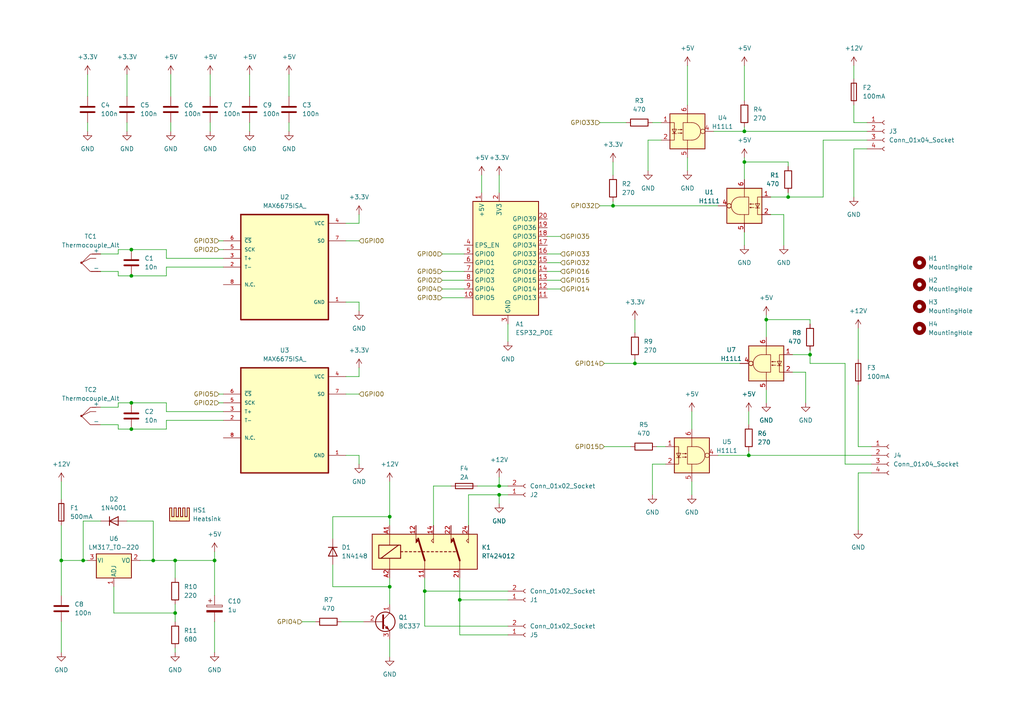
<source format=kicad_sch>
(kicad_sch (version 20230121) (generator eeschema)

  (uuid c34c1c4d-d6cb-4e6f-ab29-62b6b44c651b)

  (paper "A4")

  (lib_symbols
    (symbol "Connector:Conn_01x02_Socket" (pin_names (offset 1.016) hide) (in_bom yes) (on_board yes)
      (property "Reference" "J" (at 0 2.54 0)
        (effects (font (size 1.27 1.27)))
      )
      (property "Value" "Conn_01x02_Socket" (at 0 -5.08 0)
        (effects (font (size 1.27 1.27)))
      )
      (property "Footprint" "" (at 0 0 0)
        (effects (font (size 1.27 1.27)) hide)
      )
      (property "Datasheet" "~" (at 0 0 0)
        (effects (font (size 1.27 1.27)) hide)
      )
      (property "ki_locked" "" (at 0 0 0)
        (effects (font (size 1.27 1.27)))
      )
      (property "ki_keywords" "connector" (at 0 0 0)
        (effects (font (size 1.27 1.27)) hide)
      )
      (property "ki_description" "Generic connector, single row, 01x02, script generated" (at 0 0 0)
        (effects (font (size 1.27 1.27)) hide)
      )
      (property "ki_fp_filters" "Connector*:*_1x??_*" (at 0 0 0)
        (effects (font (size 1.27 1.27)) hide)
      )
      (symbol "Conn_01x02_Socket_1_1"
        (arc (start 0 -2.032) (mid -0.5058 -2.54) (end 0 -3.048)
          (stroke (width 0.1524) (type default))
          (fill (type none))
        )
        (polyline
          (pts
            (xy -1.27 -2.54)
            (xy -0.508 -2.54)
          )
          (stroke (width 0.1524) (type default))
          (fill (type none))
        )
        (polyline
          (pts
            (xy -1.27 0)
            (xy -0.508 0)
          )
          (stroke (width 0.1524) (type default))
          (fill (type none))
        )
        (arc (start 0 0.508) (mid -0.5058 0) (end 0 -0.508)
          (stroke (width 0.1524) (type default))
          (fill (type none))
        )
        (pin passive line (at -5.08 0 0) (length 3.81)
          (name "Pin_1" (effects (font (size 1.27 1.27))))
          (number "1" (effects (font (size 1.27 1.27))))
        )
        (pin passive line (at -5.08 -2.54 0) (length 3.81)
          (name "Pin_2" (effects (font (size 1.27 1.27))))
          (number "2" (effects (font (size 1.27 1.27))))
        )
      )
    )
    (symbol "Connector:Conn_01x04_Socket" (pin_names (offset 1.016) hide) (in_bom yes) (on_board yes)
      (property "Reference" "J" (at 0 5.08 0)
        (effects (font (size 1.27 1.27)))
      )
      (property "Value" "Conn_01x04_Socket" (at 0 -7.62 0)
        (effects (font (size 1.27 1.27)))
      )
      (property "Footprint" "" (at 0 0 0)
        (effects (font (size 1.27 1.27)) hide)
      )
      (property "Datasheet" "~" (at 0 0 0)
        (effects (font (size 1.27 1.27)) hide)
      )
      (property "ki_locked" "" (at 0 0 0)
        (effects (font (size 1.27 1.27)))
      )
      (property "ki_keywords" "connector" (at 0 0 0)
        (effects (font (size 1.27 1.27)) hide)
      )
      (property "ki_description" "Generic connector, single row, 01x04, script generated" (at 0 0 0)
        (effects (font (size 1.27 1.27)) hide)
      )
      (property "ki_fp_filters" "Connector*:*_1x??_*" (at 0 0 0)
        (effects (font (size 1.27 1.27)) hide)
      )
      (symbol "Conn_01x04_Socket_1_1"
        (arc (start 0 -4.572) (mid -0.5058 -5.08) (end 0 -5.588)
          (stroke (width 0.1524) (type default))
          (fill (type none))
        )
        (arc (start 0 -2.032) (mid -0.5058 -2.54) (end 0 -3.048)
          (stroke (width 0.1524) (type default))
          (fill (type none))
        )
        (polyline
          (pts
            (xy -1.27 -5.08)
            (xy -0.508 -5.08)
          )
          (stroke (width 0.1524) (type default))
          (fill (type none))
        )
        (polyline
          (pts
            (xy -1.27 -2.54)
            (xy -0.508 -2.54)
          )
          (stroke (width 0.1524) (type default))
          (fill (type none))
        )
        (polyline
          (pts
            (xy -1.27 0)
            (xy -0.508 0)
          )
          (stroke (width 0.1524) (type default))
          (fill (type none))
        )
        (polyline
          (pts
            (xy -1.27 2.54)
            (xy -0.508 2.54)
          )
          (stroke (width 0.1524) (type default))
          (fill (type none))
        )
        (arc (start 0 0.508) (mid -0.5058 0) (end 0 -0.508)
          (stroke (width 0.1524) (type default))
          (fill (type none))
        )
        (arc (start 0 3.048) (mid -0.5058 2.54) (end 0 2.032)
          (stroke (width 0.1524) (type default))
          (fill (type none))
        )
        (pin passive line (at -5.08 2.54 0) (length 3.81)
          (name "Pin_1" (effects (font (size 1.27 1.27))))
          (number "1" (effects (font (size 1.27 1.27))))
        )
        (pin passive line (at -5.08 0 0) (length 3.81)
          (name "Pin_2" (effects (font (size 1.27 1.27))))
          (number "2" (effects (font (size 1.27 1.27))))
        )
        (pin passive line (at -5.08 -2.54 0) (length 3.81)
          (name "Pin_3" (effects (font (size 1.27 1.27))))
          (number "3" (effects (font (size 1.27 1.27))))
        )
        (pin passive line (at -5.08 -5.08 0) (length 3.81)
          (name "Pin_4" (effects (font (size 1.27 1.27))))
          (number "4" (effects (font (size 1.27 1.27))))
        )
      )
    )
    (symbol "Device:C" (pin_numbers hide) (pin_names (offset 0.254)) (in_bom yes) (on_board yes)
      (property "Reference" "C" (at 0.635 2.54 0)
        (effects (font (size 1.27 1.27)) (justify left))
      )
      (property "Value" "C" (at 0.635 -2.54 0)
        (effects (font (size 1.27 1.27)) (justify left))
      )
      (property "Footprint" "" (at 0.9652 -3.81 0)
        (effects (font (size 1.27 1.27)) hide)
      )
      (property "Datasheet" "~" (at 0 0 0)
        (effects (font (size 1.27 1.27)) hide)
      )
      (property "ki_keywords" "cap capacitor" (at 0 0 0)
        (effects (font (size 1.27 1.27)) hide)
      )
      (property "ki_description" "Unpolarized capacitor" (at 0 0 0)
        (effects (font (size 1.27 1.27)) hide)
      )
      (property "ki_fp_filters" "C_*" (at 0 0 0)
        (effects (font (size 1.27 1.27)) hide)
      )
      (symbol "C_0_1"
        (polyline
          (pts
            (xy -2.032 -0.762)
            (xy 2.032 -0.762)
          )
          (stroke (width 0.508) (type default))
          (fill (type none))
        )
        (polyline
          (pts
            (xy -2.032 0.762)
            (xy 2.032 0.762)
          )
          (stroke (width 0.508) (type default))
          (fill (type none))
        )
      )
      (symbol "C_1_1"
        (pin passive line (at 0 3.81 270) (length 2.794)
          (name "~" (effects (font (size 1.27 1.27))))
          (number "1" (effects (font (size 1.27 1.27))))
        )
        (pin passive line (at 0 -3.81 90) (length 2.794)
          (name "~" (effects (font (size 1.27 1.27))))
          (number "2" (effects (font (size 1.27 1.27))))
        )
      )
    )
    (symbol "Device:C_Polarized" (pin_numbers hide) (pin_names (offset 0.254)) (in_bom yes) (on_board yes)
      (property "Reference" "C" (at 0.635 2.54 0)
        (effects (font (size 1.27 1.27)) (justify left))
      )
      (property "Value" "C_Polarized" (at 0.635 -2.54 0)
        (effects (font (size 1.27 1.27)) (justify left))
      )
      (property "Footprint" "" (at 0.9652 -3.81 0)
        (effects (font (size 1.27 1.27)) hide)
      )
      (property "Datasheet" "~" (at 0 0 0)
        (effects (font (size 1.27 1.27)) hide)
      )
      (property "ki_keywords" "cap capacitor" (at 0 0 0)
        (effects (font (size 1.27 1.27)) hide)
      )
      (property "ki_description" "Polarized capacitor" (at 0 0 0)
        (effects (font (size 1.27 1.27)) hide)
      )
      (property "ki_fp_filters" "CP_*" (at 0 0 0)
        (effects (font (size 1.27 1.27)) hide)
      )
      (symbol "C_Polarized_0_1"
        (rectangle (start -2.286 0.508) (end 2.286 1.016)
          (stroke (width 0) (type default))
          (fill (type none))
        )
        (polyline
          (pts
            (xy -1.778 2.286)
            (xy -0.762 2.286)
          )
          (stroke (width 0) (type default))
          (fill (type none))
        )
        (polyline
          (pts
            (xy -1.27 2.794)
            (xy -1.27 1.778)
          )
          (stroke (width 0) (type default))
          (fill (type none))
        )
        (rectangle (start 2.286 -0.508) (end -2.286 -1.016)
          (stroke (width 0) (type default))
          (fill (type outline))
        )
      )
      (symbol "C_Polarized_1_1"
        (pin passive line (at 0 3.81 270) (length 2.794)
          (name "~" (effects (font (size 1.27 1.27))))
          (number "1" (effects (font (size 1.27 1.27))))
        )
        (pin passive line (at 0 -3.81 90) (length 2.794)
          (name "~" (effects (font (size 1.27 1.27))))
          (number "2" (effects (font (size 1.27 1.27))))
        )
      )
    )
    (symbol "Device:Fuse" (pin_numbers hide) (pin_names (offset 0)) (in_bom yes) (on_board yes)
      (property "Reference" "F" (at 2.032 0 90)
        (effects (font (size 1.27 1.27)))
      )
      (property "Value" "Fuse" (at -1.905 0 90)
        (effects (font (size 1.27 1.27)))
      )
      (property "Footprint" "" (at -1.778 0 90)
        (effects (font (size 1.27 1.27)) hide)
      )
      (property "Datasheet" "~" (at 0 0 0)
        (effects (font (size 1.27 1.27)) hide)
      )
      (property "ki_keywords" "fuse" (at 0 0 0)
        (effects (font (size 1.27 1.27)) hide)
      )
      (property "ki_description" "Fuse" (at 0 0 0)
        (effects (font (size 1.27 1.27)) hide)
      )
      (property "ki_fp_filters" "*Fuse*" (at 0 0 0)
        (effects (font (size 1.27 1.27)) hide)
      )
      (symbol "Fuse_0_1"
        (rectangle (start -0.762 -2.54) (end 0.762 2.54)
          (stroke (width 0.254) (type default))
          (fill (type none))
        )
        (polyline
          (pts
            (xy 0 2.54)
            (xy 0 -2.54)
          )
          (stroke (width 0) (type default))
          (fill (type none))
        )
      )
      (symbol "Fuse_1_1"
        (pin passive line (at 0 3.81 270) (length 1.27)
          (name "~" (effects (font (size 1.27 1.27))))
          (number "1" (effects (font (size 1.27 1.27))))
        )
        (pin passive line (at 0 -3.81 90) (length 1.27)
          (name "~" (effects (font (size 1.27 1.27))))
          (number "2" (effects (font (size 1.27 1.27))))
        )
      )
    )
    (symbol "Device:R" (pin_numbers hide) (pin_names (offset 0)) (in_bom yes) (on_board yes)
      (property "Reference" "R" (at 2.032 0 90)
        (effects (font (size 1.27 1.27)))
      )
      (property "Value" "R" (at 0 0 90)
        (effects (font (size 1.27 1.27)))
      )
      (property "Footprint" "" (at -1.778 0 90)
        (effects (font (size 1.27 1.27)) hide)
      )
      (property "Datasheet" "~" (at 0 0 0)
        (effects (font (size 1.27 1.27)) hide)
      )
      (property "ki_keywords" "R res resistor" (at 0 0 0)
        (effects (font (size 1.27 1.27)) hide)
      )
      (property "ki_description" "Resistor" (at 0 0 0)
        (effects (font (size 1.27 1.27)) hide)
      )
      (property "ki_fp_filters" "R_*" (at 0 0 0)
        (effects (font (size 1.27 1.27)) hide)
      )
      (symbol "R_0_1"
        (rectangle (start -1.016 -2.54) (end 1.016 2.54)
          (stroke (width 0.254) (type default))
          (fill (type none))
        )
      )
      (symbol "R_1_1"
        (pin passive line (at 0 3.81 270) (length 1.27)
          (name "~" (effects (font (size 1.27 1.27))))
          (number "1" (effects (font (size 1.27 1.27))))
        )
        (pin passive line (at 0 -3.81 90) (length 1.27)
          (name "~" (effects (font (size 1.27 1.27))))
          (number "2" (effects (font (size 1.27 1.27))))
        )
      )
    )
    (symbol "Device:Thermocouple_Alt" (pin_numbers hide) (pin_names (offset 0)) (in_bom yes) (on_board yes)
      (property "Reference" "TC" (at -3.048 3.81 0)
        (effects (font (size 1.27 1.27)))
      )
      (property "Value" "Thermocouple_Alt" (at -4.572 -5.08 0)
        (effects (font (size 1.27 1.27)) (justify left))
      )
      (property "Footprint" "" (at -14.605 1.27 0)
        (effects (font (size 1.27 1.27)) hide)
      )
      (property "Datasheet" "~" (at -14.605 1.27 0)
        (effects (font (size 1.27 1.27)) hide)
      )
      (property "ki_keywords" "thermocouple temperature sensor cold junction" (at 0 0 0)
        (effects (font (size 1.27 1.27)) hide)
      )
      (property "ki_description" "Thermocouple with connector block" (at 0 0 0)
        (effects (font (size 1.27 1.27)) hide)
      )
      (property "ki_fp_filters" "PIN?ARRAY* bornier* *Terminal?Block* Thermo*Couple*" (at 0 0 0)
        (effects (font (size 1.27 1.27)) hide)
      )
      (symbol "Thermocouple_Alt_0_1"
        (circle (center -3.048 0) (radius 0.254)
          (stroke (width 0) (type default))
          (fill (type outline))
        )
        (polyline
          (pts
            (xy 0 -2.54)
            (xy -0.254 -2.54)
          )
          (stroke (width 0) (type default))
          (fill (type none))
        )
        (polyline
          (pts
            (xy 1.2192 2.54)
            (xy 2.54 2.54)
          )
          (stroke (width 0) (type default))
          (fill (type none))
        )
        (polyline
          (pts
            (xy 1.524 -2.54)
            (xy 2.54 -2.54)
          )
          (stroke (width 0) (type default))
          (fill (type none))
        )
        (polyline
          (pts
            (xy 1.1684 1.27)
            (xy -0.4572 1.27)
            (xy -3.048 0)
          )
          (stroke (width 0) (type default))
          (fill (type none))
        )
        (polyline
          (pts
            (xy 1.1684 2.4892)
            (xy -0.4572 2.4892)
            (xy -2.9972 -0.0508)
          )
          (stroke (width 0) (type default))
          (fill (type none))
        )
        (polyline
          (pts
            (xy 1.524 -2.54)
            (xy -0.508 -2.54)
            (xy -3.048 0)
          )
          (stroke (width 0) (type default))
          (fill (type none))
        )
      )
      (symbol "Thermocouple_Alt_1_1"
        (pin passive line (at 2.54 2.54 180) (length 2.54)
          (name "+" (effects (font (size 1.27 1.27))))
          (number "1" (effects (font (size 1.27 1.27))))
        )
        (pin passive line (at 2.54 -2.54 180) (length 2.54)
          (name "-" (effects (font (size 1.27 1.27))))
          (number "2" (effects (font (size 1.27 1.27))))
        )
      )
    )
    (symbol "Diode:1N4001" (pin_numbers hide) (pin_names hide) (in_bom yes) (on_board yes)
      (property "Reference" "D" (at 0 2.54 0)
        (effects (font (size 1.27 1.27)))
      )
      (property "Value" "1N4001" (at 0 -2.54 0)
        (effects (font (size 1.27 1.27)))
      )
      (property "Footprint" "Diode_THT:D_DO-41_SOD81_P10.16mm_Horizontal" (at 0 0 0)
        (effects (font (size 1.27 1.27)) hide)
      )
      (property "Datasheet" "http://www.vishay.com/docs/88503/1n4001.pdf" (at 0 0 0)
        (effects (font (size 1.27 1.27)) hide)
      )
      (property "Sim.Device" "D" (at 0 0 0)
        (effects (font (size 1.27 1.27)) hide)
      )
      (property "Sim.Pins" "1=K 2=A" (at 0 0 0)
        (effects (font (size 1.27 1.27)) hide)
      )
      (property "ki_keywords" "diode" (at 0 0 0)
        (effects (font (size 1.27 1.27)) hide)
      )
      (property "ki_description" "50V 1A General Purpose Rectifier Diode, DO-41" (at 0 0 0)
        (effects (font (size 1.27 1.27)) hide)
      )
      (property "ki_fp_filters" "D*DO?41*" (at 0 0 0)
        (effects (font (size 1.27 1.27)) hide)
      )
      (symbol "1N4001_0_1"
        (polyline
          (pts
            (xy -1.27 1.27)
            (xy -1.27 -1.27)
          )
          (stroke (width 0.254) (type default))
          (fill (type none))
        )
        (polyline
          (pts
            (xy 1.27 0)
            (xy -1.27 0)
          )
          (stroke (width 0) (type default))
          (fill (type none))
        )
        (polyline
          (pts
            (xy 1.27 1.27)
            (xy 1.27 -1.27)
            (xy -1.27 0)
            (xy 1.27 1.27)
          )
          (stroke (width 0.254) (type default))
          (fill (type none))
        )
      )
      (symbol "1N4001_1_1"
        (pin passive line (at -3.81 0 0) (length 2.54)
          (name "K" (effects (font (size 1.27 1.27))))
          (number "1" (effects (font (size 1.27 1.27))))
        )
        (pin passive line (at 3.81 0 180) (length 2.54)
          (name "A" (effects (font (size 1.27 1.27))))
          (number "2" (effects (font (size 1.27 1.27))))
        )
      )
    )
    (symbol "Diode:1N4148" (pin_numbers hide) (pin_names hide) (in_bom yes) (on_board yes)
      (property "Reference" "D" (at 0 2.54 0)
        (effects (font (size 1.27 1.27)))
      )
      (property "Value" "1N4148" (at 0 -2.54 0)
        (effects (font (size 1.27 1.27)))
      )
      (property "Footprint" "Diode_THT:D_DO-35_SOD27_P7.62mm_Horizontal" (at 0 0 0)
        (effects (font (size 1.27 1.27)) hide)
      )
      (property "Datasheet" "https://assets.nexperia.com/documents/data-sheet/1N4148_1N4448.pdf" (at 0 0 0)
        (effects (font (size 1.27 1.27)) hide)
      )
      (property "Sim.Device" "D" (at 0 0 0)
        (effects (font (size 1.27 1.27)) hide)
      )
      (property "Sim.Pins" "1=K 2=A" (at 0 0 0)
        (effects (font (size 1.27 1.27)) hide)
      )
      (property "ki_keywords" "diode" (at 0 0 0)
        (effects (font (size 1.27 1.27)) hide)
      )
      (property "ki_description" "100V 0.15A standard switching diode, DO-35" (at 0 0 0)
        (effects (font (size 1.27 1.27)) hide)
      )
      (property "ki_fp_filters" "D*DO?35*" (at 0 0 0)
        (effects (font (size 1.27 1.27)) hide)
      )
      (symbol "1N4148_0_1"
        (polyline
          (pts
            (xy -1.27 1.27)
            (xy -1.27 -1.27)
          )
          (stroke (width 0.254) (type default))
          (fill (type none))
        )
        (polyline
          (pts
            (xy 1.27 0)
            (xy -1.27 0)
          )
          (stroke (width 0) (type default))
          (fill (type none))
        )
        (polyline
          (pts
            (xy 1.27 1.27)
            (xy 1.27 -1.27)
            (xy -1.27 0)
            (xy 1.27 1.27)
          )
          (stroke (width 0.254) (type default))
          (fill (type none))
        )
      )
      (symbol "1N4148_1_1"
        (pin passive line (at -3.81 0 0) (length 2.54)
          (name "K" (effects (font (size 1.27 1.27))))
          (number "1" (effects (font (size 1.27 1.27))))
        )
        (pin passive line (at 3.81 0 180) (length 2.54)
          (name "A" (effects (font (size 1.27 1.27))))
          (number "2" (effects (font (size 1.27 1.27))))
        )
      )
    )
    (symbol "ESP_POE:ESP32-ISO" (in_bom yes) (on_board yes)
      (property "Reference" "A2" (at 2.1941 -19.05 0)
        (effects (font (size 1.27 1.27)) (justify left))
      )
      (property "Value" "ESP32_POE" (at 2.1941 -21.59 0)
        (effects (font (size 1.27 1.27)) (justify left))
      )
      (property "Footprint" "ESP32:ESP32-POE-ISO-WROVER" (at 2.54 -20.32 0)
        (effects (font (size 1.27 1.27)) (justify left) hide)
      )
      (property "Datasheet" "https://cdn-learn.adafruit.com/downloads/pdf/adafruit-huzzah32-esp32-feather.pdf" (at 0 -16.51 0)
        (effects (font (size 1.27 1.27)) hide)
      )
      (property "ki_keywords" "Adafruit feather microcontroller module USB" (at 0 0 0)
        (effects (font (size 1.27 1.27)) hide)
      )
      (property "ki_description" "Microcontroller module with ESP32 MCU" (at 0 0 0)
        (effects (font (size 1.27 1.27)) hide)
      )
      (property "ki_fp_filters" "Adafruit*Feather*" (at 0 0 0)
        (effects (font (size 1.27 1.27)) hide)
      )
      (symbol "ESP32-ISO_0_1"
        (rectangle (start -10.16 16.51) (end 8.89 -16.51)
          (stroke (width 0.254) (type default))
          (fill (type background))
        )
      )
      (symbol "ESP32-ISO_1_1"
        (pin input line (at -7.62 19.05 270) (length 2.54)
          (name "+5V" (effects (font (size 1.27 1.27))))
          (number "1" (effects (font (size 1.27 1.27))))
        )
        (pin bidirectional line (at -12.7 -11.43 0) (length 2.54)
          (name "GPIO5" (effects (font (size 1.27 1.27))))
          (number "10" (effects (font (size 1.27 1.27))))
        )
        (pin bidirectional line (at 11.43 -11.43 180) (length 2.54)
          (name "GPIO13" (effects (font (size 1.27 1.27))))
          (number "11" (effects (font (size 1.27 1.27))))
        )
        (pin bidirectional line (at 11.43 -8.89 180) (length 2.54)
          (name "GPIO14" (effects (font (size 1.27 1.27))))
          (number "12" (effects (font (size 1.27 1.27))))
        )
        (pin bidirectional line (at 11.43 -6.35 180) (length 2.54)
          (name "GPIO15" (effects (font (size 1.27 1.27))))
          (number "13" (effects (font (size 1.27 1.27))))
        )
        (pin bidirectional line (at 11.43 -3.81 180) (length 2.54)
          (name "GPIO16" (effects (font (size 1.27 1.27))))
          (number "14" (effects (font (size 1.27 1.27))))
        )
        (pin bidirectional line (at 11.43 -1.27 180) (length 2.54)
          (name "GPIO32" (effects (font (size 1.27 1.27))))
          (number "15" (effects (font (size 1.27 1.27))))
        )
        (pin bidirectional line (at 11.43 1.27 180) (length 2.54)
          (name "GPIO33" (effects (font (size 1.27 1.27))))
          (number "16" (effects (font (size 1.27 1.27))))
        )
        (pin bidirectional line (at 11.43 3.81 180) (length 2.54)
          (name "GPIO34" (effects (font (size 1.27 1.27))))
          (number "17" (effects (font (size 1.27 1.27))))
        )
        (pin bidirectional line (at 11.43 6.35 180) (length 2.54)
          (name "GPIO35" (effects (font (size 1.27 1.27))))
          (number "18" (effects (font (size 1.27 1.27))))
        )
        (pin bidirectional line (at 11.43 8.89 180) (length 2.54)
          (name "GPIO36" (effects (font (size 1.27 1.27))))
          (number "19" (effects (font (size 1.27 1.27))))
        )
        (pin power_in line (at -2.54 19.05 270) (length 2.54)
          (name "3V3" (effects (font (size 1.27 1.27))))
          (number "2" (effects (font (size 1.27 1.27))))
        )
        (pin bidirectional line (at 11.43 11.43 180) (length 2.54)
          (name "GPIO39" (effects (font (size 1.27 1.27))))
          (number "20" (effects (font (size 1.27 1.27))))
        )
        (pin power_in line (at 0 -19.05 90) (length 2.54)
          (name "GND" (effects (font (size 1.27 1.27))))
          (number "3" (effects (font (size 1.27 1.27))))
        )
        (pin input line (at -12.7 3.81 0) (length 2.54)
          (name "EPS_EN" (effects (font (size 1.27 1.27))))
          (number "4" (effects (font (size 1.27 1.27))))
        )
        (pin bidirectional line (at -12.7 1.27 0) (length 2.54)
          (name "GPIO0" (effects (font (size 1.27 1.27))))
          (number "5" (effects (font (size 1.27 1.27))))
        )
        (pin bidirectional line (at -12.7 -1.27 0) (length 2.54)
          (name "GPIO1" (effects (font (size 1.27 1.27))))
          (number "6" (effects (font (size 1.27 1.27))))
        )
        (pin bidirectional line (at -12.7 -3.81 0) (length 2.54)
          (name "GPIO2" (effects (font (size 1.27 1.27))))
          (number "7" (effects (font (size 1.27 1.27))))
        )
        (pin bidirectional line (at -12.7 -6.35 0) (length 2.54)
          (name "GPIO3" (effects (font (size 1.27 1.27))))
          (number "8" (effects (font (size 1.27 1.27))))
        )
        (pin bidirectional line (at -12.7 -8.89 0) (length 2.54)
          (name "GPIO4" (effects (font (size 1.27 1.27))))
          (number "9" (effects (font (size 1.27 1.27))))
        )
      )
    )
    (symbol "Isolator:H11L1" (pin_names (offset 1.016)) (in_bom yes) (on_board yes)
      (property "Reference" "U" (at 1.27 8.89 0)
        (effects (font (size 1.27 1.27)) (justify left))
      )
      (property "Value" "H11L1" (at 1.27 6.35 0)
        (effects (font (size 1.27 1.27)) (justify left))
      )
      (property "Footprint" "" (at -2.286 0 0)
        (effects (font (size 1.27 1.27)) hide)
      )
      (property "Datasheet" "https://www.onsemi.com/pub/Collateral/H11L3M-D.PDF" (at -2.286 0 0)
        (effects (font (size 1.27 1.27)) hide)
      )
      (property "ki_keywords" "High Speed Schmitt Optocoupler" (at 0 0 0)
        (effects (font (size 1.27 1.27)) hide)
      )
      (property "ki_description" "Schmitt Trigger Output Optocoupler, High Speed, DIP-6, 1.6mA turn on threshold" (at 0 0 0)
        (effects (font (size 1.27 1.27)) hide)
      )
      (property "ki_fp_filters" "DIP*W7.62mm* DIP*W10.16mm* SMDIP*W9.53mm*" (at 0 0 0)
        (effects (font (size 1.27 1.27)) hide)
      )
      (symbol "H11L1_0_1"
        (rectangle (start -5.08 5.08) (end 5.08 -5.08)
          (stroke (width 0.254) (type default))
          (fill (type background))
        )
        (polyline
          (pts
            (xy -4.445 -0.635)
            (xy -3.175 -0.635)
          )
          (stroke (width 0) (type default))
          (fill (type none))
        )
        (polyline
          (pts
            (xy 0 2.54)
            (xy 0 5.08)
          )
          (stroke (width 0) (type default))
          (fill (type none))
        )
        (polyline
          (pts
            (xy 0 -2.54)
            (xy 0 -5.08)
            (xy 0 -3.81)
          )
          (stroke (width 0) (type default))
          (fill (type none))
        )
        (polyline
          (pts
            (xy -5.08 -2.54)
            (xy -3.81 -2.54)
            (xy -3.81 2.54)
            (xy -5.08 2.54)
          )
          (stroke (width 0) (type default))
          (fill (type none))
        )
        (polyline
          (pts
            (xy -3.81 -0.635)
            (xy -4.445 0.635)
            (xy -3.175 0.635)
            (xy -3.81 -0.635)
          )
          (stroke (width 0) (type default))
          (fill (type none))
        )
        (polyline
          (pts
            (xy 1.27 -2.54)
            (xy -1.27 -2.54)
            (xy -1.27 2.54)
            (xy 1.27 2.54)
          )
          (stroke (width 0) (type default))
          (fill (type none))
        )
        (polyline
          (pts
            (xy -2.794 -0.508)
            (xy -1.524 -0.508)
            (xy -1.905 -0.635)
            (xy -1.905 -0.381)
            (xy -1.524 -0.508)
          )
          (stroke (width 0) (type default))
          (fill (type none))
        )
        (polyline
          (pts
            (xy -2.794 0.508)
            (xy -1.524 0.508)
            (xy -1.905 0.381)
            (xy -1.905 0.635)
            (xy -1.524 0.508)
          )
          (stroke (width 0) (type default))
          (fill (type none))
        )
        (arc (start 1.27 -2.54) (mid 3.799 0) (end 1.27 2.54)
          (stroke (width 0) (type default))
          (fill (type none))
        )
      )
      (symbol "H11L1_1_1"
        (pin passive line (at -7.62 2.54 0) (length 2.54)
          (name "~" (effects (font (size 1.27 1.27))))
          (number "1" (effects (font (size 1.27 1.27))))
        )
        (pin passive line (at -7.62 -2.54 0) (length 2.54)
          (name "~" (effects (font (size 1.27 1.27))))
          (number "2" (effects (font (size 1.27 1.27))))
        )
        (pin no_connect line (at -5.08 0 0) (length 2.54) hide
          (name "~" (effects (font (size 1.27 1.27))))
          (number "3" (effects (font (size 1.27 1.27))))
        )
        (pin output inverted (at 7.62 0 180) (length 3.81)
          (name "~" (effects (font (size 1.27 1.27))))
          (number "4" (effects (font (size 1.27 1.27))))
        )
        (pin power_in line (at 0 -7.62 90) (length 2.54)
          (name "~" (effects (font (size 1.27 1.27))))
          (number "5" (effects (font (size 1.27 1.27))))
        )
        (pin power_in line (at 0 7.62 270) (length 2.54)
          (name "~" (effects (font (size 1.27 1.27))))
          (number "6" (effects (font (size 1.27 1.27))))
        )
      )
    )
    (symbol "MAX6675ISA_:MAX6675ISA_" (pin_names (offset 1.016)) (in_bom yes) (on_board yes)
      (property "Reference" "U" (at -12.7 16.24 0)
        (effects (font (size 1.27 1.27)) (justify left bottom))
      )
      (property "Value" "MAX6675ISA_" (at -12.7 -19.24 0)
        (effects (font (size 1.27 1.27)) (justify left bottom))
      )
      (property "Footprint" "MAX6675ISA_:SOIC127P600X175-8N" (at 0 0 0)
        (effects (font (size 1.27 1.27)) (justify bottom) hide)
      )
      (property "Datasheet" "" (at 0 0 0)
        (effects (font (size 1.27 1.27)) hide)
      )
      (property "MF" "Analog Devices" (at 0 0 0)
        (effects (font (size 1.27 1.27)) (justify bottom) hide)
      )
      (property "Description" "\n                        \n                            Cold-Junction-Compensated K-Thermocouple-to-Digital Converter (0°C to +1024°C)\n                        \n" (at 0 0 0)
        (effects (font (size 1.27 1.27)) (justify bottom) hide)
      )
      (property "Package" "SOIC-8 Maxim" (at 0 0 0)
        (effects (font (size 1.27 1.27)) (justify bottom) hide)
      )
      (property "Price" "None" (at 0 0 0)
        (effects (font (size 1.27 1.27)) (justify bottom) hide)
      )
      (property "SnapEDA_Link" "https://www.snapeda.com/parts/MAX6675ISA+/Analog+Devices/view-part/?ref=snap" (at 0 0 0)
        (effects (font (size 1.27 1.27)) (justify bottom) hide)
      )
      (property "MP" "MAX6675ISA+" (at 0 0 0)
        (effects (font (size 1.27 1.27)) (justify bottom) hide)
      )
      (property "Availability" "In Stock" (at 0 0 0)
        (effects (font (size 1.27 1.27)) (justify bottom) hide)
      )
      (property "Check_prices" "https://www.snapeda.com/parts/MAX6675ISA+/Analog+Devices/view-part/?ref=eda" (at 0 0 0)
        (effects (font (size 1.27 1.27)) (justify bottom) hide)
      )
      (symbol "MAX6675ISA__0_0"
        (rectangle (start -12.7 -15.24) (end 12.7 15.24)
          (stroke (width 0.41) (type default))
          (fill (type background))
        )
        (pin power_in line (at 17.78 -10.16 180) (length 5.08)
          (name "GND" (effects (font (size 1.016 1.016))))
          (number "1" (effects (font (size 1.016 1.016))))
        )
        (pin input line (at -17.78 0 0) (length 5.08)
          (name "T-" (effects (font (size 1.016 1.016))))
          (number "2" (effects (font (size 1.016 1.016))))
        )
        (pin input line (at -17.78 2.54 0) (length 5.08)
          (name "T+" (effects (font (size 1.016 1.016))))
          (number "3" (effects (font (size 1.016 1.016))))
        )
        (pin power_in line (at 17.78 12.7 180) (length 5.08)
          (name "VCC" (effects (font (size 1.016 1.016))))
          (number "4" (effects (font (size 1.016 1.016))))
        )
        (pin input line (at -17.78 5.08 0) (length 5.08)
          (name "SCK" (effects (font (size 1.016 1.016))))
          (number "5" (effects (font (size 1.016 1.016))))
        )
        (pin input line (at -17.78 7.62 0) (length 5.08)
          (name "~{CS}" (effects (font (size 1.016 1.016))))
          (number "6" (effects (font (size 1.016 1.016))))
        )
        (pin output line (at 17.78 7.62 180) (length 5.08)
          (name "SO" (effects (font (size 1.016 1.016))))
          (number "7" (effects (font (size 1.016 1.016))))
        )
        (pin bidirectional line (at -17.78 -5.08 0) (length 5.08)
          (name "N.C." (effects (font (size 1.016 1.016))))
          (number "8" (effects (font (size 1.016 1.016))))
        )
      )
    )
    (symbol "Mechanical:Heatsink" (pin_names (offset 1.016)) (in_bom yes) (on_board yes)
      (property "Reference" "HS" (at 0 5.08 0)
        (effects (font (size 1.27 1.27)))
      )
      (property "Value" "Heatsink" (at 0 -1.27 0)
        (effects (font (size 1.27 1.27)))
      )
      (property "Footprint" "" (at 0.3048 0 0)
        (effects (font (size 1.27 1.27)) hide)
      )
      (property "Datasheet" "~" (at 0.3048 0 0)
        (effects (font (size 1.27 1.27)) hide)
      )
      (property "ki_keywords" "thermal heat temperature" (at 0 0 0)
        (effects (font (size 1.27 1.27)) hide)
      )
      (property "ki_description" "Heatsink" (at 0 0 0)
        (effects (font (size 1.27 1.27)) hide)
      )
      (property "ki_fp_filters" "Heatsink_*" (at 0 0 0)
        (effects (font (size 1.27 1.27)) hide)
      )
      (symbol "Heatsink_0_1"
        (polyline
          (pts
            (xy -0.3302 1.27)
            (xy -0.9652 1.27)
            (xy -0.9652 3.81)
            (xy -1.6002 3.81)
            (xy -1.6002 1.27)
            (xy -2.2352 1.27)
            (xy -2.2352 3.81)
            (xy -2.8702 3.81)
            (xy -2.8702 0)
            (xy -0.9652 0)
          )
          (stroke (width 0.254) (type default))
          (fill (type background))
        )
        (polyline
          (pts
            (xy -0.3302 1.27)
            (xy -0.3302 3.81)
            (xy 0.3048 3.81)
            (xy 0.3048 1.27)
            (xy 0.9398 1.27)
            (xy 0.9398 3.81)
            (xy 1.5748 3.81)
            (xy 1.5748 1.27)
            (xy 2.2098 1.27)
            (xy 2.2098 3.81)
            (xy 2.8448 3.81)
            (xy 2.8448 0)
            (xy -0.9652 0)
          )
          (stroke (width 0.254) (type default))
          (fill (type background))
        )
      )
    )
    (symbol "Mechanical:MountingHole" (pin_names (offset 1.016)) (in_bom yes) (on_board yes)
      (property "Reference" "H" (at 0 5.08 0)
        (effects (font (size 1.27 1.27)))
      )
      (property "Value" "MountingHole" (at 0 3.175 0)
        (effects (font (size 1.27 1.27)))
      )
      (property "Footprint" "" (at 0 0 0)
        (effects (font (size 1.27 1.27)) hide)
      )
      (property "Datasheet" "~" (at 0 0 0)
        (effects (font (size 1.27 1.27)) hide)
      )
      (property "ki_keywords" "mounting hole" (at 0 0 0)
        (effects (font (size 1.27 1.27)) hide)
      )
      (property "ki_description" "Mounting Hole without connection" (at 0 0 0)
        (effects (font (size 1.27 1.27)) hide)
      )
      (property "ki_fp_filters" "MountingHole*" (at 0 0 0)
        (effects (font (size 1.27 1.27)) hide)
      )
      (symbol "MountingHole_0_1"
        (circle (center 0 0) (radius 1.27)
          (stroke (width 1.27) (type default))
          (fill (type none))
        )
      )
    )
    (symbol "Regulator_Linear:LM317_TO-220" (pin_names (offset 0.254)) (in_bom yes) (on_board yes)
      (property "Reference" "U" (at -3.81 3.175 0)
        (effects (font (size 1.27 1.27)))
      )
      (property "Value" "LM317_TO-220" (at 0 3.175 0)
        (effects (font (size 1.27 1.27)) (justify left))
      )
      (property "Footprint" "Package_TO_SOT_THT:TO-220-3_Vertical" (at 0 6.35 0)
        (effects (font (size 1.27 1.27) italic) hide)
      )
      (property "Datasheet" "http://www.ti.com/lit/ds/symlink/lm317.pdf" (at 0 0 0)
        (effects (font (size 1.27 1.27)) hide)
      )
      (property "ki_keywords" "Adjustable Voltage Regulator 1A Positive" (at 0 0 0)
        (effects (font (size 1.27 1.27)) hide)
      )
      (property "ki_description" "1.5A 35V Adjustable Linear Regulator, TO-220" (at 0 0 0)
        (effects (font (size 1.27 1.27)) hide)
      )
      (property "ki_fp_filters" "TO?220*" (at 0 0 0)
        (effects (font (size 1.27 1.27)) hide)
      )
      (symbol "LM317_TO-220_0_1"
        (rectangle (start -5.08 1.905) (end 5.08 -5.08)
          (stroke (width 0.254) (type default))
          (fill (type background))
        )
      )
      (symbol "LM317_TO-220_1_1"
        (pin input line (at 0 -7.62 90) (length 2.54)
          (name "ADJ" (effects (font (size 1.27 1.27))))
          (number "1" (effects (font (size 1.27 1.27))))
        )
        (pin power_out line (at 7.62 0 180) (length 2.54)
          (name "VO" (effects (font (size 1.27 1.27))))
          (number "2" (effects (font (size 1.27 1.27))))
        )
        (pin power_in line (at -7.62 0 0) (length 2.54)
          (name "VI" (effects (font (size 1.27 1.27))))
          (number "3" (effects (font (size 1.27 1.27))))
        )
      )
    )
    (symbol "Relay:RT42xAxx" (in_bom yes) (on_board yes)
      (property "Reference" "K" (at 16.51 3.81 0)
        (effects (font (size 1.27 1.27)) (justify left))
      )
      (property "Value" "RT42xAxx" (at 16.51 1.27 0)
        (effects (font (size 1.27 1.27)) (justify left))
      )
      (property "Footprint" "Relay_THT:Relay_DPDT_Schrack-RT2-FormC_RM5mm" (at 0 0 0)
        (effects (font (size 1.27 1.27)) hide)
      )
      (property "Datasheet" "http://www.te.com/commerce/DocumentDelivery/DDEController?Action=showdoc&DocId=Data+Sheet%7FRT2_bistable%7F1116%7Fpdf%7FEnglish%7FENG_DS_RT2_bistable_1116.pdf%7F1-1415537-8" (at 0 0 0)
        (effects (font (size 1.27 1.27)) hide)
      )
      (property "ki_keywords" "TE DPDT CO bistable DC" (at 0 0 0)
        (effects (font (size 1.27 1.27)) hide)
      )
      (property "ki_description" "Schrack RT2 relay, bistable dual pole dual throw, single DC coil" (at 0 0 0)
        (effects (font (size 1.27 1.27)) hide)
      )
      (property "ki_fp_filters" "Relay*DPDT*RT2*FormC*" (at 0 0 0)
        (effects (font (size 1.27 1.27)) hide)
      )
      (symbol "RT42xAxx_0_0"
        (polyline
          (pts
            (xy -7.62 1.905)
            (xy -12.7 -1.905)
          )
          (stroke (width 0.254) (type default))
          (fill (type none))
        )
      )
      (symbol "RT42xAxx_0_1"
        (rectangle (start -15.24 5.08) (end 15.24 -5.08)
          (stroke (width 0.254) (type default))
          (fill (type background))
        )
        (rectangle (start -13.335 1.905) (end -6.985 -1.905)
          (stroke (width 0.254) (type default))
          (fill (type none))
        )
        (polyline
          (pts
            (xy -10.16 -5.08)
            (xy -10.16 -1.905)
          )
          (stroke (width 0) (type default))
          (fill (type none))
        )
        (polyline
          (pts
            (xy -10.16 5.08)
            (xy -10.16 1.905)
          )
          (stroke (width 0) (type default))
          (fill (type none))
        )
        (polyline
          (pts
            (xy -6.985 0)
            (xy -6.35 0)
          )
          (stroke (width 0.254) (type default))
          (fill (type none))
        )
        (polyline
          (pts
            (xy -5.715 0)
            (xy -5.08 0)
          )
          (stroke (width 0.254) (type default))
          (fill (type none))
        )
        (polyline
          (pts
            (xy -4.445 0)
            (xy -3.81 0)
          )
          (stroke (width 0.254) (type default))
          (fill (type none))
        )
        (polyline
          (pts
            (xy -3.175 0)
            (xy -2.54 0)
          )
          (stroke (width 0.254) (type default))
          (fill (type none))
        )
        (polyline
          (pts
            (xy -1.905 0)
            (xy -1.27 0)
          )
          (stroke (width 0.254) (type default))
          (fill (type none))
        )
        (polyline
          (pts
            (xy -0.635 0)
            (xy 0 0)
          )
          (stroke (width 0.254) (type default))
          (fill (type none))
        )
        (polyline
          (pts
            (xy 0 -2.54)
            (xy -1.905 3.81)
          )
          (stroke (width 0.508) (type default))
          (fill (type none))
        )
        (polyline
          (pts
            (xy 0 -2.54)
            (xy 0 -5.08)
          )
          (stroke (width 0) (type default))
          (fill (type none))
        )
        (polyline
          (pts
            (xy 0.635 0)
            (xy 1.27 0)
          )
          (stroke (width 0.254) (type default))
          (fill (type none))
        )
        (polyline
          (pts
            (xy 1.905 0)
            (xy 2.54 0)
          )
          (stroke (width 0.254) (type default))
          (fill (type none))
        )
        (polyline
          (pts
            (xy 3.175 0)
            (xy 3.81 0)
          )
          (stroke (width 0.254) (type default))
          (fill (type none))
        )
        (polyline
          (pts
            (xy 4.445 0)
            (xy 5.08 0)
          )
          (stroke (width 0.254) (type default))
          (fill (type none))
        )
        (polyline
          (pts
            (xy 5.715 0)
            (xy 6.35 0)
          )
          (stroke (width 0.254) (type default))
          (fill (type none))
        )
        (polyline
          (pts
            (xy 6.985 0)
            (xy 7.62 0)
          )
          (stroke (width 0.254) (type default))
          (fill (type none))
        )
        (polyline
          (pts
            (xy 8.255 0)
            (xy 8.89 0)
          )
          (stroke (width 0.254) (type default))
          (fill (type none))
        )
        (polyline
          (pts
            (xy 10.16 -2.54)
            (xy 8.255 3.81)
          )
          (stroke (width 0.508) (type default))
          (fill (type none))
        )
        (polyline
          (pts
            (xy 10.16 -2.54)
            (xy 10.16 -5.08)
          )
          (stroke (width 0) (type default))
          (fill (type none))
        )
        (polyline
          (pts
            (xy -2.54 5.08)
            (xy -2.54 2.54)
            (xy -1.905 3.175)
            (xy -2.54 3.81)
          )
          (stroke (width 0) (type default))
          (fill (type outline))
        )
        (polyline
          (pts
            (xy 2.54 5.08)
            (xy 2.54 2.54)
            (xy 1.905 3.175)
            (xy 2.54 3.81)
          )
          (stroke (width 0) (type default))
          (fill (type none))
        )
        (polyline
          (pts
            (xy 7.62 5.08)
            (xy 7.62 2.54)
            (xy 8.255 3.175)
            (xy 7.62 3.81)
          )
          (stroke (width 0) (type default))
          (fill (type outline))
        )
        (polyline
          (pts
            (xy 12.7 5.08)
            (xy 12.7 2.54)
            (xy 12.065 3.175)
            (xy 12.7 3.81)
          )
          (stroke (width 0) (type default))
          (fill (type none))
        )
      )
      (symbol "RT42xAxx_1_1"
        (pin passive line (at 0 -7.62 90) (length 2.54)
          (name "~" (effects (font (size 1.27 1.27))))
          (number "11" (effects (font (size 1.27 1.27))))
        )
        (pin passive line (at -2.54 7.62 270) (length 2.54)
          (name "~" (effects (font (size 1.27 1.27))))
          (number "12" (effects (font (size 1.27 1.27))))
        )
        (pin passive line (at 2.54 7.62 270) (length 2.54)
          (name "~" (effects (font (size 1.27 1.27))))
          (number "14" (effects (font (size 1.27 1.27))))
        )
        (pin passive line (at 10.16 -7.62 90) (length 2.54)
          (name "~" (effects (font (size 1.27 1.27))))
          (number "21" (effects (font (size 1.27 1.27))))
        )
        (pin passive line (at 7.62 7.62 270) (length 2.54)
          (name "~" (effects (font (size 1.27 1.27))))
          (number "22" (effects (font (size 1.27 1.27))))
        )
        (pin passive line (at 12.7 7.62 270) (length 2.54)
          (name "~" (effects (font (size 1.27 1.27))))
          (number "24" (effects (font (size 1.27 1.27))))
        )
        (pin passive line (at -10.16 7.62 270) (length 2.54)
          (name "~" (effects (font (size 1.27 1.27))))
          (number "A1" (effects (font (size 1.27 1.27))))
        )
        (pin passive line (at -10.16 -7.62 90) (length 2.54)
          (name "~" (effects (font (size 1.27 1.27))))
          (number "A2" (effects (font (size 1.27 1.27))))
        )
      )
    )
    (symbol "Transistor_BJT:BC337" (pin_names (offset 0) hide) (in_bom yes) (on_board yes)
      (property "Reference" "Q" (at 5.08 1.905 0)
        (effects (font (size 1.27 1.27)) (justify left))
      )
      (property "Value" "BC337" (at 5.08 0 0)
        (effects (font (size 1.27 1.27)) (justify left))
      )
      (property "Footprint" "Package_TO_SOT_THT:TO-92_Inline" (at 5.08 -1.905 0)
        (effects (font (size 1.27 1.27) italic) (justify left) hide)
      )
      (property "Datasheet" "https://diotec.com/tl_files/diotec/files/pdf/datasheets/bc337.pdf" (at 0 0 0)
        (effects (font (size 1.27 1.27)) (justify left) hide)
      )
      (property "ki_keywords" "NPN Transistor" (at 0 0 0)
        (effects (font (size 1.27 1.27)) hide)
      )
      (property "ki_description" "0.8A Ic, 45V Vce, NPN Transistor, TO-92" (at 0 0 0)
        (effects (font (size 1.27 1.27)) hide)
      )
      (property "ki_fp_filters" "TO?92*" (at 0 0 0)
        (effects (font (size 1.27 1.27)) hide)
      )
      (symbol "BC337_0_1"
        (polyline
          (pts
            (xy 0 0)
            (xy 0.635 0)
          )
          (stroke (width 0) (type default))
          (fill (type none))
        )
        (polyline
          (pts
            (xy 0.635 0.635)
            (xy 2.54 2.54)
          )
          (stroke (width 0) (type default))
          (fill (type none))
        )
        (polyline
          (pts
            (xy 0.635 -0.635)
            (xy 2.54 -2.54)
            (xy 2.54 -2.54)
          )
          (stroke (width 0) (type default))
          (fill (type none))
        )
        (polyline
          (pts
            (xy 0.635 1.905)
            (xy 0.635 -1.905)
            (xy 0.635 -1.905)
          )
          (stroke (width 0.508) (type default))
          (fill (type none))
        )
        (polyline
          (pts
            (xy 1.27 -1.778)
            (xy 1.778 -1.27)
            (xy 2.286 -2.286)
            (xy 1.27 -1.778)
            (xy 1.27 -1.778)
          )
          (stroke (width 0) (type default))
          (fill (type outline))
        )
        (circle (center 1.27 0) (radius 2.8194)
          (stroke (width 0.254) (type default))
          (fill (type none))
        )
      )
      (symbol "BC337_1_1"
        (pin passive line (at 2.54 5.08 270) (length 2.54)
          (name "C" (effects (font (size 1.27 1.27))))
          (number "1" (effects (font (size 1.27 1.27))))
        )
        (pin input line (at -5.08 0 0) (length 5.08)
          (name "B" (effects (font (size 1.27 1.27))))
          (number "2" (effects (font (size 1.27 1.27))))
        )
        (pin passive line (at 2.54 -5.08 90) (length 2.54)
          (name "E" (effects (font (size 1.27 1.27))))
          (number "3" (effects (font (size 1.27 1.27))))
        )
      )
    )
    (symbol "power:+12V" (power) (pin_names (offset 0)) (in_bom yes) (on_board yes)
      (property "Reference" "#PWR" (at 0 -3.81 0)
        (effects (font (size 1.27 1.27)) hide)
      )
      (property "Value" "+12V" (at 0 3.556 0)
        (effects (font (size 1.27 1.27)))
      )
      (property "Footprint" "" (at 0 0 0)
        (effects (font (size 1.27 1.27)) hide)
      )
      (property "Datasheet" "" (at 0 0 0)
        (effects (font (size 1.27 1.27)) hide)
      )
      (property "ki_keywords" "global power" (at 0 0 0)
        (effects (font (size 1.27 1.27)) hide)
      )
      (property "ki_description" "Power symbol creates a global label with name \"+12V\"" (at 0 0 0)
        (effects (font (size 1.27 1.27)) hide)
      )
      (symbol "+12V_0_1"
        (polyline
          (pts
            (xy -0.762 1.27)
            (xy 0 2.54)
          )
          (stroke (width 0) (type default))
          (fill (type none))
        )
        (polyline
          (pts
            (xy 0 0)
            (xy 0 2.54)
          )
          (stroke (width 0) (type default))
          (fill (type none))
        )
        (polyline
          (pts
            (xy 0 2.54)
            (xy 0.762 1.27)
          )
          (stroke (width 0) (type default))
          (fill (type none))
        )
      )
      (symbol "+12V_1_1"
        (pin power_in line (at 0 0 90) (length 0) hide
          (name "+12V" (effects (font (size 1.27 1.27))))
          (number "1" (effects (font (size 1.27 1.27))))
        )
      )
    )
    (symbol "power:+3.3V" (power) (pin_names (offset 0)) (in_bom yes) (on_board yes)
      (property "Reference" "#PWR" (at 0 -3.81 0)
        (effects (font (size 1.27 1.27)) hide)
      )
      (property "Value" "+3.3V" (at 0 3.556 0)
        (effects (font (size 1.27 1.27)))
      )
      (property "Footprint" "" (at 0 0 0)
        (effects (font (size 1.27 1.27)) hide)
      )
      (property "Datasheet" "" (at 0 0 0)
        (effects (font (size 1.27 1.27)) hide)
      )
      (property "ki_keywords" "global power" (at 0 0 0)
        (effects (font (size 1.27 1.27)) hide)
      )
      (property "ki_description" "Power symbol creates a global label with name \"+3.3V\"" (at 0 0 0)
        (effects (font (size 1.27 1.27)) hide)
      )
      (symbol "+3.3V_0_1"
        (polyline
          (pts
            (xy -0.762 1.27)
            (xy 0 2.54)
          )
          (stroke (width 0) (type default))
          (fill (type none))
        )
        (polyline
          (pts
            (xy 0 0)
            (xy 0 2.54)
          )
          (stroke (width 0) (type default))
          (fill (type none))
        )
        (polyline
          (pts
            (xy 0 2.54)
            (xy 0.762 1.27)
          )
          (stroke (width 0) (type default))
          (fill (type none))
        )
      )
      (symbol "+3.3V_1_1"
        (pin power_in line (at 0 0 90) (length 0) hide
          (name "+3.3V" (effects (font (size 1.27 1.27))))
          (number "1" (effects (font (size 1.27 1.27))))
        )
      )
    )
    (symbol "power:+5V" (power) (pin_names (offset 0)) (in_bom yes) (on_board yes)
      (property "Reference" "#PWR" (at 0 -3.81 0)
        (effects (font (size 1.27 1.27)) hide)
      )
      (property "Value" "+5V" (at 0 3.556 0)
        (effects (font (size 1.27 1.27)))
      )
      (property "Footprint" "" (at 0 0 0)
        (effects (font (size 1.27 1.27)) hide)
      )
      (property "Datasheet" "" (at 0 0 0)
        (effects (font (size 1.27 1.27)) hide)
      )
      (property "ki_keywords" "global power" (at 0 0 0)
        (effects (font (size 1.27 1.27)) hide)
      )
      (property "ki_description" "Power symbol creates a global label with name \"+5V\"" (at 0 0 0)
        (effects (font (size 1.27 1.27)) hide)
      )
      (symbol "+5V_0_1"
        (polyline
          (pts
            (xy -0.762 1.27)
            (xy 0 2.54)
          )
          (stroke (width 0) (type default))
          (fill (type none))
        )
        (polyline
          (pts
            (xy 0 0)
            (xy 0 2.54)
          )
          (stroke (width 0) (type default))
          (fill (type none))
        )
        (polyline
          (pts
            (xy 0 2.54)
            (xy 0.762 1.27)
          )
          (stroke (width 0) (type default))
          (fill (type none))
        )
      )
      (symbol "+5V_1_1"
        (pin power_in line (at 0 0 90) (length 0) hide
          (name "+5V" (effects (font (size 1.27 1.27))))
          (number "1" (effects (font (size 1.27 1.27))))
        )
      )
    )
    (symbol "power:GND" (power) (pin_names (offset 0)) (in_bom yes) (on_board yes)
      (property "Reference" "#PWR" (at 0 -6.35 0)
        (effects (font (size 1.27 1.27)) hide)
      )
      (property "Value" "GND" (at 0 -3.81 0)
        (effects (font (size 1.27 1.27)))
      )
      (property "Footprint" "" (at 0 0 0)
        (effects (font (size 1.27 1.27)) hide)
      )
      (property "Datasheet" "" (at 0 0 0)
        (effects (font (size 1.27 1.27)) hide)
      )
      (property "ki_keywords" "global power" (at 0 0 0)
        (effects (font (size 1.27 1.27)) hide)
      )
      (property "ki_description" "Power symbol creates a global label with name \"GND\" , ground" (at 0 0 0)
        (effects (font (size 1.27 1.27)) hide)
      )
      (symbol "GND_0_1"
        (polyline
          (pts
            (xy 0 0)
            (xy 0 -1.27)
            (xy 1.27 -1.27)
            (xy 0 -2.54)
            (xy -1.27 -1.27)
            (xy 0 -1.27)
          )
          (stroke (width 0) (type default))
          (fill (type none))
        )
      )
      (symbol "GND_1_1"
        (pin power_in line (at 0 0 270) (length 0) hide
          (name "GND" (effects (font (size 1.27 1.27))))
          (number "1" (effects (font (size 1.27 1.27))))
        )
      )
    )
  )

  (junction (at 38.1 124.46) (diameter 0) (color 0 0 0 0)
    (uuid 0702641e-ec2d-4c05-b469-3d152c7d30ee)
  )
  (junction (at 38.1 116.84) (diameter 0) (color 0 0 0 0)
    (uuid 0866d2b5-238d-4f2d-bd52-b9f1f204dfa7)
  )
  (junction (at 177.8 59.69) (diameter 0) (color 0 0 0 0)
    (uuid 1d5d4c9c-8430-4c05-8424-f735d5679444)
  )
  (junction (at 38.1 80.01) (diameter 0) (color 0 0 0 0)
    (uuid 2612da92-28f5-43e2-ae06-ca26353567b3)
  )
  (junction (at 50.8 162.56) (diameter 0) (color 0 0 0 0)
    (uuid 30869425-d0a3-495a-b619-c5953d17615d)
  )
  (junction (at 215.9 38.1) (diameter 0) (color 0 0 0 0)
    (uuid 40dc0ca3-2451-4cb3-9e09-f08b16c711a3)
  )
  (junction (at 222.25 92.71) (diameter 0) (color 0 0 0 0)
    (uuid 442ad286-e5dc-489b-9d4c-4630b0dca502)
  )
  (junction (at 44.45 162.56) (diameter 0) (color 0 0 0 0)
    (uuid 4b469d52-b17a-4def-9483-5fa49f430fe1)
  )
  (junction (at 184.15 105.41) (diameter 0) (color 0 0 0 0)
    (uuid 4f747605-b98c-48ca-a3bc-77663e4fbbb3)
  )
  (junction (at 215.9 46.99) (diameter 0) (color 0 0 0 0)
    (uuid 52f6a9ca-7f8a-4048-9654-2be29d71472c)
  )
  (junction (at 113.03 170.18) (diameter 0) (color 0 0 0 0)
    (uuid 5c28ec26-5834-45ff-b7cc-8a85204e7a80)
  )
  (junction (at 228.6 57.15) (diameter 0) (color 0 0 0 0)
    (uuid 5e5dce26-2ac7-4f78-9d82-72d90b898652)
  )
  (junction (at 234.95 102.87) (diameter 0) (color 0 0 0 0)
    (uuid 8a8c9f13-fc9c-404c-9b5a-4af0556263db)
  )
  (junction (at 144.78 143.51) (diameter 0) (color 0 0 0 0)
    (uuid 90d67ab2-cc45-48a1-b44d-92cfa5e5606b)
  )
  (junction (at 24.13 162.56) (diameter 0) (color 0 0 0 0)
    (uuid 97186c4e-55b5-416b-91bf-a7d2f1f9271b)
  )
  (junction (at 113.03 149.86) (diameter 0) (color 0 0 0 0)
    (uuid a68cedf9-ad90-4cc2-ad01-a0f6320a2d53)
  )
  (junction (at 123.19 171.45) (diameter 0) (color 0 0 0 0)
    (uuid ac0c5915-c925-48f9-a730-dfbd344d8428)
  )
  (junction (at 62.23 162.56) (diameter 0) (color 0 0 0 0)
    (uuid b33f14ed-e11a-46ed-9eb3-a9ca3f1bc82a)
  )
  (junction (at 144.78 140.97) (diameter 0) (color 0 0 0 0)
    (uuid bc9bdc7f-b191-4707-8188-2b0c1c23c316)
  )
  (junction (at 217.17 132.08) (diameter 0) (color 0 0 0 0)
    (uuid e33ab90c-bedc-4627-952a-54685431f055)
  )
  (junction (at 38.1 72.39) (diameter 0) (color 0 0 0 0)
    (uuid ea431e79-c803-4978-863b-cec177e283ee)
  )
  (junction (at 50.8 177.8) (diameter 0) (color 0 0 0 0)
    (uuid ef04361a-0b43-4dc3-b709-67e2db83242d)
  )
  (junction (at 17.78 162.56) (diameter 0) (color 0 0 0 0)
    (uuid fd3e9a90-d6cc-4970-953b-e8391dedf373)
  )
  (junction (at 133.35 173.99) (diameter 0) (color 0 0 0 0)
    (uuid ffabe7de-722a-4a99-9290-a20816dd32f2)
  )

  (wire (pts (xy 123.19 171.45) (xy 123.19 181.61))
    (stroke (width 0) (type default))
    (uuid 0179a2b3-9634-4dac-82c2-3d021f3d64a7)
  )
  (wire (pts (xy 177.8 59.69) (xy 208.28 59.69))
    (stroke (width 0) (type default))
    (uuid 023a6841-bb16-4c08-b251-163cea95bd3b)
  )
  (wire (pts (xy 34.29 80.01) (xy 38.1 80.01))
    (stroke (width 0) (type default))
    (uuid 030face8-c3e3-4321-91cb-4b40bbb0093d)
  )
  (wire (pts (xy 133.35 167.64) (xy 133.35 173.99))
    (stroke (width 0) (type default))
    (uuid 045f703b-fcde-4140-8e5f-fca1c4388ad3)
  )
  (wire (pts (xy 34.29 78.74) (xy 34.29 80.01))
    (stroke (width 0) (type default))
    (uuid 0462ff9a-0c23-4f07-8466-d65d660e7d8b)
  )
  (wire (pts (xy 158.75 83.82) (xy 162.56 83.82))
    (stroke (width 0) (type default))
    (uuid 04b45954-024b-45eb-a0aa-a15518aed140)
  )
  (wire (pts (xy 222.25 91.44) (xy 222.25 92.71))
    (stroke (width 0) (type default))
    (uuid 07e03108-8926-491c-8fc1-b1c709b569c2)
  )
  (wire (pts (xy 233.68 107.95) (xy 233.68 116.84))
    (stroke (width 0) (type default))
    (uuid 089007e8-e0e8-447b-b2de-6ce71efeacdb)
  )
  (wire (pts (xy 123.19 171.45) (xy 147.32 171.45))
    (stroke (width 0) (type default))
    (uuid 0b691b14-66c6-43c7-b936-cf2d39039479)
  )
  (wire (pts (xy 238.76 40.64) (xy 251.46 40.64))
    (stroke (width 0) (type default))
    (uuid 0ccadac2-f668-402a-8077-0d57d7065dc5)
  )
  (wire (pts (xy 238.76 57.15) (xy 238.76 40.64))
    (stroke (width 0) (type default))
    (uuid 0d5134d4-d337-4fa5-8413-de5fc4a4cedb)
  )
  (wire (pts (xy 38.1 72.39) (xy 34.29 72.39))
    (stroke (width 0) (type default))
    (uuid 11db0393-7590-4f49-9e40-e3ae60cb73c1)
  )
  (wire (pts (xy 175.26 129.54) (xy 182.88 129.54))
    (stroke (width 0) (type default))
    (uuid 1295e13a-3b4d-496f-9775-19ec1a339d18)
  )
  (wire (pts (xy 175.26 105.41) (xy 184.15 105.41))
    (stroke (width 0) (type default))
    (uuid 1350713c-081c-4117-8af1-890de69bf2cf)
  )
  (wire (pts (xy 63.5 114.3) (xy 64.77 114.3))
    (stroke (width 0) (type default))
    (uuid 14086d55-86d0-4675-a7de-ff67d069be73)
  )
  (wire (pts (xy 34.29 116.84) (xy 38.1 116.84))
    (stroke (width 0) (type default))
    (uuid 14eb3eba-260c-476d-889f-9d465e49fccc)
  )
  (wire (pts (xy 100.33 109.22) (xy 104.14 109.22))
    (stroke (width 0) (type default))
    (uuid 19c293db-38f9-4662-a8b1-375343fe8a4e)
  )
  (wire (pts (xy 63.5 72.39) (xy 64.77 72.39))
    (stroke (width 0) (type default))
    (uuid 1a337a49-287c-41f4-b73b-6499f8be27c5)
  )
  (wire (pts (xy 147.32 93.98) (xy 147.32 99.06))
    (stroke (width 0) (type default))
    (uuid 1d9801e1-e22c-40b9-b3f2-be5031e17eb0)
  )
  (wire (pts (xy 38.1 124.46) (xy 48.26 124.46))
    (stroke (width 0) (type default))
    (uuid 1fc00773-07d1-437a-889a-f743da9b6857)
  )
  (wire (pts (xy 113.03 139.7) (xy 113.03 149.86))
    (stroke (width 0) (type default))
    (uuid 2099979c-098f-4519-a413-ecaf9ac566ca)
  )
  (wire (pts (xy 49.53 35.56) (xy 49.53 38.1))
    (stroke (width 0) (type default))
    (uuid 23686a5c-27d1-48fa-a1e5-2e32e8548b6b)
  )
  (wire (pts (xy 125.73 140.97) (xy 125.73 152.4))
    (stroke (width 0) (type default))
    (uuid 2954619e-2c16-40fb-a033-302592b51b7c)
  )
  (wire (pts (xy 144.78 138.43) (xy 144.78 140.97))
    (stroke (width 0) (type default))
    (uuid 2a1cf9ee-2e34-4f2b-8665-83001282d98f)
  )
  (wire (pts (xy 25.4 21.59) (xy 25.4 27.94))
    (stroke (width 0) (type default))
    (uuid 32e17d3a-b929-42ed-85ad-458e1509b1bc)
  )
  (wire (pts (xy 96.52 149.86) (xy 113.03 149.86))
    (stroke (width 0) (type default))
    (uuid 33ef477c-97b4-4e5e-8e85-69cb15377b41)
  )
  (wire (pts (xy 72.39 35.56) (xy 72.39 38.1))
    (stroke (width 0) (type default))
    (uuid 368a82c0-f17d-49a9-8e14-f48f2aaf3e15)
  )
  (wire (pts (xy 64.77 74.93) (xy 48.26 74.93))
    (stroke (width 0) (type default))
    (uuid 3a09e72d-075e-45cf-827f-27d88d534ada)
  )
  (wire (pts (xy 34.29 118.11) (xy 34.29 116.84))
    (stroke (width 0) (type default))
    (uuid 3b749f51-27af-493b-80b5-9435cbcf3530)
  )
  (wire (pts (xy 177.8 58.42) (xy 177.8 59.69))
    (stroke (width 0) (type default))
    (uuid 3ba7bf28-6004-4d6c-97cb-b150a4e847e1)
  )
  (wire (pts (xy 193.04 134.62) (xy 189.23 134.62))
    (stroke (width 0) (type default))
    (uuid 3d311035-8d96-4489-b70c-f7409154b92b)
  )
  (wire (pts (xy 158.75 68.58) (xy 162.56 68.58))
    (stroke (width 0) (type default))
    (uuid 3d3727c9-2dff-4717-b327-e7e54f39b9d0)
  )
  (wire (pts (xy 50.8 187.96) (xy 50.8 189.23))
    (stroke (width 0) (type default))
    (uuid 3d582ed7-9a4f-4fab-a1cd-57b48cf1b8af)
  )
  (wire (pts (xy 50.8 162.56) (xy 50.8 167.64))
    (stroke (width 0) (type default))
    (uuid 3d90319c-3709-4547-861d-63752304e2c2)
  )
  (wire (pts (xy 215.9 38.1) (xy 207.01 38.1))
    (stroke (width 0) (type default))
    (uuid 3e0b6ad5-d2d5-40db-b076-cc9586d29d8d)
  )
  (wire (pts (xy 184.15 105.41) (xy 214.63 105.41))
    (stroke (width 0) (type default))
    (uuid 401c88bb-0481-4f0a-9f89-e1c44c9cd088)
  )
  (wire (pts (xy 248.92 129.54) (xy 252.73 129.54))
    (stroke (width 0) (type default))
    (uuid 409047e2-d051-4015-b409-5ab88f9b68b9)
  )
  (wire (pts (xy 147.32 143.51) (xy 144.78 143.51))
    (stroke (width 0) (type default))
    (uuid 410b9fc1-4268-4e43-bcd5-cbc83f610e2a)
  )
  (wire (pts (xy 144.78 50.8) (xy 144.78 55.88))
    (stroke (width 0) (type default))
    (uuid 42077587-5099-4b94-91d2-a902f0ec9e66)
  )
  (wire (pts (xy 104.14 87.63) (xy 104.14 90.17))
    (stroke (width 0) (type default))
    (uuid 425e048e-a723-42ae-9f7d-815a4f08a949)
  )
  (wire (pts (xy 128.27 78.74) (xy 134.62 78.74))
    (stroke (width 0) (type default))
    (uuid 43d43dc9-ba3f-4e30-bf91-7eac1793ac45)
  )
  (wire (pts (xy 29.21 118.11) (xy 34.29 118.11))
    (stroke (width 0) (type default))
    (uuid 43fd5a37-97ca-446e-b96e-538ced971aee)
  )
  (wire (pts (xy 104.14 62.23) (xy 104.14 64.77))
    (stroke (width 0) (type default))
    (uuid 4488b040-b07a-4cfa-b9a6-5907d2a5aab0)
  )
  (wire (pts (xy 48.26 77.47) (xy 48.26 80.01))
    (stroke (width 0) (type default))
    (uuid 452f1691-7c7b-44cf-a304-6c3ab72c9314)
  )
  (wire (pts (xy 44.45 162.56) (xy 50.8 162.56))
    (stroke (width 0) (type default))
    (uuid 459fa17c-4447-4be1-b996-949066f26527)
  )
  (wire (pts (xy 191.77 40.64) (xy 187.96 40.64))
    (stroke (width 0) (type default))
    (uuid 45e7b920-28ef-4c94-aba6-44461dd2b1ea)
  )
  (wire (pts (xy 222.25 92.71) (xy 234.95 92.71))
    (stroke (width 0) (type default))
    (uuid 46aab5a0-8d70-4180-a314-ea44161575cb)
  )
  (wire (pts (xy 177.8 46.99) (xy 177.8 50.8))
    (stroke (width 0) (type default))
    (uuid 46f353de-e9f7-46d7-8afa-39abde4699d0)
  )
  (wire (pts (xy 64.77 121.92) (xy 48.26 121.92))
    (stroke (width 0) (type default))
    (uuid 48455b82-95d5-4c7f-b99d-2228cf90dcfb)
  )
  (wire (pts (xy 36.83 21.59) (xy 36.83 27.94))
    (stroke (width 0) (type default))
    (uuid 49281d13-d973-464b-9739-f69c09823253)
  )
  (wire (pts (xy 248.92 111.76) (xy 248.92 129.54))
    (stroke (width 0) (type default))
    (uuid 4e80c580-9f15-4871-a82f-fa17b8d67483)
  )
  (wire (pts (xy 62.23 160.02) (xy 62.23 162.56))
    (stroke (width 0) (type default))
    (uuid 51a29b03-665b-4d08-96f1-6701b79ee894)
  )
  (wire (pts (xy 247.65 30.48) (xy 247.65 35.56))
    (stroke (width 0) (type default))
    (uuid 5391a74b-ca68-4911-84dc-c8c512af7894)
  )
  (wire (pts (xy 223.52 57.15) (xy 228.6 57.15))
    (stroke (width 0) (type default))
    (uuid 541ac034-cfc7-4b84-99cb-0ef63e81778e)
  )
  (wire (pts (xy 248.92 95.25) (xy 248.92 104.14))
    (stroke (width 0) (type default))
    (uuid 55ac8e9d-2254-4d52-92cc-f2e5ef01aca4)
  )
  (wire (pts (xy 217.17 130.81) (xy 217.17 132.08))
    (stroke (width 0) (type default))
    (uuid 565fc389-1441-4762-b8b7-8c5d245a1e6f)
  )
  (wire (pts (xy 215.9 36.83) (xy 215.9 38.1))
    (stroke (width 0) (type default))
    (uuid 568207a9-a7c0-4fc3-8e5a-bb79fde4806f)
  )
  (wire (pts (xy 34.29 73.66) (xy 29.21 73.66))
    (stroke (width 0) (type default))
    (uuid 5691d392-c3e6-41ac-8135-6538a781cded)
  )
  (wire (pts (xy 125.73 140.97) (xy 130.81 140.97))
    (stroke (width 0) (type default))
    (uuid 57a93ab8-56cb-432c-9a6f-7999f894b3d5)
  )
  (wire (pts (xy 190.5 129.54) (xy 193.04 129.54))
    (stroke (width 0) (type default))
    (uuid 5a6f203e-9976-48b3-a132-70914cfd4d2c)
  )
  (wire (pts (xy 100.33 64.77) (xy 104.14 64.77))
    (stroke (width 0) (type default))
    (uuid 5db9e093-e9c3-4773-bd43-1e2bbb5a3fe4)
  )
  (wire (pts (xy 83.82 21.59) (xy 83.82 27.94))
    (stroke (width 0) (type default))
    (uuid 63835e13-815a-4a13-99d1-6fcec0fb5179)
  )
  (wire (pts (xy 123.19 181.61) (xy 147.32 181.61))
    (stroke (width 0) (type default))
    (uuid 63e1aaf5-e1b1-468b-a03d-6fb05c718bb8)
  )
  (wire (pts (xy 87.63 180.34) (xy 91.44 180.34))
    (stroke (width 0) (type default))
    (uuid 64a7fbd3-491d-4b99-80a5-1bf707657e11)
  )
  (wire (pts (xy 33.02 177.8) (xy 50.8 177.8))
    (stroke (width 0) (type default))
    (uuid 69414dea-ebe3-4803-a53a-177868085e89)
  )
  (wire (pts (xy 223.52 62.23) (xy 227.33 62.23))
    (stroke (width 0) (type default))
    (uuid 6b50e8b0-fbd5-4eb0-8daf-4920bab4af65)
  )
  (wire (pts (xy 138.43 140.97) (xy 144.78 140.97))
    (stroke (width 0) (type default))
    (uuid 6b7d708e-b43f-4984-aa84-8e6daf63c5e6)
  )
  (wire (pts (xy 200.66 139.7) (xy 200.66 143.51))
    (stroke (width 0) (type default))
    (uuid 6cec1da3-f725-4284-9afe-d3d11e8308e2)
  )
  (wire (pts (xy 34.29 124.46) (xy 38.1 124.46))
    (stroke (width 0) (type default))
    (uuid 6e7596bc-f73d-4369-b74b-19c285a32433)
  )
  (wire (pts (xy 36.83 151.13) (xy 44.45 151.13))
    (stroke (width 0) (type default))
    (uuid 6eea4839-f12b-447f-b9d2-ae1b188b0e3e)
  )
  (wire (pts (xy 48.26 116.84) (xy 38.1 116.84))
    (stroke (width 0) (type default))
    (uuid 71f88e7b-bc86-46ad-bbbe-75ed5df8b147)
  )
  (wire (pts (xy 25.4 35.56) (xy 25.4 38.1))
    (stroke (width 0) (type default))
    (uuid 733828c3-f6e2-4458-a150-4afd103f86c8)
  )
  (wire (pts (xy 128.27 86.36) (xy 134.62 86.36))
    (stroke (width 0) (type default))
    (uuid 756a8fb3-93fb-470d-b9d1-37060c32d2fd)
  )
  (wire (pts (xy 234.95 105.41) (xy 245.11 105.41))
    (stroke (width 0) (type default))
    (uuid 75e78f3d-0382-413d-8f0e-1a84a5f0156e)
  )
  (wire (pts (xy 100.33 69.85) (xy 104.14 69.85))
    (stroke (width 0) (type default))
    (uuid 77088b71-2398-4d01-8918-30d3ed0f61c2)
  )
  (wire (pts (xy 104.14 106.68) (xy 104.14 109.22))
    (stroke (width 0) (type default))
    (uuid 7710f229-8381-401d-bf17-b31091be7a5b)
  )
  (wire (pts (xy 189.23 134.62) (xy 189.23 143.51))
    (stroke (width 0) (type default))
    (uuid 774344ca-17aa-413e-92e3-7a6ac5c95126)
  )
  (wire (pts (xy 36.83 35.56) (xy 36.83 38.1))
    (stroke (width 0) (type default))
    (uuid 77760561-05ca-410f-a8f1-dbd1d3bd1ee5)
  )
  (wire (pts (xy 217.17 132.08) (xy 208.28 132.08))
    (stroke (width 0) (type default))
    (uuid 78e9e47b-dfec-4d34-a019-5be11817c1a7)
  )
  (wire (pts (xy 173.99 35.56) (xy 181.61 35.56))
    (stroke (width 0) (type default))
    (uuid 793c85b4-8f4a-43f5-aada-ea45bc0be91a)
  )
  (wire (pts (xy 63.5 69.85) (xy 64.77 69.85))
    (stroke (width 0) (type default))
    (uuid 79a4dca5-5e31-4c55-a058-01af3a96084b)
  )
  (wire (pts (xy 50.8 175.26) (xy 50.8 177.8))
    (stroke (width 0) (type default))
    (uuid 7a9f713f-178b-4cae-ad84-c4b20c9c6e10)
  )
  (wire (pts (xy 234.95 93.98) (xy 234.95 92.71))
    (stroke (width 0) (type default))
    (uuid 7b40e82b-11c6-42b4-a82e-d2210c800ea9)
  )
  (wire (pts (xy 83.82 35.56) (xy 83.82 38.1))
    (stroke (width 0) (type default))
    (uuid 7bc36adc-b3cc-4aad-aa17-810214477577)
  )
  (wire (pts (xy 34.29 123.19) (xy 34.29 124.46))
    (stroke (width 0) (type default))
    (uuid 7c369754-e5e3-436b-bdb3-5b9d842f1a69)
  )
  (wire (pts (xy 113.03 185.42) (xy 113.03 190.5))
    (stroke (width 0) (type default))
    (uuid 7e8e71e7-9f25-40ef-9c87-7d738c3baea1)
  )
  (wire (pts (xy 62.23 172.72) (xy 62.23 162.56))
    (stroke (width 0) (type default))
    (uuid 7ed4d7da-1678-41ed-b62a-1b3727c9984e)
  )
  (wire (pts (xy 49.53 21.59) (xy 49.53 27.94))
    (stroke (width 0) (type default))
    (uuid 7f5f715e-62aa-4d05-a775-5520ed3c8316)
  )
  (wire (pts (xy 72.39 21.59) (xy 72.39 27.94))
    (stroke (width 0) (type default))
    (uuid 80cd56d0-bff5-43b0-a1f4-929166825da9)
  )
  (wire (pts (xy 228.6 57.15) (xy 238.76 57.15))
    (stroke (width 0) (type default))
    (uuid 819ead44-728b-4dfa-bc9d-1897d4e65863)
  )
  (wire (pts (xy 245.11 105.41) (xy 245.11 134.62))
    (stroke (width 0) (type default))
    (uuid 82a424d8-1ae8-4a34-aa21-54e57a8a0129)
  )
  (wire (pts (xy 62.23 180.34) (xy 62.23 189.23))
    (stroke (width 0) (type default))
    (uuid 82ca37c2-6e34-46d2-8fe8-f067e8f27957)
  )
  (wire (pts (xy 96.52 170.18) (xy 113.03 170.18))
    (stroke (width 0) (type default))
    (uuid 83239b4e-ae8b-4daf-be52-7c71af28d465)
  )
  (wire (pts (xy 252.73 137.16) (xy 248.92 137.16))
    (stroke (width 0) (type default))
    (uuid 83f539ab-6f05-4163-9e91-c3b48b26bbba)
  )
  (wire (pts (xy 187.96 40.64) (xy 187.96 49.53))
    (stroke (width 0) (type default))
    (uuid 84ca9867-daf3-4ad5-8674-2d4d2fc5a636)
  )
  (wire (pts (xy 48.26 74.93) (xy 48.26 72.39))
    (stroke (width 0) (type default))
    (uuid 86997cd6-5147-4eb4-a009-44e0b58fde4d)
  )
  (wire (pts (xy 96.52 156.21) (xy 96.52 149.86))
    (stroke (width 0) (type default))
    (uuid 86aae2f7-32fa-48bc-b6ac-29ca2712e4ce)
  )
  (wire (pts (xy 17.78 152.4) (xy 17.78 162.56))
    (stroke (width 0) (type default))
    (uuid 87676469-ff7a-4827-9f0f-68e1f21225d8)
  )
  (wire (pts (xy 29.21 151.13) (xy 24.13 151.13))
    (stroke (width 0) (type default))
    (uuid 8d737439-719d-499d-8759-f2cbb94e0799)
  )
  (wire (pts (xy 247.65 35.56) (xy 251.46 35.56))
    (stroke (width 0) (type default))
    (uuid 8da47c40-8c44-46d6-ad03-efc7508f4e8c)
  )
  (wire (pts (xy 113.03 149.86) (xy 113.03 152.4))
    (stroke (width 0) (type default))
    (uuid 8e536e35-3cd7-47a0-a80c-0bac2a4f8a47)
  )
  (wire (pts (xy 24.13 151.13) (xy 24.13 162.56))
    (stroke (width 0) (type default))
    (uuid 8eb9ece6-b32d-47d6-b822-aeec57e6360e)
  )
  (wire (pts (xy 113.03 167.64) (xy 113.03 170.18))
    (stroke (width 0) (type default))
    (uuid 8f3c775a-dda2-4fcf-9ca8-5bc1de9f5dcf)
  )
  (wire (pts (xy 215.9 67.31) (xy 215.9 71.12))
    (stroke (width 0) (type default))
    (uuid 90950c4c-44c6-4fd6-b53c-e965a18550a4)
  )
  (wire (pts (xy 17.78 180.34) (xy 17.78 189.23))
    (stroke (width 0) (type default))
    (uuid 90d2eaaa-1555-4324-aec3-4fabd2a192c8)
  )
  (wire (pts (xy 50.8 177.8) (xy 50.8 180.34))
    (stroke (width 0) (type default))
    (uuid 91aa1ee6-2c08-4b22-807e-0b285c04ed19)
  )
  (wire (pts (xy 48.26 121.92) (xy 48.26 124.46))
    (stroke (width 0) (type default))
    (uuid 9390af60-2236-4d11-adc3-d353684e62e1)
  )
  (wire (pts (xy 215.9 46.99) (xy 215.9 52.07))
    (stroke (width 0) (type default))
    (uuid 94432243-5052-40db-82a1-3107b9cf8227)
  )
  (wire (pts (xy 217.17 132.08) (xy 252.73 132.08))
    (stroke (width 0) (type default))
    (uuid 9617de4d-1fed-4f07-9cd8-a0a2cd579920)
  )
  (wire (pts (xy 100.33 114.3) (xy 104.14 114.3))
    (stroke (width 0) (type default))
    (uuid 96917723-6284-4dd0-9af9-6b991029c6f6)
  )
  (wire (pts (xy 34.29 72.39) (xy 34.29 73.66))
    (stroke (width 0) (type default))
    (uuid 97db48bc-75ce-4839-aa11-9ce55c043496)
  )
  (wire (pts (xy 96.52 163.83) (xy 96.52 170.18))
    (stroke (width 0) (type default))
    (uuid 99da6bd0-c73f-40bb-9f31-630271c0403e)
  )
  (wire (pts (xy 245.11 134.62) (xy 252.73 134.62))
    (stroke (width 0) (type default))
    (uuid 9bd1e821-31bf-40fc-af0f-56115ab270c8)
  )
  (wire (pts (xy 135.89 143.51) (xy 135.89 152.4))
    (stroke (width 0) (type default))
    (uuid 9c9fc41b-f56d-49ab-8133-0575378eb39f)
  )
  (wire (pts (xy 234.95 105.41) (xy 234.95 102.87))
    (stroke (width 0) (type default))
    (uuid 9db9ef39-8359-4812-9804-eba153a807c0)
  )
  (wire (pts (xy 62.23 162.56) (xy 50.8 162.56))
    (stroke (width 0) (type default))
    (uuid 9fd0746e-b574-4453-bd6b-4ce78dd8b862)
  )
  (wire (pts (xy 215.9 46.99) (xy 228.6 46.99))
    (stroke (width 0) (type default))
    (uuid a10975f8-979b-4bef-b4ba-f2b7f497b905)
  )
  (wire (pts (xy 222.25 92.71) (xy 222.25 97.79))
    (stroke (width 0) (type default))
    (uuid a2552528-5a29-4e6f-abde-1debbc7e3bd5)
  )
  (wire (pts (xy 144.78 140.97) (xy 147.32 140.97))
    (stroke (width 0) (type default))
    (uuid a6f6849e-a8ed-492e-bd0d-3a85ffb0bd3c)
  )
  (wire (pts (xy 113.03 170.18) (xy 113.03 175.26))
    (stroke (width 0) (type default))
    (uuid a74107c8-eb6d-4e42-bbf2-1a20d83bae41)
  )
  (wire (pts (xy 158.75 73.66) (xy 162.56 73.66))
    (stroke (width 0) (type default))
    (uuid a9237800-ce9f-46b1-9886-fb4cdcba6ab9)
  )
  (wire (pts (xy 100.33 87.63) (xy 104.14 87.63))
    (stroke (width 0) (type default))
    (uuid aebdd2bc-ab66-4f9e-b7bf-64a0f70ae014)
  )
  (wire (pts (xy 189.23 35.56) (xy 191.77 35.56))
    (stroke (width 0) (type default))
    (uuid aef7a462-7cb8-402d-9980-8d4811b07945)
  )
  (wire (pts (xy 38.1 80.01) (xy 48.26 80.01))
    (stroke (width 0) (type default))
    (uuid af50709b-2c78-42ce-a5fb-5a8bf7960af5)
  )
  (wire (pts (xy 128.27 83.82) (xy 134.62 83.82))
    (stroke (width 0) (type default))
    (uuid af777486-100e-475a-bab5-c44b53fa039a)
  )
  (wire (pts (xy 139.7 50.8) (xy 139.7 55.88))
    (stroke (width 0) (type default))
    (uuid afda6292-3973-421e-bbbb-18cf7bcabb92)
  )
  (wire (pts (xy 104.14 132.08) (xy 104.14 134.62))
    (stroke (width 0) (type default))
    (uuid b11d16cc-ed52-47b1-8e66-7d30ea2728a8)
  )
  (wire (pts (xy 44.45 151.13) (xy 44.45 162.56))
    (stroke (width 0) (type default))
    (uuid b22c776a-85a3-48ef-a8ea-b7b4577c18fc)
  )
  (wire (pts (xy 227.33 62.23) (xy 227.33 71.12))
    (stroke (width 0) (type default))
    (uuid b71d0f27-38ea-4dee-a2a7-c5e96d03b560)
  )
  (wire (pts (xy 158.75 78.74) (xy 162.56 78.74))
    (stroke (width 0) (type default))
    (uuid b85066d8-2691-4a05-a804-2b713c2c8782)
  )
  (wire (pts (xy 199.39 45.72) (xy 199.39 49.53))
    (stroke (width 0) (type default))
    (uuid b948d5b8-49ba-4258-84ab-473f325e9e3b)
  )
  (wire (pts (xy 217.17 119.38) (xy 217.17 123.19))
    (stroke (width 0) (type default))
    (uuid bda82aa6-9f52-446f-8ec5-7cc407d89e08)
  )
  (wire (pts (xy 229.87 102.87) (xy 234.95 102.87))
    (stroke (width 0) (type default))
    (uuid beb35958-e548-463c-8994-96217e14eb63)
  )
  (wire (pts (xy 100.33 132.08) (xy 104.14 132.08))
    (stroke (width 0) (type default))
    (uuid bf1ad789-e9b1-48cd-89fe-7e3687f91758)
  )
  (wire (pts (xy 33.02 170.18) (xy 33.02 177.8))
    (stroke (width 0) (type default))
    (uuid c1ac13bf-8311-4029-ac96-3509e406e62f)
  )
  (wire (pts (xy 222.25 113.03) (xy 222.25 116.84))
    (stroke (width 0) (type default))
    (uuid c2127952-533f-4191-9615-5aa34fd322d0)
  )
  (wire (pts (xy 133.35 173.99) (xy 147.32 173.99))
    (stroke (width 0) (type default))
    (uuid c2888440-febc-44cd-b338-babd24b0fbc7)
  )
  (wire (pts (xy 215.9 19.05) (xy 215.9 29.21))
    (stroke (width 0) (type default))
    (uuid c2f20908-a86e-4b0c-8257-b334eadbb9cd)
  )
  (wire (pts (xy 144.78 143.51) (xy 144.78 146.05))
    (stroke (width 0) (type default))
    (uuid c50d049b-7376-45b3-b163-b98647d79406)
  )
  (wire (pts (xy 60.96 35.56) (xy 60.96 38.1))
    (stroke (width 0) (type default))
    (uuid c51ec361-67ef-45cd-b78b-752c31ac556c)
  )
  (wire (pts (xy 173.99 59.69) (xy 177.8 59.69))
    (stroke (width 0) (type default))
    (uuid c7b560bd-91a9-4b9c-b169-d539cd9459aa)
  )
  (wire (pts (xy 215.9 45.72) (xy 215.9 46.99))
    (stroke (width 0) (type default))
    (uuid c813d508-26d2-4e4e-8c2f-03624a6ba811)
  )
  (wire (pts (xy 135.89 143.51) (xy 144.78 143.51))
    (stroke (width 0) (type default))
    (uuid c84aaeec-acfe-4434-a155-e999acec062a)
  )
  (wire (pts (xy 17.78 139.7) (xy 17.78 144.78))
    (stroke (width 0) (type default))
    (uuid c890fd5b-2a60-49ef-ad66-f5aa38311fb0)
  )
  (wire (pts (xy 199.39 19.05) (xy 199.39 30.48))
    (stroke (width 0) (type default))
    (uuid cb3503bc-f02e-42a4-909b-773f8c011b18)
  )
  (wire (pts (xy 60.96 21.59) (xy 60.96 27.94))
    (stroke (width 0) (type default))
    (uuid cc04e485-6dcc-4269-9ece-7cda7440cfea)
  )
  (wire (pts (xy 128.27 73.66) (xy 134.62 73.66))
    (stroke (width 0) (type default))
    (uuid cf195db8-2ac5-4faa-850b-56ac59485505)
  )
  (wire (pts (xy 123.19 167.64) (xy 123.19 171.45))
    (stroke (width 0) (type default))
    (uuid cfcb1a19-1699-444c-b86b-24715d180e78)
  )
  (wire (pts (xy 29.21 123.19) (xy 34.29 123.19))
    (stroke (width 0) (type default))
    (uuid d0d0d7e5-060d-4343-840f-5f8e77a03b48)
  )
  (wire (pts (xy 234.95 101.6) (xy 234.95 102.87))
    (stroke (width 0) (type default))
    (uuid d137eedc-bf6a-42cf-8c0a-3f280a4388a2)
  )
  (wire (pts (xy 17.78 172.72) (xy 17.78 162.56))
    (stroke (width 0) (type default))
    (uuid d1b2d64a-18e6-4b55-bb15-770fa8837dce)
  )
  (wire (pts (xy 128.27 81.28) (xy 134.62 81.28))
    (stroke (width 0) (type default))
    (uuid d40f3ddc-9cbd-4881-95bb-d52b45df1a9e)
  )
  (wire (pts (xy 64.77 119.38) (xy 48.26 119.38))
    (stroke (width 0) (type default))
    (uuid d455f614-e3fb-4953-ab1d-f352e5bd6f3b)
  )
  (wire (pts (xy 215.9 38.1) (xy 251.46 38.1))
    (stroke (width 0) (type default))
    (uuid d5eb2bd7-6e02-46aa-8157-452f3809c18d)
  )
  (wire (pts (xy 24.13 162.56) (xy 25.4 162.56))
    (stroke (width 0) (type default))
    (uuid d89ac8c9-7b5d-4ff8-ad7e-c0d42931fe1c)
  )
  (wire (pts (xy 63.5 116.84) (xy 64.77 116.84))
    (stroke (width 0) (type default))
    (uuid db3bff98-387c-423b-9088-f68672c65622)
  )
  (wire (pts (xy 247.65 19.05) (xy 247.65 22.86))
    (stroke (width 0) (type default))
    (uuid de01b61a-b3d8-432a-be98-81631defa87a)
  )
  (wire (pts (xy 158.75 81.28) (xy 162.56 81.28))
    (stroke (width 0) (type default))
    (uuid df659212-d625-45bb-872e-e45f79dcc14e)
  )
  (wire (pts (xy 38.1 72.39) (xy 48.26 72.39))
    (stroke (width 0) (type default))
    (uuid e0d1b364-a457-4d42-bc60-b0ef8389777d)
  )
  (wire (pts (xy 184.15 92.71) (xy 184.15 96.52))
    (stroke (width 0) (type default))
    (uuid e127c171-9135-4a58-8d23-7f0fdb9e0784)
  )
  (wire (pts (xy 229.87 107.95) (xy 233.68 107.95))
    (stroke (width 0) (type default))
    (uuid e4e4b4d1-9f7d-4cb2-8e90-df61f76b014a)
  )
  (wire (pts (xy 247.65 43.18) (xy 247.65 57.15))
    (stroke (width 0) (type default))
    (uuid e806d282-c78a-4288-9a1a-639dce8f7b6b)
  )
  (wire (pts (xy 64.77 77.47) (xy 48.26 77.47))
    (stroke (width 0) (type default))
    (uuid e96febc9-d612-43e9-9860-1396acf92174)
  )
  (wire (pts (xy 251.46 43.18) (xy 247.65 43.18))
    (stroke (width 0) (type default))
    (uuid ea3614f5-237d-40e8-979c-4c58504c370e)
  )
  (wire (pts (xy 29.21 78.74) (xy 34.29 78.74))
    (stroke (width 0) (type default))
    (uuid ef593ee3-fbeb-4737-9a7a-27b1c4e7b6ac)
  )
  (wire (pts (xy 48.26 119.38) (xy 48.26 116.84))
    (stroke (width 0) (type default))
    (uuid ef8c8dca-972b-4680-85fa-db1bfc9d66cd)
  )
  (wire (pts (xy 248.92 137.16) (xy 248.92 153.67))
    (stroke (width 0) (type default))
    (uuid efb7dceb-76c3-4437-a708-be77069114ea)
  )
  (wire (pts (xy 158.75 76.2) (xy 162.56 76.2))
    (stroke (width 0) (type default))
    (uuid f0e43c85-e8bc-4ead-acf2-6f744857e074)
  )
  (wire (pts (xy 184.15 104.14) (xy 184.15 105.41))
    (stroke (width 0) (type default))
    (uuid f257e03a-b348-4179-9247-798725a6f5e9)
  )
  (wire (pts (xy 228.6 55.88) (xy 228.6 57.15))
    (stroke (width 0) (type default))
    (uuid f2d6c47d-942b-4e8a-b3b4-8c22d4d58341)
  )
  (wire (pts (xy 40.64 162.56) (xy 44.45 162.56))
    (stroke (width 0) (type default))
    (uuid f5f8ba06-c499-483a-b6c8-cdb3e45ad8be)
  )
  (wire (pts (xy 99.06 180.34) (xy 105.41 180.34))
    (stroke (width 0) (type default))
    (uuid f6131dfc-84e5-4986-b98f-599a26812ba4)
  )
  (wire (pts (xy 133.35 184.15) (xy 133.35 173.99))
    (stroke (width 0) (type default))
    (uuid f682cb8d-e992-4314-af57-a3279e2fd1b9)
  )
  (wire (pts (xy 17.78 162.56) (xy 24.13 162.56))
    (stroke (width 0) (type default))
    (uuid f8477f3f-284b-4196-a904-e917cc3c913f)
  )
  (wire (pts (xy 200.66 119.38) (xy 200.66 124.46))
    (stroke (width 0) (type default))
    (uuid fb34fb79-3c64-4aee-8479-da90b0d1c37f)
  )
  (wire (pts (xy 228.6 46.99) (xy 228.6 48.26))
    (stroke (width 0) (type default))
    (uuid fcc32f2f-8a8f-40c9-a3b6-f967c4513eef)
  )
  (wire (pts (xy 147.32 184.15) (xy 133.35 184.15))
    (stroke (width 0) (type default))
    (uuid ff64d47e-7f2b-41a1-afd7-0febc7bdd535)
  )

  (hierarchical_label "GPIO32" (shape input) (at 173.99 59.69 180) (fields_autoplaced)
    (effects (font (size 1.27 1.27)) (justify right))
    (uuid 03545e38-bed2-4457-9467-b6262650a3eb)
  )
  (hierarchical_label "GPIO3" (shape input) (at 128.27 86.36 180) (fields_autoplaced)
    (effects (font (size 1.27 1.27)) (justify right))
    (uuid 1890b910-0f4e-4cc4-8d0f-69d2396b38e6)
  )
  (hierarchical_label "GPIO15" (shape input) (at 162.56 81.28 0) (fields_autoplaced)
    (effects (font (size 1.27 1.27)) (justify left))
    (uuid 2888cf5e-f522-46b8-be5d-45a8e413f9bc)
  )
  (hierarchical_label "GPIO2" (shape input) (at 128.27 81.28 180) (fields_autoplaced)
    (effects (font (size 1.27 1.27)) (justify right))
    (uuid 477beb75-e77a-406e-99cd-d0513dc685ec)
  )
  (hierarchical_label "GPIO33" (shape input) (at 162.56 73.66 0) (fields_autoplaced)
    (effects (font (size 1.27 1.27)) (justify left))
    (uuid 4a3760e3-7598-4392-bd46-192aaff6665f)
  )
  (hierarchical_label "GPIO4" (shape input) (at 87.63 180.34 180) (fields_autoplaced)
    (effects (font (size 1.27 1.27)) (justify right))
    (uuid 4b537734-75fe-4f3c-97f7-c5171cd35865)
  )
  (hierarchical_label "GPIO5" (shape input) (at 128.27 78.74 180) (fields_autoplaced)
    (effects (font (size 1.27 1.27)) (justify right))
    (uuid 50a6b8a7-6f04-4e50-9476-e2fc576cd78a)
  )
  (hierarchical_label "GPIO2" (shape input) (at 63.5 116.84 180) (fields_autoplaced)
    (effects (font (size 1.27 1.27)) (justify right))
    (uuid 51b8bfc7-4ea5-47c1-bcca-24864dfab192)
  )
  (hierarchical_label "GPIO32" (shape input) (at 162.56 76.2 0) (fields_autoplaced)
    (effects (font (size 1.27 1.27)) (justify left))
    (uuid 5375a280-721a-4210-afeb-0805239df06f)
  )
  (hierarchical_label "GPIO2" (shape input) (at 63.5 72.39 180) (fields_autoplaced)
    (effects (font (size 1.27 1.27)) (justify right))
    (uuid 658847f9-8900-4b5b-9876-1a837782a33e)
  )
  (hierarchical_label "GPIO14" (shape input) (at 175.26 105.41 180) (fields_autoplaced)
    (effects (font (size 1.27 1.27)) (justify right))
    (uuid 757d9177-d5de-4dbb-a2e4-81a2327b4620)
  )
  (hierarchical_label "GPIO5" (shape input) (at 63.5 114.3 180) (fields_autoplaced)
    (effects (font (size 1.27 1.27)) (justify right))
    (uuid 798cdf73-8a30-4077-91a5-72740cfbac58)
  )
  (hierarchical_label "GPIO0" (shape input) (at 104.14 69.85 0) (fields_autoplaced)
    (effects (font (size 1.27 1.27)) (justify left))
    (uuid 867aafe2-8e21-4476-af0e-d39b1694290e)
  )
  (hierarchical_label "GPIO3" (shape input) (at 63.5 69.85 180) (fields_autoplaced)
    (effects (font (size 1.27 1.27)) (justify right))
    (uuid 8a29ebce-5575-4be2-bd25-1c212fbe8a96)
  )
  (hierarchical_label "GPIO35" (shape input) (at 162.56 68.58 0) (fields_autoplaced)
    (effects (font (size 1.27 1.27)) (justify left))
    (uuid a560e130-bfa7-4aa8-9801-6cc3fc03e03c)
  )
  (hierarchical_label "GPIO33" (shape input) (at 173.99 35.56 180) (fields_autoplaced)
    (effects (font (size 1.27 1.27)) (justify right))
    (uuid b4343182-4404-46e6-a4db-cc81d501ebbf)
  )
  (hierarchical_label "GPIO14" (shape input) (at 162.56 83.82 0) (fields_autoplaced)
    (effects (font (size 1.27 1.27)) (justify left))
    (uuid b615e1c5-8238-432f-8f24-2aea526ab8d0)
  )
  (hierarchical_label "GPIO15" (shape input) (at 175.26 129.54 180) (fields_autoplaced)
    (effects (font (size 1.27 1.27)) (justify right))
    (uuid c6bafdf4-77f0-4967-8c48-4d6402954ece)
  )
  (hierarchical_label "GPIO0" (shape input) (at 104.14 114.3 0) (fields_autoplaced)
    (effects (font (size 1.27 1.27)) (justify left))
    (uuid ce1385f7-94f1-4527-95dc-42fc0b250e86)
  )
  (hierarchical_label "GPIO4" (shape input) (at 128.27 83.82 180) (fields_autoplaced)
    (effects (font (size 1.27 1.27)) (justify right))
    (uuid e70f83fe-f9bc-4fff-a0c7-3bd4041ba7cd)
  )
  (hierarchical_label "GPIO0" (shape input) (at 128.27 73.66 180) (fields_autoplaced)
    (effects (font (size 1.27 1.27)) (justify right))
    (uuid e8daf7b1-d83d-431e-b194-fd0deedc2166)
  )
  (hierarchical_label "GPIO16" (shape input) (at 162.56 78.74 0) (fields_autoplaced)
    (effects (font (size 1.27 1.27)) (justify left))
    (uuid f5fafcef-4c89-4a96-a02c-3bd91d9114b3)
  )

  (symbol (lib_id "power:GND") (at 187.96 49.53 0) (unit 1)
    (in_bom yes) (on_board yes) (dnp no) (fields_autoplaced)
    (uuid 01efdedc-14fa-4f54-87c2-c5eb2e97406b)
    (property "Reference" "#PWR08" (at 187.96 55.88 0)
      (effects (font (size 1.27 1.27)) hide)
    )
    (property "Value" "GND" (at 187.96 54.61 0)
      (effects (font (size 1.27 1.27)))
    )
    (property "Footprint" "" (at 187.96 49.53 0)
      (effects (font (size 1.27 1.27)) hide)
    )
    (property "Datasheet" "" (at 187.96 49.53 0)
      (effects (font (size 1.27 1.27)) hide)
    )
    (pin "1" (uuid 2a6f3ecd-5c35-4703-a0c4-308eb165804e))
    (instances
      (project "PCB_Health"
        (path "/c34c1c4d-d6cb-4e6f-ab29-62b6b44c651b"
          (reference "#PWR08") (unit 1)
        )
      )
    )
  )

  (symbol (lib_id "Device:Fuse") (at 248.92 107.95 0) (unit 1)
    (in_bom yes) (on_board yes) (dnp no) (fields_autoplaced)
    (uuid 0458cf61-f73f-4c74-aa5d-62eaf1bebcc0)
    (property "Reference" "F3" (at 251.46 106.68 0)
      (effects (font (size 1.27 1.27)) (justify left))
    )
    (property "Value" "100mA" (at 251.46 109.22 0)
      (effects (font (size 1.27 1.27)) (justify left))
    )
    (property "Footprint" "Fuse:Fuseholder_Cylinder-5x20mm_Bulgin_FX0457_Horizontal_Closed" (at 247.142 107.95 90)
      (effects (font (size 1.27 1.27)) hide)
    )
    (property "Datasheet" "~" (at 248.92 107.95 0)
      (effects (font (size 1.27 1.27)) hide)
    )
    (pin "1" (uuid b74d44b9-0bf7-4ea0-a0e6-04e0db6ed6c8))
    (pin "2" (uuid 42bf881d-5a83-4b23-9d8f-3caad02e82ee))
    (instances
      (project "PCB_Health"
        (path "/c34c1c4d-d6cb-4e6f-ab29-62b6b44c651b"
          (reference "F3") (unit 1)
        )
      )
    )
  )

  (symbol (lib_id "power:GND") (at 17.78 189.23 0) (unit 1)
    (in_bom yes) (on_board yes) (dnp no) (fields_autoplaced)
    (uuid 05bc2afc-6a63-44b8-9b3c-1973506f1e88)
    (property "Reference" "#PWR033" (at 17.78 195.58 0)
      (effects (font (size 1.27 1.27)) hide)
    )
    (property "Value" "GND" (at 17.78 194.31 0)
      (effects (font (size 1.27 1.27)))
    )
    (property "Footprint" "" (at 17.78 189.23 0)
      (effects (font (size 1.27 1.27)) hide)
    )
    (property "Datasheet" "" (at 17.78 189.23 0)
      (effects (font (size 1.27 1.27)) hide)
    )
    (pin "1" (uuid f1e10ff3-404a-41c2-b8eb-61939713cc51))
    (instances
      (project "PCB_Health"
        (path "/c34c1c4d-d6cb-4e6f-ab29-62b6b44c651b"
          (reference "#PWR033") (unit 1)
        )
      )
    )
  )

  (symbol (lib_id "Device:R") (at 185.42 35.56 270) (unit 1)
    (in_bom yes) (on_board yes) (dnp no) (fields_autoplaced)
    (uuid 0873fec4-f007-4e05-93fd-7828252713fc)
    (property "Reference" "R3" (at 185.42 29.21 90)
      (effects (font (size 1.27 1.27)))
    )
    (property "Value" "470" (at 185.42 31.75 90)
      (effects (font (size 1.27 1.27)))
    )
    (property "Footprint" "Library:R_Axial_DIN0207_L6.3mm_D2.5mm_P10.16mm_Horizontal" (at 185.42 33.782 90)
      (effects (font (size 1.27 1.27)) hide)
    )
    (property "Datasheet" "~" (at 185.42 35.56 0)
      (effects (font (size 1.27 1.27)) hide)
    )
    (pin "1" (uuid e1c4e519-850a-4353-bc51-2b719e5d2ac3))
    (pin "2" (uuid c48fd13e-4422-4c63-ab8b-f67763d14b6a))
    (instances
      (project "PCB_Health"
        (path "/c34c1c4d-d6cb-4e6f-ab29-62b6b44c651b"
          (reference "R3") (unit 1)
        )
      )
    )
  )

  (symbol (lib_id "Device:R") (at 215.9 33.02 180) (unit 1)
    (in_bom yes) (on_board yes) (dnp no) (fields_autoplaced)
    (uuid 0a31e061-4fcd-4a7b-9429-cda7dfbe6a11)
    (property "Reference" "R4" (at 218.44 31.75 0)
      (effects (font (size 1.27 1.27)) (justify right))
    )
    (property "Value" "270" (at 218.44 34.29 0)
      (effects (font (size 1.27 1.27)) (justify right))
    )
    (property "Footprint" "Library:R_Axial_DIN0207_L6.3mm_D2.5mm_P10.16mm_Horizontal" (at 217.678 33.02 90)
      (effects (font (size 1.27 1.27)) hide)
    )
    (property "Datasheet" "~" (at 215.9 33.02 0)
      (effects (font (size 1.27 1.27)) hide)
    )
    (pin "1" (uuid ea8a2957-0f97-40c5-8af6-6e2534e5b850))
    (pin "2" (uuid c31146c7-fb7f-4136-a42e-05c172f4419c))
    (instances
      (project "PCB_Health"
        (path "/c34c1c4d-d6cb-4e6f-ab29-62b6b44c651b"
          (reference "R4") (unit 1)
        )
      )
    )
  )

  (symbol (lib_id "power:GND") (at 215.9 71.12 0) (mirror y) (unit 1)
    (in_bom yes) (on_board yes) (dnp no) (fields_autoplaced)
    (uuid 0aa6de17-48c2-4605-bcec-689de12274f7)
    (property "Reference" "#PWR013" (at 215.9 77.47 0)
      (effects (font (size 1.27 1.27)) hide)
    )
    (property "Value" "GND" (at 215.9 76.2 0)
      (effects (font (size 1.27 1.27)))
    )
    (property "Footprint" "" (at 215.9 71.12 0)
      (effects (font (size 1.27 1.27)) hide)
    )
    (property "Datasheet" "" (at 215.9 71.12 0)
      (effects (font (size 1.27 1.27)) hide)
    )
    (pin "1" (uuid 0290bb3a-0e3c-4747-98d6-4f4178507e33))
    (instances
      (project "PCB_Health"
        (path "/c34c1c4d-d6cb-4e6f-ab29-62b6b44c651b"
          (reference "#PWR013") (unit 1)
        )
      )
    )
  )

  (symbol (lib_id "Device:C") (at 17.78 176.53 0) (unit 1)
    (in_bom yes) (on_board yes) (dnp no) (fields_autoplaced)
    (uuid 1251a54e-9f48-493c-adaf-b6b1d6d0f16f)
    (property "Reference" "C8" (at 21.59 175.26 0)
      (effects (font (size 1.27 1.27)) (justify left))
    )
    (property "Value" "100n" (at 21.59 177.8 0)
      (effects (font (size 1.27 1.27)) (justify left))
    )
    (property "Footprint" "Capacitor_THT:C_Disc_D9.0mm_W5.0mm_P5.00mm" (at 18.7452 180.34 0)
      (effects (font (size 1.27 1.27)) hide)
    )
    (property "Datasheet" "~" (at 17.78 176.53 0)
      (effects (font (size 1.27 1.27)) hide)
    )
    (pin "1" (uuid 5b17efb9-ae62-4031-9b2d-1bace1751661))
    (pin "2" (uuid 4730823f-8bf8-4ba9-817b-ea9ce11a4c84))
    (instances
      (project "PCB_Health"
        (path "/c34c1c4d-d6cb-4e6f-ab29-62b6b44c651b"
          (reference "C8") (unit 1)
        )
      )
    )
  )

  (symbol (lib_id "power:GND") (at 200.66 143.51 0) (unit 1)
    (in_bom yes) (on_board yes) (dnp no)
    (uuid 15c68cdc-0ef7-437f-9508-a2ef586f5693)
    (property "Reference" "#PWR022" (at 200.66 149.86 0)
      (effects (font (size 1.27 1.27)) hide)
    )
    (property "Value" "GND" (at 200.66 148.59 0)
      (effects (font (size 1.27 1.27)))
    )
    (property "Footprint" "" (at 200.66 143.51 0)
      (effects (font (size 1.27 1.27)) hide)
    )
    (property "Datasheet" "" (at 200.66 143.51 0)
      (effects (font (size 1.27 1.27)) hide)
    )
    (pin "1" (uuid 31337377-36b7-44e0-999e-0d1ff1adcf65))
    (instances
      (project "PCB_Health"
        (path "/c34c1c4d-d6cb-4e6f-ab29-62b6b44c651b"
          (reference "#PWR022") (unit 1)
        )
      )
    )
  )

  (symbol (lib_id "MAX6675ISA_:MAX6675ISA_") (at 82.55 77.47 0) (unit 1)
    (in_bom yes) (on_board yes) (dnp no) (fields_autoplaced)
    (uuid 16fb0333-fd8a-4451-a6b1-ca5364b30b60)
    (property "Reference" "U2" (at 82.55 57.15 0)
      (effects (font (size 1.27 1.27)))
    )
    (property "Value" "MAX6675ISA_" (at 82.55 59.69 0)
      (effects (font (size 1.27 1.27)))
    )
    (property "Footprint" "MAX6675ISA_:SOIC127P600X175-8N" (at 82.55 77.47 0)
      (effects (font (size 1.27 1.27)) (justify bottom) hide)
    )
    (property "Datasheet" "" (at 82.55 77.47 0)
      (effects (font (size 1.27 1.27)) hide)
    )
    (property "MF" "Analog Devices" (at 82.55 77.47 0)
      (effects (font (size 1.27 1.27)) (justify bottom) hide)
    )
    (property "Description" "\n                        \n                            Cold-Junction-Compensated K-Thermocouple-to-Digital Converter (0°C to +1024°C)\n                        \n" (at 82.55 77.47 0)
      (effects (font (size 1.27 1.27)) (justify bottom) hide)
    )
    (property "Package" "SOIC-8 Maxim" (at 82.55 77.47 0)
      (effects (font (size 1.27 1.27)) (justify bottom) hide)
    )
    (property "Price" "None" (at 82.55 77.47 0)
      (effects (font (size 1.27 1.27)) (justify bottom) hide)
    )
    (property "SnapEDA_Link" "https://www.snapeda.com/parts/MAX6675ISA+/Analog+Devices/view-part/?ref=snap" (at 82.55 77.47 0)
      (effects (font (size 1.27 1.27)) (justify bottom) hide)
    )
    (property "MP" "MAX6675ISA+" (at 82.55 77.47 0)
      (effects (font (size 1.27 1.27)) (justify bottom) hide)
    )
    (property "Availability" "In Stock" (at 82.55 77.47 0)
      (effects (font (size 1.27 1.27)) (justify bottom) hide)
    )
    (property "Check_prices" "https://www.snapeda.com/parts/MAX6675ISA+/Analog+Devices/view-part/?ref=eda" (at 82.55 77.47 0)
      (effects (font (size 1.27 1.27)) (justify bottom) hide)
    )
    (pin "1" (uuid dfb1f507-c57e-4abb-9146-e0229349f15c))
    (pin "2" (uuid 863319a0-8096-4152-84eb-7aa702c53d0e))
    (pin "3" (uuid 00e008de-8922-46eb-89eb-dfc39dbfb23d))
    (pin "4" (uuid b14acab7-ade9-4fb4-b5ca-cd9f43980e89))
    (pin "5" (uuid 2b8f769a-3318-494e-a6d0-8afac1559167))
    (pin "6" (uuid fe224250-538b-4d32-a9cf-f8cde0aa6aa0))
    (pin "7" (uuid b60b9ade-ac36-4bec-9db1-18402095359d))
    (pin "8" (uuid 8bad9755-e3f2-45da-9e33-99fe4666296e))
    (instances
      (project "PCB_Health"
        (path "/c34c1c4d-d6cb-4e6f-ab29-62b6b44c651b"
          (reference "U2") (unit 1)
        )
      )
    )
  )

  (symbol (lib_id "power:GND") (at 72.39 38.1 0) (unit 1)
    (in_bom yes) (on_board yes) (dnp no) (fields_autoplaced)
    (uuid 1af98b56-5026-413e-8da2-3551833da496)
    (property "Reference" "#PWR044" (at 72.39 44.45 0)
      (effects (font (size 1.27 1.27)) hide)
    )
    (property "Value" "GND" (at 72.39 43.18 0)
      (effects (font (size 1.27 1.27)))
    )
    (property "Footprint" "" (at 72.39 38.1 0)
      (effects (font (size 1.27 1.27)) hide)
    )
    (property "Datasheet" "" (at 72.39 38.1 0)
      (effects (font (size 1.27 1.27)) hide)
    )
    (pin "1" (uuid f25ba507-d0cc-4164-8386-4a737d5d4c6b))
    (instances
      (project "PCB_Health"
        (path "/c34c1c4d-d6cb-4e6f-ab29-62b6b44c651b"
          (reference "#PWR044") (unit 1)
        )
      )
    )
  )

  (symbol (lib_id "Device:C") (at 25.4 31.75 0) (unit 1)
    (in_bom yes) (on_board yes) (dnp no) (fields_autoplaced)
    (uuid 1e35a5e1-bbb5-4e09-8f04-6506798f9aac)
    (property "Reference" "C4" (at 29.21 30.48 0)
      (effects (font (size 1.27 1.27)) (justify left))
    )
    (property "Value" "100n" (at 29.21 33.02 0)
      (effects (font (size 1.27 1.27)) (justify left))
    )
    (property "Footprint" "Capacitor_SMD:C_1210_3225Metric" (at 26.3652 35.56 0)
      (effects (font (size 1.27 1.27)) hide)
    )
    (property "Datasheet" "~" (at 25.4 31.75 0)
      (effects (font (size 1.27 1.27)) hide)
    )
    (pin "1" (uuid 94a3078a-9957-4a75-900b-04fa3583b8e7))
    (pin "2" (uuid c3fae0f7-ffb2-4a91-98a6-25c4f81beee9))
    (instances
      (project "PCB_Health"
        (path "/c34c1c4d-d6cb-4e6f-ab29-62b6b44c651b"
          (reference "C4") (unit 1)
        )
      )
    )
  )

  (symbol (lib_id "power:+3.3V") (at 104.14 106.68 0) (unit 1)
    (in_bom yes) (on_board yes) (dnp no) (fields_autoplaced)
    (uuid 1febe99f-fd55-4aea-994a-ce035c27c0f2)
    (property "Reference" "#PWR028" (at 104.14 110.49 0)
      (effects (font (size 1.27 1.27)) hide)
    )
    (property "Value" "+3.3V" (at 104.14 101.6 0)
      (effects (font (size 1.27 1.27)))
    )
    (property "Footprint" "" (at 104.14 106.68 0)
      (effects (font (size 1.27 1.27)) hide)
    )
    (property "Datasheet" "" (at 104.14 106.68 0)
      (effects (font (size 1.27 1.27)) hide)
    )
    (pin "1" (uuid 47cdc6c8-8c6d-4f32-b36a-54d3f30d2012))
    (instances
      (project "PCB_Health"
        (path "/c34c1c4d-d6cb-4e6f-ab29-62b6b44c651b"
          (reference "#PWR028") (unit 1)
        )
      )
    )
  )

  (symbol (lib_id "power:+5V") (at 215.9 19.05 0) (unit 1)
    (in_bom yes) (on_board yes) (dnp no)
    (uuid 29c5951b-4c74-42fd-8e8c-cb438252caa5)
    (property "Reference" "#PWR01" (at 215.9 22.86 0)
      (effects (font (size 1.27 1.27)) hide)
    )
    (property "Value" "+5V" (at 215.9 13.97 0)
      (effects (font (size 1.27 1.27)))
    )
    (property "Footprint" "" (at 215.9 19.05 0)
      (effects (font (size 1.27 1.27)) hide)
    )
    (property "Datasheet" "" (at 215.9 19.05 0)
      (effects (font (size 1.27 1.27)) hide)
    )
    (pin "1" (uuid d0254f89-e019-4b9d-9807-0a80b116e986))
    (instances
      (project "PCB_Health"
        (path "/c34c1c4d-d6cb-4e6f-ab29-62b6b44c651b"
          (reference "#PWR01") (unit 1)
        )
      )
    )
  )

  (symbol (lib_id "Device:C") (at 72.39 31.75 0) (unit 1)
    (in_bom yes) (on_board yes) (dnp no) (fields_autoplaced)
    (uuid 2b7c4d30-42cb-456d-bc62-e3a160b2cead)
    (property "Reference" "C9" (at 76.2 30.48 0)
      (effects (font (size 1.27 1.27)) (justify left))
    )
    (property "Value" "100n" (at 76.2 33.02 0)
      (effects (font (size 1.27 1.27)) (justify left))
    )
    (property "Footprint" "Capacitor_SMD:C_1210_3225Metric" (at 73.3552 35.56 0)
      (effects (font (size 1.27 1.27)) hide)
    )
    (property "Datasheet" "~" (at 72.39 31.75 0)
      (effects (font (size 1.27 1.27)) hide)
    )
    (pin "1" (uuid b8d08127-340b-4f82-9ed9-ca13d7b7a0ce))
    (pin "2" (uuid c3f843c9-03f6-4d7e-b7f1-ba4b0a0267c0))
    (instances
      (project "PCB_Health"
        (path "/c34c1c4d-d6cb-4e6f-ab29-62b6b44c651b"
          (reference "C9") (unit 1)
        )
      )
    )
  )

  (symbol (lib_id "Device:Thermocouple_Alt") (at 26.67 120.65 0) (unit 1)
    (in_bom yes) (on_board yes) (dnp no) (fields_autoplaced)
    (uuid 2f0237f1-4362-42a9-bc7e-dc65b2ea1bcf)
    (property "Reference" "TC2" (at 26.289 113.03 0)
      (effects (font (size 1.27 1.27)))
    )
    (property "Value" "Thermocouple_Alt" (at 26.289 115.57 0)
      (effects (font (size 1.27 1.27)))
    )
    (property "Footprint" "Connector Thermo:Thermocouple Connector" (at 12.065 119.38 0)
      (effects (font (size 1.27 1.27)) hide)
    )
    (property "Datasheet" "~" (at 12.065 119.38 0)
      (effects (font (size 1.27 1.27)) hide)
    )
    (pin "1" (uuid e9a77261-29a0-4574-9125-9654e5f469ad))
    (pin "2" (uuid 67058e49-7b04-4479-83d7-19b929c5a362))
    (instances
      (project "PCB_Health"
        (path "/c34c1c4d-d6cb-4e6f-ab29-62b6b44c651b"
          (reference "TC2") (unit 1)
        )
      )
    )
  )

  (symbol (lib_id "power:+5V") (at 200.66 119.38 0) (unit 1)
    (in_bom yes) (on_board yes) (dnp no)
    (uuid 33ef6690-09cc-436a-be8c-53788819fc94)
    (property "Reference" "#PWR016" (at 200.66 123.19 0)
      (effects (font (size 1.27 1.27)) hide)
    )
    (property "Value" "+5V" (at 200.66 114.3 0)
      (effects (font (size 1.27 1.27)))
    )
    (property "Footprint" "" (at 200.66 119.38 0)
      (effects (font (size 1.27 1.27)) hide)
    )
    (property "Datasheet" "" (at 200.66 119.38 0)
      (effects (font (size 1.27 1.27)) hide)
    )
    (pin "1" (uuid 1609153b-c4cc-4d59-8d5d-0ca3106d2721))
    (instances
      (project "PCB_Health"
        (path "/c34c1c4d-d6cb-4e6f-ab29-62b6b44c651b"
          (reference "#PWR016") (unit 1)
        )
      )
    )
  )

  (symbol (lib_id "power:GND") (at 25.4 38.1 0) (unit 1)
    (in_bom yes) (on_board yes) (dnp no) (fields_autoplaced)
    (uuid 3521fb5f-5467-4187-9264-866d095ea799)
    (property "Reference" "#PWR09" (at 25.4 44.45 0)
      (effects (font (size 1.27 1.27)) hide)
    )
    (property "Value" "GND" (at 25.4 43.18 0)
      (effects (font (size 1.27 1.27)))
    )
    (property "Footprint" "" (at 25.4 38.1 0)
      (effects (font (size 1.27 1.27)) hide)
    )
    (property "Datasheet" "" (at 25.4 38.1 0)
      (effects (font (size 1.27 1.27)) hide)
    )
    (pin "1" (uuid 9f2ad4d9-ad64-4bbb-a232-15ee3fa36e7f))
    (instances
      (project "PCB_Health"
        (path "/c34c1c4d-d6cb-4e6f-ab29-62b6b44c651b"
          (reference "#PWR09") (unit 1)
        )
      )
    )
  )

  (symbol (lib_id "Device:R") (at 177.8 54.61 180) (unit 1)
    (in_bom yes) (on_board yes) (dnp no) (fields_autoplaced)
    (uuid 371a5d16-b3ff-4178-b299-77039c49ea7c)
    (property "Reference" "R2" (at 180.34 53.34 0)
      (effects (font (size 1.27 1.27)) (justify right))
    )
    (property "Value" "270" (at 180.34 55.88 0)
      (effects (font (size 1.27 1.27)) (justify right))
    )
    (property "Footprint" "Library:R_Axial_DIN0207_L6.3mm_D2.5mm_P10.16mm_Horizontal" (at 179.578 54.61 90)
      (effects (font (size 1.27 1.27)) hide)
    )
    (property "Datasheet" "~" (at 177.8 54.61 0)
      (effects (font (size 1.27 1.27)) hide)
    )
    (pin "1" (uuid 620a662d-101e-41fc-abaa-5df67825b37f))
    (pin "2" (uuid 1dd51cca-adc5-4bc4-9b45-705292e3a32f))
    (instances
      (project "PCB_Health"
        (path "/c34c1c4d-d6cb-4e6f-ab29-62b6b44c651b"
          (reference "R2") (unit 1)
        )
      )
    )
  )

  (symbol (lib_id "power:GND") (at 50.8 189.23 0) (unit 1)
    (in_bom yes) (on_board yes) (dnp no) (fields_autoplaced)
    (uuid 37c905ca-a3fb-46e1-819b-7981e6147f99)
    (property "Reference" "#PWR034" (at 50.8 195.58 0)
      (effects (font (size 1.27 1.27)) hide)
    )
    (property "Value" "GND" (at 50.8 194.31 0)
      (effects (font (size 1.27 1.27)))
    )
    (property "Footprint" "" (at 50.8 189.23 0)
      (effects (font (size 1.27 1.27)) hide)
    )
    (property "Datasheet" "" (at 50.8 189.23 0)
      (effects (font (size 1.27 1.27)) hide)
    )
    (pin "1" (uuid 8a4f2316-6133-4489-a29c-4e55d24e6af4))
    (instances
      (project "PCB_Health"
        (path "/c34c1c4d-d6cb-4e6f-ab29-62b6b44c651b"
          (reference "#PWR034") (unit 1)
        )
      )
    )
  )

  (symbol (lib_id "Device:R") (at 50.8 171.45 180) (unit 1)
    (in_bom yes) (on_board yes) (dnp no) (fields_autoplaced)
    (uuid 3c28e366-347c-4ab7-9b53-41070e0f431b)
    (property "Reference" "R10" (at 53.34 170.18 0)
      (effects (font (size 1.27 1.27)) (justify right))
    )
    (property "Value" "220" (at 53.34 172.72 0)
      (effects (font (size 1.27 1.27)) (justify right))
    )
    (property "Footprint" "Library:R_Axial_DIN0207_L6.3mm_D2.5mm_P10.16mm_Horizontal" (at 52.578 171.45 90)
      (effects (font (size 1.27 1.27)) hide)
    )
    (property "Datasheet" "~" (at 50.8 171.45 0)
      (effects (font (size 1.27 1.27)) hide)
    )
    (pin "1" (uuid 3d2a6936-af3a-4b49-965c-636e930cfc43))
    (pin "2" (uuid c02f698f-479d-4405-8883-e6637219c590))
    (instances
      (project "PCB_Health"
        (path "/c34c1c4d-d6cb-4e6f-ab29-62b6b44c651b"
          (reference "R10") (unit 1)
        )
      )
    )
  )

  (symbol (lib_id "Transistor_BJT:BC337") (at 110.49 180.34 0) (unit 1)
    (in_bom yes) (on_board yes) (dnp no) (fields_autoplaced)
    (uuid 3e6ff7e1-c810-45e9-9176-6cb87d53b748)
    (property "Reference" "Q1" (at 115.57 179.07 0)
      (effects (font (size 1.27 1.27)) (justify left))
    )
    (property "Value" "BC337" (at 115.57 181.61 0)
      (effects (font (size 1.27 1.27)) (justify left))
    )
    (property "Footprint" "Package_TO_SOT_THT:TO-92_Inline_Wide" (at 115.57 182.245 0)
      (effects (font (size 1.27 1.27) italic) (justify left) hide)
    )
    (property "Datasheet" "https://diotec.com/tl_files/diotec/files/pdf/datasheets/bc337.pdf" (at 110.49 180.34 0)
      (effects (font (size 1.27 1.27)) (justify left) hide)
    )
    (pin "1" (uuid 87f06a2e-d509-4581-9f53-69ea6aeb8a9b))
    (pin "2" (uuid d3a87da9-b337-4604-a910-e29b5ff5ced5))
    (pin "3" (uuid 82e13ae5-b914-4f5a-aa79-7dc1c69cdd21))
    (instances
      (project "PCB_Health"
        (path "/c34c1c4d-d6cb-4e6f-ab29-62b6b44c651b"
          (reference "Q1") (unit 1)
        )
      )
    )
  )

  (symbol (lib_id "power:GND") (at 113.03 190.5 0) (unit 1)
    (in_bom yes) (on_board yes) (dnp no) (fields_autoplaced)
    (uuid 42cdbb82-0ed2-4cfa-ba42-60ffd81b04cd)
    (property "Reference" "#PWR03" (at 113.03 196.85 0)
      (effects (font (size 1.27 1.27)) hide)
    )
    (property "Value" "GND" (at 113.03 195.58 0)
      (effects (font (size 1.27 1.27)))
    )
    (property "Footprint" "" (at 113.03 190.5 0)
      (effects (font (size 1.27 1.27)) hide)
    )
    (property "Datasheet" "" (at 113.03 190.5 0)
      (effects (font (size 1.27 1.27)) hide)
    )
    (pin "1" (uuid 5025f873-70fc-4a18-8190-22b0e15892b9))
    (instances
      (project "PCB_Health"
        (path "/c34c1c4d-d6cb-4e6f-ab29-62b6b44c651b"
          (reference "#PWR03") (unit 1)
        )
      )
    )
  )

  (symbol (lib_id "power:GND") (at 227.33 71.12 0) (mirror y) (unit 1)
    (in_bom yes) (on_board yes) (dnp no) (fields_autoplaced)
    (uuid 4547a841-ba9c-4d39-a936-79af73749e13)
    (property "Reference" "#PWR012" (at 227.33 77.47 0)
      (effects (font (size 1.27 1.27)) hide)
    )
    (property "Value" "GND" (at 227.33 76.2 0)
      (effects (font (size 1.27 1.27)))
    )
    (property "Footprint" "" (at 227.33 71.12 0)
      (effects (font (size 1.27 1.27)) hide)
    )
    (property "Datasheet" "" (at 227.33 71.12 0)
      (effects (font (size 1.27 1.27)) hide)
    )
    (pin "1" (uuid d203b2ce-dfd1-401e-bd9f-584864e9ab86))
    (instances
      (project "PCB_Health"
        (path "/c34c1c4d-d6cb-4e6f-ab29-62b6b44c651b"
          (reference "#PWR012") (unit 1)
        )
      )
    )
  )

  (symbol (lib_id "power:+12V") (at 248.92 95.25 0) (unit 1)
    (in_bom yes) (on_board yes) (dnp no) (fields_autoplaced)
    (uuid 4891821d-d72e-446a-ac15-2df3ff184428)
    (property "Reference" "#PWR04" (at 248.92 99.06 0)
      (effects (font (size 1.27 1.27)) hide)
    )
    (property "Value" "+12V" (at 248.92 90.17 0)
      (effects (font (size 1.27 1.27)))
    )
    (property "Footprint" "" (at 248.92 95.25 0)
      (effects (font (size 1.27 1.27)) hide)
    )
    (property "Datasheet" "" (at 248.92 95.25 0)
      (effects (font (size 1.27 1.27)) hide)
    )
    (pin "1" (uuid e1729c2a-064b-457f-910a-4e0d3176b504))
    (instances
      (project "PCB_Health"
        (path "/c34c1c4d-d6cb-4e6f-ab29-62b6b44c651b"
          (reference "#PWR04") (unit 1)
        )
      )
    )
  )

  (symbol (lib_id "power:GND") (at 36.83 38.1 0) (unit 1)
    (in_bom yes) (on_board yes) (dnp no) (fields_autoplaced)
    (uuid 4b1c56f2-1519-435b-bd2b-e03ad501ecfe)
    (property "Reference" "#PWR015" (at 36.83 44.45 0)
      (effects (font (size 1.27 1.27)) hide)
    )
    (property "Value" "GND" (at 36.83 43.18 0)
      (effects (font (size 1.27 1.27)))
    )
    (property "Footprint" "" (at 36.83 38.1 0)
      (effects (font (size 1.27 1.27)) hide)
    )
    (property "Datasheet" "" (at 36.83 38.1 0)
      (effects (font (size 1.27 1.27)) hide)
    )
    (pin "1" (uuid 7a200960-b4a9-4f37-a9d8-7bb60ba083f0))
    (instances
      (project "PCB_Health"
        (path "/c34c1c4d-d6cb-4e6f-ab29-62b6b44c651b"
          (reference "#PWR015") (unit 1)
        )
      )
    )
  )

  (symbol (lib_id "power:GND") (at 49.53 38.1 0) (unit 1)
    (in_bom yes) (on_board yes) (dnp no) (fields_autoplaced)
    (uuid 4b875f37-4fc8-4bec-b872-872cdcaad2d3)
    (property "Reference" "#PWR031" (at 49.53 44.45 0)
      (effects (font (size 1.27 1.27)) hide)
    )
    (property "Value" "GND" (at 49.53 43.18 0)
      (effects (font (size 1.27 1.27)))
    )
    (property "Footprint" "" (at 49.53 38.1 0)
      (effects (font (size 1.27 1.27)) hide)
    )
    (property "Datasheet" "" (at 49.53 38.1 0)
      (effects (font (size 1.27 1.27)) hide)
    )
    (pin "1" (uuid e4517b04-420e-42c6-a4b9-8b51e5d16c04))
    (instances
      (project "PCB_Health"
        (path "/c34c1c4d-d6cb-4e6f-ab29-62b6b44c651b"
          (reference "#PWR031") (unit 1)
        )
      )
    )
  )

  (symbol (lib_id "power:+5V") (at 222.25 91.44 0) (unit 1)
    (in_bom yes) (on_board yes) (dnp no)
    (uuid 4bd90785-6055-4a65-99bf-548c69bb724e)
    (property "Reference" "#PWR020" (at 222.25 95.25 0)
      (effects (font (size 1.27 1.27)) hide)
    )
    (property "Value" "+5V" (at 222.25 86.36 0)
      (effects (font (size 1.27 1.27)))
    )
    (property "Footprint" "" (at 222.25 91.44 0)
      (effects (font (size 1.27 1.27)) hide)
    )
    (property "Datasheet" "" (at 222.25 91.44 0)
      (effects (font (size 1.27 1.27)) hide)
    )
    (pin "1" (uuid 99b72438-a9b5-4f70-a997-07af03d9e9c9))
    (instances
      (project "PCB_Health"
        (path "/c34c1c4d-d6cb-4e6f-ab29-62b6b44c651b"
          (reference "#PWR020") (unit 1)
        )
      )
    )
  )

  (symbol (lib_id "power:+5V") (at 217.17 119.38 0) (unit 1)
    (in_bom yes) (on_board yes) (dnp no)
    (uuid 526f712b-0839-4d07-ae35-80dd2281a0d7)
    (property "Reference" "#PWR017" (at 217.17 123.19 0)
      (effects (font (size 1.27 1.27)) hide)
    )
    (property "Value" "+5V" (at 217.17 114.3 0)
      (effects (font (size 1.27 1.27)))
    )
    (property "Footprint" "" (at 217.17 119.38 0)
      (effects (font (size 1.27 1.27)) hide)
    )
    (property "Datasheet" "" (at 217.17 119.38 0)
      (effects (font (size 1.27 1.27)) hide)
    )
    (pin "1" (uuid 5dcc69cf-4be4-46a3-8d88-f45e93545ced))
    (instances
      (project "PCB_Health"
        (path "/c34c1c4d-d6cb-4e6f-ab29-62b6b44c651b"
          (reference "#PWR017") (unit 1)
        )
      )
    )
  )

  (symbol (lib_id "power:+12V") (at 144.78 138.43 0) (unit 1)
    (in_bom yes) (on_board yes) (dnp no) (fields_autoplaced)
    (uuid 52e991dc-b9a7-4cdf-9fce-1925d6d4e894)
    (property "Reference" "#PWR043" (at 144.78 142.24 0)
      (effects (font (size 1.27 1.27)) hide)
    )
    (property "Value" "+12V" (at 144.78 133.35 0)
      (effects (font (size 1.27 1.27)))
    )
    (property "Footprint" "" (at 144.78 138.43 0)
      (effects (font (size 1.27 1.27)) hide)
    )
    (property "Datasheet" "" (at 144.78 138.43 0)
      (effects (font (size 1.27 1.27)) hide)
    )
    (pin "1" (uuid 9aea6db2-a283-4ed6-87dc-07e8a4f8b33d))
    (instances
      (project "PCB_Health"
        (path "/c34c1c4d-d6cb-4e6f-ab29-62b6b44c651b"
          (reference "#PWR043") (unit 1)
        )
      )
    )
  )

  (symbol (lib_id "power:+12V") (at 247.65 19.05 0) (unit 1)
    (in_bom yes) (on_board yes) (dnp no) (fields_autoplaced)
    (uuid 55e6488c-6624-4f47-a131-6e7cfedccf3c)
    (property "Reference" "#PWR018" (at 247.65 22.86 0)
      (effects (font (size 1.27 1.27)) hide)
    )
    (property "Value" "+12V" (at 247.65 13.97 0)
      (effects (font (size 1.27 1.27)))
    )
    (property "Footprint" "" (at 247.65 19.05 0)
      (effects (font (size 1.27 1.27)) hide)
    )
    (property "Datasheet" "" (at 247.65 19.05 0)
      (effects (font (size 1.27 1.27)) hide)
    )
    (pin "1" (uuid 8dafdc0b-2a84-454b-918f-a852aacf89df))
    (instances
      (project "PCB_Health"
        (path "/c34c1c4d-d6cb-4e6f-ab29-62b6b44c651b"
          (reference "#PWR018") (unit 1)
        )
      )
    )
  )

  (symbol (lib_id "Device:C") (at 49.53 31.75 0) (unit 1)
    (in_bom yes) (on_board yes) (dnp no) (fields_autoplaced)
    (uuid 5681cb29-db42-4e54-abbd-c7a8338c4dce)
    (property "Reference" "C6" (at 53.34 30.48 0)
      (effects (font (size 1.27 1.27)) (justify left))
    )
    (property "Value" "100n" (at 53.34 33.02 0)
      (effects (font (size 1.27 1.27)) (justify left))
    )
    (property "Footprint" "Capacitor_SMD:C_1210_3225Metric" (at 50.4952 35.56 0)
      (effects (font (size 1.27 1.27)) hide)
    )
    (property "Datasheet" "~" (at 49.53 31.75 0)
      (effects (font (size 1.27 1.27)) hide)
    )
    (pin "1" (uuid c61dd8b8-e8c9-49c2-abd5-07c5dbefa5b4))
    (pin "2" (uuid d4c90133-1a57-4cae-9ac1-5acb0a49579a))
    (instances
      (project "PCB_Health"
        (path "/c34c1c4d-d6cb-4e6f-ab29-62b6b44c651b"
          (reference "C6") (unit 1)
        )
      )
    )
  )

  (symbol (lib_id "power:+5V") (at 215.9 45.72 0) (unit 1)
    (in_bom yes) (on_board yes) (dnp no)
    (uuid 572be809-f118-498c-8951-216a7c45528a)
    (property "Reference" "#PWR011" (at 215.9 49.53 0)
      (effects (font (size 1.27 1.27)) hide)
    )
    (property "Value" "+5V" (at 215.9 40.64 0)
      (effects (font (size 1.27 1.27)))
    )
    (property "Footprint" "" (at 215.9 45.72 0)
      (effects (font (size 1.27 1.27)) hide)
    )
    (property "Datasheet" "" (at 215.9 45.72 0)
      (effects (font (size 1.27 1.27)) hide)
    )
    (pin "1" (uuid b1be9c29-feca-4b01-a51b-721c63065cf2))
    (instances
      (project "PCB_Health"
        (path "/c34c1c4d-d6cb-4e6f-ab29-62b6b44c651b"
          (reference "#PWR011") (unit 1)
        )
      )
    )
  )

  (symbol (lib_id "Isolator:H11L1") (at 199.39 38.1 0) (unit 1)
    (in_bom yes) (on_board yes) (dnp no) (fields_autoplaced)
    (uuid 5732bd52-943b-42ab-9e17-70629449a10f)
    (property "Reference" "U4" (at 209.55 34.1631 0)
      (effects (font (size 1.27 1.27)))
    )
    (property "Value" "H11L1" (at 209.55 36.7031 0)
      (effects (font (size 1.27 1.27)))
    )
    (property "Footprint" "Library:DIP-6_W7.62mm" (at 197.104 38.1 0)
      (effects (font (size 1.27 1.27)) hide)
    )
    (property "Datasheet" "https://www.onsemi.com/pub/Collateral/H11L3M-D.PDF" (at 197.104 38.1 0)
      (effects (font (size 1.27 1.27)) hide)
    )
    (pin "1" (uuid c048a22d-6ebf-46f8-9777-8c242f05d402))
    (pin "2" (uuid a6788b30-cb8d-4695-a4c2-71d8bed1e8f0))
    (pin "3" (uuid d6b7c5b3-34bf-45b1-9ab2-6d820fe9806e))
    (pin "4" (uuid 97059d99-04d7-431d-afb0-155f0a8d75f7))
    (pin "5" (uuid bad4607d-0489-4120-a752-54fe5cec0a2f))
    (pin "6" (uuid 86b919be-cf27-4896-aed6-fc4d30e74a3c))
    (instances
      (project "PCB_Health"
        (path "/c34c1c4d-d6cb-4e6f-ab29-62b6b44c651b"
          (reference "U4") (unit 1)
        )
      )
    )
  )

  (symbol (lib_id "Device:Fuse") (at 134.62 140.97 90) (unit 1)
    (in_bom yes) (on_board yes) (dnp no) (fields_autoplaced)
    (uuid 5bb67de1-8821-4c8d-a72f-c989547584f1)
    (property "Reference" "F4" (at 134.62 135.89 90)
      (effects (font (size 1.27 1.27)))
    )
    (property "Value" "2A" (at 134.62 138.43 90)
      (effects (font (size 1.27 1.27)))
    )
    (property "Footprint" "Fuse:Fuseholder_Cylinder-5x20mm_Bulgin_FX0457_Horizontal_Closed" (at 134.62 142.748 90)
      (effects (font (size 1.27 1.27)) hide)
    )
    (property "Datasheet" "~" (at 134.62 140.97 0)
      (effects (font (size 1.27 1.27)) hide)
    )
    (pin "1" (uuid ffe63178-369b-424a-9e91-350d88913c22))
    (pin "2" (uuid f08a8a1e-a8f8-4b35-9bd2-3c32654d7b7b))
    (instances
      (project "PCB_Health"
        (path "/c34c1c4d-d6cb-4e6f-ab29-62b6b44c651b"
          (reference "F4") (unit 1)
        )
      )
    )
  )

  (symbol (lib_id "power:GND") (at 144.78 146.05 0) (mirror y) (unit 1)
    (in_bom yes) (on_board yes) (dnp no) (fields_autoplaced)
    (uuid 60b7a58f-3b3a-46b5-9e9e-a6e9c5af47b8)
    (property "Reference" "#PWR048" (at 144.78 152.4 0)
      (effects (font (size 1.27 1.27)) hide)
    )
    (property "Value" "GND" (at 144.78 151.13 0)
      (effects (font (size 1.27 1.27)))
    )
    (property "Footprint" "" (at 144.78 146.05 0)
      (effects (font (size 1.27 1.27)) hide)
    )
    (property "Datasheet" "" (at 144.78 146.05 0)
      (effects (font (size 1.27 1.27)) hide)
    )
    (pin "1" (uuid 720a2de4-d34b-4b70-8b3a-0d0ca65a45a1))
    (instances
      (project "PCB_Health"
        (path "/c34c1c4d-d6cb-4e6f-ab29-62b6b44c651b"
          (reference "#PWR048") (unit 1)
        )
      )
    )
  )

  (symbol (lib_id "power:+3.3V") (at 104.14 62.23 0) (unit 1)
    (in_bom yes) (on_board yes) (dnp no) (fields_autoplaced)
    (uuid 63924df3-8c23-463a-b92c-effabe129c87)
    (property "Reference" "#PWR047" (at 104.14 66.04 0)
      (effects (font (size 1.27 1.27)) hide)
    )
    (property "Value" "+3.3V" (at 104.14 57.15 0)
      (effects (font (size 1.27 1.27)))
    )
    (property "Footprint" "" (at 104.14 62.23 0)
      (effects (font (size 1.27 1.27)) hide)
    )
    (property "Datasheet" "" (at 104.14 62.23 0)
      (effects (font (size 1.27 1.27)) hide)
    )
    (pin "1" (uuid f8633c58-d8c9-4aa5-b2c5-b7d7137df312))
    (instances
      (project "PCB_Health"
        (path "/c34c1c4d-d6cb-4e6f-ab29-62b6b44c651b"
          (reference "#PWR047") (unit 1)
        )
      )
    )
  )

  (symbol (lib_id "Isolator:H11L1") (at 215.9 59.69 0) (mirror y) (unit 1)
    (in_bom yes) (on_board yes) (dnp no) (fields_autoplaced)
    (uuid 63db7c25-ed0b-43cf-9783-572dbfcd1dc4)
    (property "Reference" "U1" (at 205.74 55.7531 0)
      (effects (font (size 1.27 1.27)))
    )
    (property "Value" "H11L1" (at 205.74 58.2931 0)
      (effects (font (size 1.27 1.27)))
    )
    (property "Footprint" "Library:DIP-6_W7.62mm" (at 218.186 59.69 0)
      (effects (font (size 1.27 1.27)) hide)
    )
    (property "Datasheet" "https://www.onsemi.com/pub/Collateral/H11L3M-D.PDF" (at 218.186 59.69 0)
      (effects (font (size 1.27 1.27)) hide)
    )
    (pin "1" (uuid d102c26a-30d1-4028-b551-7a0fa58f4b8f))
    (pin "2" (uuid 99504387-e48a-4971-bf95-1e4b3b081e29))
    (pin "3" (uuid 63eeda82-d335-45a5-8479-aa85f99951d5))
    (pin "4" (uuid 6117e3a4-7fad-479d-8984-b50fdf84fbbd))
    (pin "5" (uuid f406d439-50cf-4354-b37b-2f2c83079165))
    (pin "6" (uuid 5d5fe413-328d-4cb6-a935-b622790a95ba))
    (instances
      (project "PCB_Health"
        (path "/c34c1c4d-d6cb-4e6f-ab29-62b6b44c651b"
          (reference "U1") (unit 1)
        )
      )
    )
  )

  (symbol (lib_id "power:GND") (at 83.82 38.1 0) (unit 1)
    (in_bom yes) (on_board yes) (dnp no) (fields_autoplaced)
    (uuid 6461aaa2-21a4-4b5c-bc0c-d93e59988294)
    (property "Reference" "#PWR045" (at 83.82 44.45 0)
      (effects (font (size 1.27 1.27)) hide)
    )
    (property "Value" "GND" (at 83.82 43.18 0)
      (effects (font (size 1.27 1.27)))
    )
    (property "Footprint" "" (at 83.82 38.1 0)
      (effects (font (size 1.27 1.27)) hide)
    )
    (property "Datasheet" "" (at 83.82 38.1 0)
      (effects (font (size 1.27 1.27)) hide)
    )
    (pin "1" (uuid 846e490a-8839-4d95-a23b-8195636aaaaa))
    (instances
      (project "PCB_Health"
        (path "/c34c1c4d-d6cb-4e6f-ab29-62b6b44c651b"
          (reference "#PWR045") (unit 1)
        )
      )
    )
  )

  (symbol (lib_id "power:+5V") (at 49.53 21.59 0) (unit 1)
    (in_bom yes) (on_board yes) (dnp no)
    (uuid 6607597d-f68f-47d1-81b8-261807359b64)
    (property "Reference" "#PWR029" (at 49.53 25.4 0)
      (effects (font (size 1.27 1.27)) hide)
    )
    (property "Value" "+5V" (at 49.53 16.51 0)
      (effects (font (size 1.27 1.27)))
    )
    (property "Footprint" "" (at 49.53 21.59 0)
      (effects (font (size 1.27 1.27)) hide)
    )
    (property "Datasheet" "" (at 49.53 21.59 0)
      (effects (font (size 1.27 1.27)) hide)
    )
    (pin "1" (uuid d992ed67-9976-46e1-9171-4a313f50703a))
    (instances
      (project "PCB_Health"
        (path "/c34c1c4d-d6cb-4e6f-ab29-62b6b44c651b"
          (reference "#PWR029") (unit 1)
        )
      )
    )
  )

  (symbol (lib_id "Mechanical:Heatsink") (at 52.07 151.13 0) (unit 1)
    (in_bom yes) (on_board yes) (dnp no) (fields_autoplaced)
    (uuid 66df4789-7291-4954-a70f-2b1e0bd209ab)
    (property "Reference" "HS1" (at 55.88 147.955 0)
      (effects (font (size 1.27 1.27)) (justify left))
    )
    (property "Value" "Heatsink" (at 55.88 150.495 0)
      (effects (font (size 1.27 1.27)) (justify left))
    )
    (property "Footprint" "Heatsink:Heatsink_AAVID_TV5G_TO220_Horizontal" (at 52.3748 151.13 0)
      (effects (font (size 1.27 1.27)) hide)
    )
    (property "Datasheet" "~" (at 52.3748 151.13 0)
      (effects (font (size 1.27 1.27)) hide)
    )
    (instances
      (project "PCB_Health"
        (path "/c34c1c4d-d6cb-4e6f-ab29-62b6b44c651b"
          (reference "HS1") (unit 1)
        )
      )
    )
  )

  (symbol (lib_id "power:+3.3V") (at 144.78 50.8 0) (unit 1)
    (in_bom yes) (on_board yes) (dnp no) (fields_autoplaced)
    (uuid 66f89451-0d94-4486-9924-ace4df8fb732)
    (property "Reference" "#PWR046" (at 144.78 54.61 0)
      (effects (font (size 1.27 1.27)) hide)
    )
    (property "Value" "+3.3V" (at 144.78 45.72 0)
      (effects (font (size 1.27 1.27)))
    )
    (property "Footprint" "" (at 144.78 50.8 0)
      (effects (font (size 1.27 1.27)) hide)
    )
    (property "Datasheet" "" (at 144.78 50.8 0)
      (effects (font (size 1.27 1.27)) hide)
    )
    (pin "1" (uuid 029a1d9d-2170-4496-a30b-0bc14da0328c))
    (instances
      (project "PCB_Health"
        (path "/c34c1c4d-d6cb-4e6f-ab29-62b6b44c651b"
          (reference "#PWR046") (unit 1)
        )
      )
    )
  )

  (symbol (lib_id "power:GND") (at 60.96 38.1 0) (unit 1)
    (in_bom yes) (on_board yes) (dnp no) (fields_autoplaced)
    (uuid 693edac3-d00e-40d5-973e-660425fc2b2c)
    (property "Reference" "#PWR032" (at 60.96 44.45 0)
      (effects (font (size 1.27 1.27)) hide)
    )
    (property "Value" "GND" (at 60.96 43.18 0)
      (effects (font (size 1.27 1.27)))
    )
    (property "Footprint" "" (at 60.96 38.1 0)
      (effects (font (size 1.27 1.27)) hide)
    )
    (property "Datasheet" "" (at 60.96 38.1 0)
      (effects (font (size 1.27 1.27)) hide)
    )
    (pin "1" (uuid 1bd57cce-a5ae-428a-82f1-10e02d360609))
    (instances
      (project "PCB_Health"
        (path "/c34c1c4d-d6cb-4e6f-ab29-62b6b44c651b"
          (reference "#PWR032") (unit 1)
        )
      )
    )
  )

  (symbol (lib_id "Diode:1N4001") (at 33.02 151.13 0) (unit 1)
    (in_bom yes) (on_board yes) (dnp no) (fields_autoplaced)
    (uuid 6e0d9a0a-8cc8-4c61-887e-e612df8b5806)
    (property "Reference" "D2" (at 33.02 144.78 0)
      (effects (font (size 1.27 1.27)))
    )
    (property "Value" "1N4001" (at 33.02 147.32 0)
      (effects (font (size 1.27 1.27)))
    )
    (property "Footprint" "Diode_THT:D_DO-41_SOD81_P10.16mm_Horizontal" (at 33.02 151.13 0)
      (effects (font (size 1.27 1.27)) hide)
    )
    (property "Datasheet" "http://www.vishay.com/docs/88503/1n4001.pdf" (at 33.02 151.13 0)
      (effects (font (size 1.27 1.27)) hide)
    )
    (property "Sim.Device" "D" (at 33.02 151.13 0)
      (effects (font (size 1.27 1.27)) hide)
    )
    (property "Sim.Pins" "1=K 2=A" (at 33.02 151.13 0)
      (effects (font (size 1.27 1.27)) hide)
    )
    (pin "1" (uuid 9ba1fe62-e940-4bc1-ad36-79f826f78d2e))
    (pin "2" (uuid 122febbd-808a-4097-b1d0-c0fb7db45c77))
    (instances
      (project "PCB_Health"
        (path "/c34c1c4d-d6cb-4e6f-ab29-62b6b44c651b"
          (reference "D2") (unit 1)
        )
      )
    )
  )

  (symbol (lib_id "Connector:Conn_01x04_Socket") (at 256.54 38.1 0) (unit 1)
    (in_bom yes) (on_board yes) (dnp no) (fields_autoplaced)
    (uuid 6f72db54-8bd6-41ab-ace2-fa51a9d62616)
    (property "Reference" "J3" (at 257.81 38.1 0)
      (effects (font (size 1.27 1.27)) (justify left))
    )
    (property "Value" "Conn_01x04_Socket" (at 257.81 40.64 0)
      (effects (font (size 1.27 1.27)) (justify left))
    )
    (property "Footprint" "Connector_PinHeader_2.54mm:PinHeader_1x04_P2.54mm_Vertical" (at 256.54 38.1 0)
      (effects (font (size 1.27 1.27)) hide)
    )
    (property "Datasheet" "~" (at 256.54 38.1 0)
      (effects (font (size 1.27 1.27)) hide)
    )
    (pin "1" (uuid 9fd6471f-43ea-4c2a-a20e-aaa870846163))
    (pin "2" (uuid d37de6c3-1ff9-47c5-a4ed-275bd65e7b8d))
    (pin "3" (uuid be9d3572-4b28-4d84-9898-4e39d3864e5d))
    (pin "4" (uuid f7cab7f6-740b-4f83-a64a-e1a79bfe7a86))
    (instances
      (project "PCB_Health"
        (path "/c34c1c4d-d6cb-4e6f-ab29-62b6b44c651b"
          (reference "J3") (unit 1)
        )
      )
    )
  )

  (symbol (lib_id "power:+3.3V") (at 184.15 92.71 0) (unit 1)
    (in_bom yes) (on_board yes) (dnp no) (fields_autoplaced)
    (uuid 71adaddf-cd05-4ffc-b9ab-91a61a635b8c)
    (property "Reference" "#PWR019" (at 184.15 96.52 0)
      (effects (font (size 1.27 1.27)) hide)
    )
    (property "Value" "+3.3V" (at 184.15 87.63 0)
      (effects (font (size 1.27 1.27)))
    )
    (property "Footprint" "" (at 184.15 92.71 0)
      (effects (font (size 1.27 1.27)) hide)
    )
    (property "Datasheet" "" (at 184.15 92.71 0)
      (effects (font (size 1.27 1.27)) hide)
    )
    (pin "1" (uuid ba128638-782e-4067-8f7f-e0c1b038aab3))
    (instances
      (project "PCB_Health"
        (path "/c34c1c4d-d6cb-4e6f-ab29-62b6b44c651b"
          (reference "#PWR019") (unit 1)
        )
      )
    )
  )

  (symbol (lib_id "power:GND") (at 247.65 57.15 0) (unit 1)
    (in_bom yes) (on_board yes) (dnp no) (fields_autoplaced)
    (uuid 72d151ca-b5aa-4330-9113-a9afca223c4a)
    (property "Reference" "#PWR023" (at 247.65 63.5 0)
      (effects (font (size 1.27 1.27)) hide)
    )
    (property "Value" "GND" (at 247.65 62.23 0)
      (effects (font (size 1.27 1.27)))
    )
    (property "Footprint" "" (at 247.65 57.15 0)
      (effects (font (size 1.27 1.27)) hide)
    )
    (property "Datasheet" "" (at 247.65 57.15 0)
      (effects (font (size 1.27 1.27)) hide)
    )
    (pin "1" (uuid 0ef1f5bd-6f33-4edf-abe9-4eed85c6bb32))
    (instances
      (project "PCB_Health"
        (path "/c34c1c4d-d6cb-4e6f-ab29-62b6b44c651b"
          (reference "#PWR023") (unit 1)
        )
      )
    )
  )

  (symbol (lib_id "Device:R") (at 186.69 129.54 270) (unit 1)
    (in_bom yes) (on_board yes) (dnp no) (fields_autoplaced)
    (uuid 75cde33e-9407-45b1-9a16-03552ce3db78)
    (property "Reference" "R5" (at 186.69 123.19 90)
      (effects (font (size 1.27 1.27)))
    )
    (property "Value" "470" (at 186.69 125.73 90)
      (effects (font (size 1.27 1.27)))
    )
    (property "Footprint" "Library:R_Axial_DIN0207_L6.3mm_D2.5mm_P10.16mm_Horizontal" (at 186.69 127.762 90)
      (effects (font (size 1.27 1.27)) hide)
    )
    (property "Datasheet" "~" (at 186.69 129.54 0)
      (effects (font (size 1.27 1.27)) hide)
    )
    (pin "1" (uuid 9da5c0bd-aab0-4695-9d30-2b8a836d42f3))
    (pin "2" (uuid 9eb4f25f-f841-4e5b-9a2b-80a43eba8f0c))
    (instances
      (project "PCB_Health"
        (path "/c34c1c4d-d6cb-4e6f-ab29-62b6b44c651b"
          (reference "R5") (unit 1)
        )
      )
    )
  )

  (symbol (lib_id "power:+5V") (at 139.7 50.8 0) (unit 1)
    (in_bom yes) (on_board yes) (dnp no)
    (uuid 75f20ed2-28fa-4a30-b18e-50c1a5c71ba1)
    (property "Reference" "#PWR026" (at 139.7 54.61 0)
      (effects (font (size 1.27 1.27)) hide)
    )
    (property "Value" "+5V" (at 139.7 45.72 0)
      (effects (font (size 1.27 1.27)))
    )
    (property "Footprint" "" (at 139.7 50.8 0)
      (effects (font (size 1.27 1.27)) hide)
    )
    (property "Datasheet" "" (at 139.7 50.8 0)
      (effects (font (size 1.27 1.27)) hide)
    )
    (pin "1" (uuid 9efaae95-57a6-482b-9f62-e9458d1d7e60))
    (instances
      (project "PCB_Health"
        (path "/c34c1c4d-d6cb-4e6f-ab29-62b6b44c651b"
          (reference "#PWR026") (unit 1)
        )
      )
    )
  )

  (symbol (lib_id "power:+5V") (at 60.96 21.59 0) (unit 1)
    (in_bom yes) (on_board yes) (dnp no)
    (uuid 7ab59c93-7c5f-4cc5-b38a-ef3a0caddb2e)
    (property "Reference" "#PWR030" (at 60.96 25.4 0)
      (effects (font (size 1.27 1.27)) hide)
    )
    (property "Value" "+5V" (at 60.96 16.51 0)
      (effects (font (size 1.27 1.27)))
    )
    (property "Footprint" "" (at 60.96 21.59 0)
      (effects (font (size 1.27 1.27)) hide)
    )
    (property "Datasheet" "" (at 60.96 21.59 0)
      (effects (font (size 1.27 1.27)) hide)
    )
    (pin "1" (uuid 72eb71a9-efbe-4f9a-9f51-e914de1b1de3))
    (instances
      (project "PCB_Health"
        (path "/c34c1c4d-d6cb-4e6f-ab29-62b6b44c651b"
          (reference "#PWR030") (unit 1)
        )
      )
    )
  )

  (symbol (lib_id "power:+5V") (at 199.39 19.05 0) (unit 1)
    (in_bom yes) (on_board yes) (dnp no)
    (uuid 7ad3fdb3-8ea5-4f57-aa93-83f76685cf7d)
    (property "Reference" "#PWR042" (at 199.39 22.86 0)
      (effects (font (size 1.27 1.27)) hide)
    )
    (property "Value" "+5V" (at 199.39 13.97 0)
      (effects (font (size 1.27 1.27)))
    )
    (property "Footprint" "" (at 199.39 19.05 0)
      (effects (font (size 1.27 1.27)) hide)
    )
    (property "Datasheet" "" (at 199.39 19.05 0)
      (effects (font (size 1.27 1.27)) hide)
    )
    (pin "1" (uuid 8d866177-156f-4c75-aa9b-04ccdb8283fc))
    (instances
      (project "PCB_Health"
        (path "/c34c1c4d-d6cb-4e6f-ab29-62b6b44c651b"
          (reference "#PWR042") (unit 1)
        )
      )
    )
  )

  (symbol (lib_id "Connector:Conn_01x04_Socket") (at 257.81 132.08 0) (unit 1)
    (in_bom yes) (on_board yes) (dnp no) (fields_autoplaced)
    (uuid 7ae477da-584a-445d-87a2-51fbd07f8ccb)
    (property "Reference" "J4" (at 259.08 132.08 0)
      (effects (font (size 1.27 1.27)) (justify left))
    )
    (property "Value" "Conn_01x04_Socket" (at 259.08 134.62 0)
      (effects (font (size 1.27 1.27)) (justify left))
    )
    (property "Footprint" "Connector_PinHeader_2.54mm:PinHeader_1x04_P2.54mm_Vertical" (at 257.81 132.08 0)
      (effects (font (size 1.27 1.27)) hide)
    )
    (property "Datasheet" "~" (at 257.81 132.08 0)
      (effects (font (size 1.27 1.27)) hide)
    )
    (pin "1" (uuid cbad9268-e7ba-40c2-bb24-52441492d85c))
    (pin "2" (uuid 7de40c88-83fb-4992-b247-a57a3cbc012a))
    (pin "3" (uuid 9b32d4e7-18f4-43e2-91db-2b3d90a4410a))
    (pin "4" (uuid 28a79650-20ff-4b87-8063-71bfb90073d3))
    (instances
      (project "PCB_Health"
        (path "/c34c1c4d-d6cb-4e6f-ab29-62b6b44c651b"
          (reference "J4") (unit 1)
        )
      )
    )
  )

  (symbol (lib_id "Mechanical:MountingHole") (at 266.7 95.25 0) (unit 1)
    (in_bom yes) (on_board yes) (dnp no) (fields_autoplaced)
    (uuid 7f49d332-489c-427a-bc62-b3b559eee31c)
    (property "Reference" "H4" (at 269.24 93.98 0)
      (effects (font (size 1.27 1.27)) (justify left))
    )
    (property "Value" "MountingHole" (at 269.24 96.52 0)
      (effects (font (size 1.27 1.27)) (justify left))
    )
    (property "Footprint" "MountingHole:MountingHole_3.2mm_M3" (at 266.7 95.25 0)
      (effects (font (size 1.27 1.27)) hide)
    )
    (property "Datasheet" "~" (at 266.7 95.25 0)
      (effects (font (size 1.27 1.27)) hide)
    )
    (instances
      (project "PCB_Health"
        (path "/c34c1c4d-d6cb-4e6f-ab29-62b6b44c651b"
          (reference "H4") (unit 1)
        )
      )
    )
  )

  (symbol (lib_id "Device:R") (at 234.95 97.79 0) (mirror x) (unit 1)
    (in_bom yes) (on_board yes) (dnp no) (fields_autoplaced)
    (uuid 7fef7cd4-a1dc-4e64-914b-36903f6ae7f9)
    (property "Reference" "R8" (at 232.41 96.52 0)
      (effects (font (size 1.27 1.27)) (justify right))
    )
    (property "Value" "470" (at 232.41 99.06 0)
      (effects (font (size 1.27 1.27)) (justify right))
    )
    (property "Footprint" "Library:R_Axial_DIN0207_L6.3mm_D2.5mm_P10.16mm_Horizontal" (at 233.172 97.79 90)
      (effects (font (size 1.27 1.27)) hide)
    )
    (property "Datasheet" "~" (at 234.95 97.79 0)
      (effects (font (size 1.27 1.27)) hide)
    )
    (pin "1" (uuid 363c1a78-21bc-4674-9c73-76e60f1b1413))
    (pin "2" (uuid db74bacc-883c-4a57-bf35-5a6ca12c7840))
    (instances
      (project "PCB_Health"
        (path "/c34c1c4d-d6cb-4e6f-ab29-62b6b44c651b"
          (reference "R8") (unit 1)
        )
      )
    )
  )

  (symbol (lib_id "Device:R") (at 50.8 184.15 0) (unit 1)
    (in_bom yes) (on_board yes) (dnp no) (fields_autoplaced)
    (uuid 833fe514-907a-4b98-abbc-a5b0971ebdaa)
    (property "Reference" "R11" (at 53.34 182.88 0)
      (effects (font (size 1.27 1.27)) (justify left))
    )
    (property "Value" "680" (at 53.34 185.42 0)
      (effects (font (size 1.27 1.27)) (justify left))
    )
    (property "Footprint" "Library:R_Axial_DIN0207_L6.3mm_D2.5mm_P10.16mm_Horizontal" (at 49.022 184.15 90)
      (effects (font (size 1.27 1.27)) hide)
    )
    (property "Datasheet" "~" (at 50.8 184.15 0)
      (effects (font (size 1.27 1.27)) hide)
    )
    (pin "1" (uuid 7fb9ef77-d694-4f6e-888c-0a06ed43e1f4))
    (pin "2" (uuid e7f9c4c0-69a4-4ec0-8a39-ca1b91451fa0))
    (instances
      (project "PCB_Health"
        (path "/c34c1c4d-d6cb-4e6f-ab29-62b6b44c651b"
          (reference "R11") (unit 1)
        )
      )
    )
  )

  (symbol (lib_id "MAX6675ISA_:MAX6675ISA_") (at 82.55 121.92 0) (unit 1)
    (in_bom yes) (on_board yes) (dnp no) (fields_autoplaced)
    (uuid 845b6dfd-e88e-4efd-a2e8-c38343ef5721)
    (property "Reference" "U3" (at 82.55 101.6 0)
      (effects (font (size 1.27 1.27)))
    )
    (property "Value" "MAX6675ISA_" (at 82.55 104.14 0)
      (effects (font (size 1.27 1.27)))
    )
    (property "Footprint" "MAX6675ISA_:SOIC127P600X175-8N" (at 82.55 121.92 0)
      (effects (font (size 1.27 1.27)) (justify bottom) hide)
    )
    (property "Datasheet" "" (at 82.55 121.92 0)
      (effects (font (size 1.27 1.27)) hide)
    )
    (property "MF" "Analog Devices" (at 82.55 121.92 0)
      (effects (font (size 1.27 1.27)) (justify bottom) hide)
    )
    (property "Description" "\n                        \n                            Cold-Junction-Compensated K-Thermocouple-to-Digital Converter (0°C to +1024°C)\n                        \n" (at 82.55 121.92 0)
      (effects (font (size 1.27 1.27)) (justify bottom) hide)
    )
    (property "Package" "SOIC-8 Maxim" (at 82.55 121.92 0)
      (effects (font (size 1.27 1.27)) (justify bottom) hide)
    )
    (property "Price" "None" (at 82.55 121.92 0)
      (effects (font (size 1.27 1.27)) (justify bottom) hide)
    )
    (property "SnapEDA_Link" "https://www.snapeda.com/parts/MAX6675ISA+/Analog+Devices/view-part/?ref=snap" (at 82.55 121.92 0)
      (effects (font (size 1.27 1.27)) (justify bottom) hide)
    )
    (property "MP" "MAX6675ISA+" (at 82.55 121.92 0)
      (effects (font (size 1.27 1.27)) (justify bottom) hide)
    )
    (property "Availability" "In Stock" (at 82.55 121.92 0)
      (effects (font (size 1.27 1.27)) (justify bottom) hide)
    )
    (property "Check_prices" "https://www.snapeda.com/parts/MAX6675ISA+/Analog+Devices/view-part/?ref=eda" (at 82.55 121.92 0)
      (effects (font (size 1.27 1.27)) (justify bottom) hide)
    )
    (pin "1" (uuid 438c0464-fb00-4af5-9e43-fffac2436c85))
    (pin "2" (uuid 617e6a33-4160-4bca-97aa-cd6319fa6602))
    (pin "3" (uuid 6ba9c138-4c97-4168-8333-747f9c76ce9f))
    (pin "4" (uuid 1b5df0c0-88b7-4c45-aa30-4f48e0eeae77))
    (pin "5" (uuid 60feea67-caed-4277-81a1-cad37af82066))
    (pin "6" (uuid 99d00a84-7558-4eb8-9386-51b2d0d3bebf))
    (pin "7" (uuid 4f1b0de0-45d2-43ee-9484-1a6e01dd5b08))
    (pin "8" (uuid 1aeb49ca-4226-4bf1-973e-16cf11b9fc87))
    (instances
      (project "PCB_Health"
        (path "/c34c1c4d-d6cb-4e6f-ab29-62b6b44c651b"
          (reference "U3") (unit 1)
        )
      )
    )
  )

  (symbol (lib_id "power:GND") (at 147.32 99.06 0) (mirror y) (unit 1)
    (in_bom yes) (on_board yes) (dnp no) (fields_autoplaced)
    (uuid 8700e136-303e-4ed1-9294-dea5f76f4d6c)
    (property "Reference" "#PWR041" (at 147.32 105.41 0)
      (effects (font (size 1.27 1.27)) hide)
    )
    (property "Value" "GND" (at 147.32 104.14 0)
      (effects (font (size 1.27 1.27)))
    )
    (property "Footprint" "" (at 147.32 99.06 0)
      (effects (font (size 1.27 1.27)) hide)
    )
    (property "Datasheet" "" (at 147.32 99.06 0)
      (effects (font (size 1.27 1.27)) hide)
    )
    (pin "1" (uuid 0f5dbe4a-23e4-4d6d-a3c8-775235bf28f1))
    (instances
      (project "PCB_Health"
        (path "/c34c1c4d-d6cb-4e6f-ab29-62b6b44c651b"
          (reference "#PWR041") (unit 1)
        )
      )
    )
  )

  (symbol (lib_id "power:+3.3V") (at 36.83 21.59 0) (unit 1)
    (in_bom yes) (on_board yes) (dnp no) (fields_autoplaced)
    (uuid 87afafab-bb58-4adf-a2c3-04330c982e00)
    (property "Reference" "#PWR014" (at 36.83 25.4 0)
      (effects (font (size 1.27 1.27)) hide)
    )
    (property "Value" "+3.3V" (at 36.83 16.51 0)
      (effects (font (size 1.27 1.27)))
    )
    (property "Footprint" "" (at 36.83 21.59 0)
      (effects (font (size 1.27 1.27)) hide)
    )
    (property "Datasheet" "" (at 36.83 21.59 0)
      (effects (font (size 1.27 1.27)) hide)
    )
    (pin "1" (uuid bc3e36ff-021f-4ac9-adf6-a0e0d53f4816))
    (instances
      (project "PCB_Health"
        (path "/c34c1c4d-d6cb-4e6f-ab29-62b6b44c651b"
          (reference "#PWR014") (unit 1)
        )
      )
    )
  )

  (symbol (lib_id "Connector:Conn_01x02_Socket") (at 152.4 184.15 0) (mirror x) (unit 1)
    (in_bom yes) (on_board yes) (dnp no)
    (uuid 8c4c3975-ae62-492a-be9f-75878580191b)
    (property "Reference" "J5" (at 153.67 184.15 0)
      (effects (font (size 1.27 1.27)) (justify left))
    )
    (property "Value" "Conn_01x02_Socket" (at 153.67 181.61 0)
      (effects (font (size 1.27 1.27)) (justify left))
    )
    (property "Footprint" "TerminalBlock:TerminalBlock_Altech_AK300-2_P5.00mm" (at 152.4 184.15 0)
      (effects (font (size 1.27 1.27)) hide)
    )
    (property "Datasheet" "~" (at 152.4 184.15 0)
      (effects (font (size 1.27 1.27)) hide)
    )
    (pin "1" (uuid 65be71fa-c314-4182-ad26-d9a77244daf2))
    (pin "2" (uuid 9a7121df-0978-4141-867f-7244db9a3761))
    (instances
      (project "PCB_Health"
        (path "/c34c1c4d-d6cb-4e6f-ab29-62b6b44c651b"
          (reference "J5") (unit 1)
        )
      )
    )
  )

  (symbol (lib_id "Device:C_Polarized") (at 62.23 176.53 0) (unit 1)
    (in_bom yes) (on_board yes) (dnp no) (fields_autoplaced)
    (uuid 8d2f20f8-cd66-4b54-a72c-b13442fc4474)
    (property "Reference" "C10" (at 66.04 174.371 0)
      (effects (font (size 1.27 1.27)) (justify left))
    )
    (property "Value" "1u" (at 66.04 176.911 0)
      (effects (font (size 1.27 1.27)) (justify left))
    )
    (property "Footprint" "Capacitor_THT:CP_Radial_D8.0mm_P5.00mm" (at 63.1952 180.34 0)
      (effects (font (size 1.27 1.27)) hide)
    )
    (property "Datasheet" "~" (at 62.23 176.53 0)
      (effects (font (size 1.27 1.27)) hide)
    )
    (pin "1" (uuid 1abeac20-df55-4171-955b-6e1d40f08f40))
    (pin "2" (uuid 10a62ff5-c06d-4218-845e-1e27cd282c91))
    (instances
      (project "PCB_Health"
        (path "/c34c1c4d-d6cb-4e6f-ab29-62b6b44c651b"
          (reference "C10") (unit 1)
        )
      )
    )
  )

  (symbol (lib_id "power:+12V") (at 17.78 139.7 0) (unit 1)
    (in_bom yes) (on_board yes) (dnp no) (fields_autoplaced)
    (uuid 8e8657ec-540a-4915-bab8-db47e58fbf22)
    (property "Reference" "#PWR037" (at 17.78 143.51 0)
      (effects (font (size 1.27 1.27)) hide)
    )
    (property "Value" "+12V" (at 17.78 134.62 0)
      (effects (font (size 1.27 1.27)))
    )
    (property "Footprint" "" (at 17.78 139.7 0)
      (effects (font (size 1.27 1.27)) hide)
    )
    (property "Datasheet" "" (at 17.78 139.7 0)
      (effects (font (size 1.27 1.27)) hide)
    )
    (pin "1" (uuid 60cb3fb8-44a9-4202-a7ae-599a61ed2f35))
    (instances
      (project "PCB_Health"
        (path "/c34c1c4d-d6cb-4e6f-ab29-62b6b44c651b"
          (reference "#PWR037") (unit 1)
        )
      )
    )
  )

  (symbol (lib_id "Mechanical:MountingHole") (at 266.7 82.55 0) (unit 1)
    (in_bom yes) (on_board yes) (dnp no) (fields_autoplaced)
    (uuid 99bd902d-a7fe-4eec-a87c-01189290c42c)
    (property "Reference" "H2" (at 269.24 81.28 0)
      (effects (font (size 1.27 1.27)) (justify left))
    )
    (property "Value" "MountingHole" (at 269.24 83.82 0)
      (effects (font (size 1.27 1.27)) (justify left))
    )
    (property "Footprint" "MountingHole:MountingHole_3.2mm_M3" (at 266.7 82.55 0)
      (effects (font (size 1.27 1.27)) hide)
    )
    (property "Datasheet" "~" (at 266.7 82.55 0)
      (effects (font (size 1.27 1.27)) hide)
    )
    (instances
      (project "PCB_Health"
        (path "/c34c1c4d-d6cb-4e6f-ab29-62b6b44c651b"
          (reference "H2") (unit 1)
        )
      )
    )
  )

  (symbol (lib_id "power:GND") (at 199.39 49.53 0) (unit 1)
    (in_bom yes) (on_board yes) (dnp no) (fields_autoplaced)
    (uuid a875dcac-276c-47a6-9a7c-8b3d9688aedd)
    (property "Reference" "#PWR07" (at 199.39 55.88 0)
      (effects (font (size 1.27 1.27)) hide)
    )
    (property "Value" "GND" (at 199.39 54.61 0)
      (effects (font (size 1.27 1.27)))
    )
    (property "Footprint" "" (at 199.39 49.53 0)
      (effects (font (size 1.27 1.27)) hide)
    )
    (property "Datasheet" "" (at 199.39 49.53 0)
      (effects (font (size 1.27 1.27)) hide)
    )
    (pin "1" (uuid 814e9bc8-0df3-40e9-8b62-86d910a20729))
    (instances
      (project "PCB_Health"
        (path "/c34c1c4d-d6cb-4e6f-ab29-62b6b44c651b"
          (reference "#PWR07") (unit 1)
        )
      )
    )
  )

  (symbol (lib_id "Device:R") (at 184.15 100.33 180) (unit 1)
    (in_bom yes) (on_board yes) (dnp no) (fields_autoplaced)
    (uuid ad96d891-2a87-4744-a6c3-d74b23d68dd8)
    (property "Reference" "R9" (at 186.69 99.06 0)
      (effects (font (size 1.27 1.27)) (justify right))
    )
    (property "Value" "270" (at 186.69 101.6 0)
      (effects (font (size 1.27 1.27)) (justify right))
    )
    (property "Footprint" "Library:R_Axial_DIN0207_L6.3mm_D2.5mm_P10.16mm_Horizontal" (at 185.928 100.33 90)
      (effects (font (size 1.27 1.27)) hide)
    )
    (property "Datasheet" "~" (at 184.15 100.33 0)
      (effects (font (size 1.27 1.27)) hide)
    )
    (pin "1" (uuid 282689ee-bb2c-4f17-9998-6a82e0302e24))
    (pin "2" (uuid 6a244371-ef68-487f-a91b-199d9e8e3f3d))
    (instances
      (project "PCB_Health"
        (path "/c34c1c4d-d6cb-4e6f-ab29-62b6b44c651b"
          (reference "R9") (unit 1)
        )
      )
    )
  )

  (symbol (lib_id "power:GND") (at 189.23 143.51 0) (unit 1)
    (in_bom yes) (on_board yes) (dnp no)
    (uuid aec2e557-0087-4a42-8361-9a3c67c8891f)
    (property "Reference" "#PWR021" (at 189.23 149.86 0)
      (effects (font (size 1.27 1.27)) hide)
    )
    (property "Value" "GND" (at 189.23 148.59 0)
      (effects (font (size 1.27 1.27)))
    )
    (property "Footprint" "" (at 189.23 143.51 0)
      (effects (font (size 1.27 1.27)) hide)
    )
    (property "Datasheet" "" (at 189.23 143.51 0)
      (effects (font (size 1.27 1.27)) hide)
    )
    (pin "1" (uuid f4087c8e-37b2-4bda-b98f-c85c2cec66c4))
    (instances
      (project "PCB_Health"
        (path "/c34c1c4d-d6cb-4e6f-ab29-62b6b44c651b"
          (reference "#PWR021") (unit 1)
        )
      )
    )
  )

  (symbol (lib_id "Device:R") (at 217.17 127 180) (unit 1)
    (in_bom yes) (on_board yes) (dnp no) (fields_autoplaced)
    (uuid b4915c07-60f8-41b4-a911-e8a68a1168cc)
    (property "Reference" "R6" (at 219.71 125.73 0)
      (effects (font (size 1.27 1.27)) (justify right))
    )
    (property "Value" "270" (at 219.71 128.27 0)
      (effects (font (size 1.27 1.27)) (justify right))
    )
    (property "Footprint" "Library:R_Axial_DIN0207_L6.3mm_D2.5mm_P10.16mm_Horizontal" (at 218.948 127 90)
      (effects (font (size 1.27 1.27)) hide)
    )
    (property "Datasheet" "~" (at 217.17 127 0)
      (effects (font (size 1.27 1.27)) hide)
    )
    (pin "1" (uuid bba99f8d-9d27-4dbc-b38d-6d3c38febcaf))
    (pin "2" (uuid 4cad1897-7736-40a4-ad22-4c98fd9ec33d))
    (instances
      (project "PCB_Health"
        (path "/c34c1c4d-d6cb-4e6f-ab29-62b6b44c651b"
          (reference "R6") (unit 1)
        )
      )
    )
  )

  (symbol (lib_id "Device:C") (at 38.1 120.65 0) (unit 1)
    (in_bom yes) (on_board yes) (dnp no) (fields_autoplaced)
    (uuid b6bcf034-f639-4095-83e2-cc5a0d7d1d7a)
    (property "Reference" "C2" (at 41.91 119.38 0)
      (effects (font (size 1.27 1.27)) (justify left))
    )
    (property "Value" "10n" (at 41.91 121.92 0)
      (effects (font (size 1.27 1.27)) (justify left))
    )
    (property "Footprint" "Capacitor_SMD:C_1210_3225Metric" (at 39.0652 124.46 0)
      (effects (font (size 1.27 1.27)) hide)
    )
    (property "Datasheet" "~" (at 38.1 120.65 0)
      (effects (font (size 1.27 1.27)) hide)
    )
    (pin "1" (uuid 08ceb54c-1b36-4c98-beb9-c60b8ce0174b))
    (pin "2" (uuid 0d25e028-0c0e-447f-b0b5-c199ebbae3ef))
    (instances
      (project "PCB_Health"
        (path "/c34c1c4d-d6cb-4e6f-ab29-62b6b44c651b"
          (reference "C2") (unit 1)
        )
      )
    )
  )

  (symbol (lib_id "power:GND") (at 233.68 116.84 0) (mirror y) (unit 1)
    (in_bom yes) (on_board yes) (dnp no) (fields_autoplaced)
    (uuid bb0e3fcd-7568-45f5-94a6-7890fde3e5c3)
    (property "Reference" "#PWR025" (at 233.68 123.19 0)
      (effects (font (size 1.27 1.27)) hide)
    )
    (property "Value" "GND" (at 233.68 121.92 0)
      (effects (font (size 1.27 1.27)))
    )
    (property "Footprint" "" (at 233.68 116.84 0)
      (effects (font (size 1.27 1.27)) hide)
    )
    (property "Datasheet" "" (at 233.68 116.84 0)
      (effects (font (size 1.27 1.27)) hide)
    )
    (pin "1" (uuid 52e75b82-d940-4db8-96db-10c8fab10d26))
    (instances
      (project "PCB_Health"
        (path "/c34c1c4d-d6cb-4e6f-ab29-62b6b44c651b"
          (reference "#PWR025") (unit 1)
        )
      )
    )
  )

  (symbol (lib_id "power:+5V") (at 83.82 21.59 0) (unit 1)
    (in_bom yes) (on_board yes) (dnp no)
    (uuid bb699cd2-8f31-44ac-8231-ae8cda14f492)
    (property "Reference" "#PWR039" (at 83.82 25.4 0)
      (effects (font (size 1.27 1.27)) hide)
    )
    (property "Value" "+5V" (at 83.82 16.51 0)
      (effects (font (size 1.27 1.27)))
    )
    (property "Footprint" "" (at 83.82 21.59 0)
      (effects (font (size 1.27 1.27)) hide)
    )
    (property "Datasheet" "" (at 83.82 21.59 0)
      (effects (font (size 1.27 1.27)) hide)
    )
    (pin "1" (uuid 743e3e84-64da-425f-954e-75ad1954a231))
    (instances
      (project "PCB_Health"
        (path "/c34c1c4d-d6cb-4e6f-ab29-62b6b44c651b"
          (reference "#PWR039") (unit 1)
        )
      )
    )
  )

  (symbol (lib_id "power:+5V") (at 72.39 21.59 0) (unit 1)
    (in_bom yes) (on_board yes) (dnp no)
    (uuid bdcd9148-1740-45b8-b087-ff8736eef0b8)
    (property "Reference" "#PWR038" (at 72.39 25.4 0)
      (effects (font (size 1.27 1.27)) hide)
    )
    (property "Value" "+5V" (at 72.39 16.51 0)
      (effects (font (size 1.27 1.27)))
    )
    (property "Footprint" "" (at 72.39 21.59 0)
      (effects (font (size 1.27 1.27)) hide)
    )
    (property "Datasheet" "" (at 72.39 21.59 0)
      (effects (font (size 1.27 1.27)) hide)
    )
    (pin "1" (uuid 366d2396-b3b9-4572-b0ed-929d6895f0f2))
    (instances
      (project "PCB_Health"
        (path "/c34c1c4d-d6cb-4e6f-ab29-62b6b44c651b"
          (reference "#PWR038") (unit 1)
        )
      )
    )
  )

  (symbol (lib_id "ESP_POE:ESP32-ISO") (at 147.32 74.93 0) (unit 1)
    (in_bom yes) (on_board yes) (dnp no) (fields_autoplaced)
    (uuid bf0f4da1-c0cc-4a07-b61a-8429a9e40872)
    (property "Reference" "A1" (at 149.5141 93.98 0)
      (effects (font (size 1.27 1.27)) (justify left))
    )
    (property "Value" "ESP32_POE" (at 149.5141 96.52 0)
      (effects (font (size 1.27 1.27)) (justify left))
    )
    (property "Footprint" "ESP32:ESP32-POE-ISO-WROVER" (at 149.86 95.25 0)
      (effects (font (size 1.27 1.27)) (justify left) hide)
    )
    (property "Datasheet" "https://cdn-learn.adafruit.com/downloads/pdf/adafruit-huzzah32-esp32-feather.pdf" (at 147.32 91.44 0)
      (effects (font (size 1.27 1.27)) hide)
    )
    (pin "1" (uuid 48bef854-7d0c-4d91-823f-aa9fbde7fd5b))
    (pin "10" (uuid ff3eda42-abd8-48d6-8439-a406bd72104f))
    (pin "11" (uuid b4c0e6d2-7225-4f95-9048-ba16c7d74840))
    (pin "12" (uuid 0b9df3d5-c90a-4571-a87b-7da35a96b2b3))
    (pin "13" (uuid 1c2fc2e2-652b-4ff8-9ca3-871f16b6a372))
    (pin "14" (uuid 65957e7e-02e9-404c-81ff-96a8e1ed27b7))
    (pin "15" (uuid 8ac7ce8c-1922-4a1a-91a0-e3b935c4c540))
    (pin "16" (uuid 0cb6c702-a11f-4fb6-b95b-ce67db7bee00))
    (pin "17" (uuid a9f54902-7210-4724-af4b-6f4555b1b196))
    (pin "18" (uuid 40560f7f-662b-4902-a193-8ab2989e39ee))
    (pin "19" (uuid 58e31136-162e-4545-a71d-86d101abdfc3))
    (pin "2" (uuid 50aa3c94-03ea-4039-8870-3f1fc4af972d))
    (pin "20" (uuid a8271e0c-d0fb-45e2-b330-2d596a1c854c))
    (pin "3" (uuid d90d4969-2c22-4088-b75b-791559237e9e))
    (pin "4" (uuid 96f09919-280c-4d7e-abb8-4339c0a2932a))
    (pin "5" (uuid e9de5258-c589-44c1-844b-e97c640a6b38))
    (pin "6" (uuid 300b6165-87e8-4ba3-babb-fb8a06eb9e8d))
    (pin "7" (uuid 93c2ce07-345e-46de-a0d0-382a8783b27c))
    (pin "8" (uuid b0e6ca6a-99c1-4a36-b0b0-b30dc1c7721b))
    (pin "9" (uuid 0852165c-780b-4580-a7a8-da6b6d8e8601))
    (instances
      (project "PCB_Health"
        (path "/c34c1c4d-d6cb-4e6f-ab29-62b6b44c651b"
          (reference "A1") (unit 1)
        )
      )
    )
  )

  (symbol (lib_id "power:+12V") (at 113.03 139.7 0) (unit 1)
    (in_bom yes) (on_board yes) (dnp no) (fields_autoplaced)
    (uuid c5c36482-94c6-400c-8c01-8525d6b6a130)
    (property "Reference" "#PWR02" (at 113.03 143.51 0)
      (effects (font (size 1.27 1.27)) hide)
    )
    (property "Value" "+12V" (at 113.03 134.62 0)
      (effects (font (size 1.27 1.27)))
    )
    (property "Footprint" "" (at 113.03 139.7 0)
      (effects (font (size 1.27 1.27)) hide)
    )
    (property "Datasheet" "" (at 113.03 139.7 0)
      (effects (font (size 1.27 1.27)) hide)
    )
    (pin "1" (uuid 3a094197-a53e-4e1d-84ff-7a1c936fbbbb))
    (instances
      (project "PCB_Health"
        (path "/c34c1c4d-d6cb-4e6f-ab29-62b6b44c651b"
          (reference "#PWR02") (unit 1)
        )
      )
    )
  )

  (symbol (lib_id "Connector:Conn_01x02_Socket") (at 152.4 143.51 0) (mirror x) (unit 1)
    (in_bom yes) (on_board yes) (dnp no)
    (uuid c6a1817d-c1dd-4a68-a6cc-48a6bc30d5c0)
    (property "Reference" "J2" (at 153.67 143.51 0)
      (effects (font (size 1.27 1.27)) (justify left))
    )
    (property "Value" "Conn_01x02_Socket" (at 153.67 140.97 0)
      (effects (font (size 1.27 1.27)) (justify left))
    )
    (property "Footprint" "TerminalBlock:TerminalBlock_Altech_AK300-2_P5.00mm" (at 152.4 143.51 0)
      (effects (font (size 1.27 1.27)) hide)
    )
    (property "Datasheet" "~" (at 152.4 143.51 0)
      (effects (font (size 1.27 1.27)) hide)
    )
    (pin "1" (uuid 2c9db8d2-75d6-4a96-ae02-36ccaabb5f1c))
    (pin "2" (uuid 426080fd-9608-4c28-9e0d-20608e5d1363))
    (instances
      (project "PCB_Health"
        (path "/c34c1c4d-d6cb-4e6f-ab29-62b6b44c651b"
          (reference "J2") (unit 1)
        )
      )
    )
  )

  (symbol (lib_id "Isolator:H11L1") (at 222.25 105.41 0) (mirror y) (unit 1)
    (in_bom yes) (on_board yes) (dnp no) (fields_autoplaced)
    (uuid cb905d7e-099e-4469-821e-a47b313d7737)
    (property "Reference" "U7" (at 212.09 101.4731 0)
      (effects (font (size 1.27 1.27)))
    )
    (property "Value" "H11L1" (at 212.09 104.0131 0)
      (effects (font (size 1.27 1.27)))
    )
    (property "Footprint" "Library:DIP-6_W7.62mm" (at 224.536 105.41 0)
      (effects (font (size 1.27 1.27)) hide)
    )
    (property "Datasheet" "https://www.onsemi.com/pub/Collateral/H11L3M-D.PDF" (at 224.536 105.41 0)
      (effects (font (size 1.27 1.27)) hide)
    )
    (pin "1" (uuid 7e7de58b-95b3-410d-a8b0-07b649ada389))
    (pin "2" (uuid ada88358-5441-463c-85ba-70a7b6da5ae6))
    (pin "3" (uuid 71d920a9-2ae2-4478-a0e5-1964f245c566))
    (pin "4" (uuid 6a36037a-ab0f-40c5-b3cb-5faa0fd27439))
    (pin "5" (uuid 5bc23fc1-e9b9-4055-a7f1-67f08e9d3691))
    (pin "6" (uuid 2acbfd2a-cf43-473c-b405-60ff932a47d1))
    (instances
      (project "PCB_Health"
        (path "/c34c1c4d-d6cb-4e6f-ab29-62b6b44c651b"
          (reference "U7") (unit 1)
        )
      )
    )
  )

  (symbol (lib_id "Device:Fuse") (at 17.78 148.59 0) (unit 1)
    (in_bom yes) (on_board yes) (dnp no) (fields_autoplaced)
    (uuid cce3a959-dac3-4622-b893-c8420e5afe7e)
    (property "Reference" "F1" (at 20.32 147.32 0)
      (effects (font (size 1.27 1.27)) (justify left))
    )
    (property "Value" "500mA" (at 20.32 149.86 0)
      (effects (font (size 1.27 1.27)) (justify left))
    )
    (property "Footprint" "Fuse:Fuseholder_Cylinder-5x20mm_Bulgin_FX0457_Horizontal_Closed" (at 16.002 148.59 90)
      (effects (font (size 1.27 1.27)) hide)
    )
    (property "Datasheet" "~" (at 17.78 148.59 0)
      (effects (font (size 1.27 1.27)) hide)
    )
    (pin "1" (uuid fea99950-f0bc-4677-b71a-14fa86f2d5f4))
    (pin "2" (uuid 85eaa4c1-0b1b-4b83-a4aa-d1f08fad79be))
    (instances
      (project "PCB_Health"
        (path "/c34c1c4d-d6cb-4e6f-ab29-62b6b44c651b"
          (reference "F1") (unit 1)
        )
      )
    )
  )

  (symbol (lib_id "Device:C") (at 83.82 31.75 0) (unit 1)
    (in_bom yes) (on_board yes) (dnp no) (fields_autoplaced)
    (uuid ce787b65-55f4-4563-933d-3a0b60089371)
    (property "Reference" "C3" (at 87.63 30.48 0)
      (effects (font (size 1.27 1.27)) (justify left))
    )
    (property "Value" "100n" (at 87.63 33.02 0)
      (effects (font (size 1.27 1.27)) (justify left))
    )
    (property "Footprint" "Capacitor_SMD:C_1210_3225Metric" (at 84.7852 35.56 0)
      (effects (font (size 1.27 1.27)) hide)
    )
    (property "Datasheet" "~" (at 83.82 31.75 0)
      (effects (font (size 1.27 1.27)) hide)
    )
    (pin "1" (uuid a4b4ea47-2c5c-4f0c-9ca1-2fe3a81bc458))
    (pin "2" (uuid b58c4e0f-24fe-4a15-81b9-c45e70cc55c3))
    (instances
      (project "PCB_Health"
        (path "/c34c1c4d-d6cb-4e6f-ab29-62b6b44c651b"
          (reference "C3") (unit 1)
        )
      )
    )
  )

  (symbol (lib_id "Device:Fuse") (at 247.65 26.67 0) (unit 1)
    (in_bom yes) (on_board yes) (dnp no) (fields_autoplaced)
    (uuid d375804f-bb4f-4038-a8f6-862122e7ad2b)
    (property "Reference" "F2" (at 250.19 25.4 0)
      (effects (font (size 1.27 1.27)) (justify left))
    )
    (property "Value" "100mA" (at 250.19 27.94 0)
      (effects (font (size 1.27 1.27)) (justify left))
    )
    (property "Footprint" "Fuse:Fuseholder_Cylinder-5x20mm_Bulgin_FX0457_Horizontal_Closed" (at 245.872 26.67 90)
      (effects (font (size 1.27 1.27)) hide)
    )
    (property "Datasheet" "~" (at 247.65 26.67 0)
      (effects (font (size 1.27 1.27)) hide)
    )
    (pin "1" (uuid f1b28c09-3857-4fe4-9fd6-0741a17976d7))
    (pin "2" (uuid f6f96b2e-91c6-43db-960d-f179762c777f))
    (instances
      (project "PCB_Health"
        (path "/c34c1c4d-d6cb-4e6f-ab29-62b6b44c651b"
          (reference "F2") (unit 1)
        )
      )
    )
  )

  (symbol (lib_id "Mechanical:MountingHole") (at 266.7 76.2 0) (unit 1)
    (in_bom yes) (on_board yes) (dnp no) (fields_autoplaced)
    (uuid d641530e-5f06-44b5-a5d7-0fe1534bd34b)
    (property "Reference" "H1" (at 269.24 74.93 0)
      (effects (font (size 1.27 1.27)) (justify left))
    )
    (property "Value" "MountingHole" (at 269.24 77.47 0)
      (effects (font (size 1.27 1.27)) (justify left))
    )
    (property "Footprint" "MountingHole:MountingHole_3.2mm_M3" (at 266.7 76.2 0)
      (effects (font (size 1.27 1.27)) hide)
    )
    (property "Datasheet" "~" (at 266.7 76.2 0)
      (effects (font (size 1.27 1.27)) hide)
    )
    (instances
      (project "PCB_Health"
        (path "/c34c1c4d-d6cb-4e6f-ab29-62b6b44c651b"
          (reference "H1") (unit 1)
        )
      )
    )
  )

  (symbol (lib_id "Device:R") (at 95.25 180.34 90) (unit 1)
    (in_bom yes) (on_board yes) (dnp no) (fields_autoplaced)
    (uuid d670ede5-669d-4af7-80e2-2d6db08f0d17)
    (property "Reference" "R7" (at 95.25 173.99 90)
      (effects (font (size 1.27 1.27)))
    )
    (property "Value" "470" (at 95.25 176.53 90)
      (effects (font (size 1.27 1.27)))
    )
    (property "Footprint" "Library:R_Axial_DIN0207_L6.3mm_D2.5mm_P10.16mm_Horizontal" (at 95.25 182.118 90)
      (effects (font (size 1.27 1.27)) hide)
    )
    (property "Datasheet" "~" (at 95.25 180.34 0)
      (effects (font (size 1.27 1.27)) hide)
    )
    (pin "1" (uuid fb314f17-a858-4a4a-8fd2-324438cf895c))
    (pin "2" (uuid 85a641fe-de79-4400-a51f-f5b9a0f32435))
    (instances
      (project "PCB_Health"
        (path "/c34c1c4d-d6cb-4e6f-ab29-62b6b44c651b"
          (reference "R7") (unit 1)
        )
      )
    )
  )

  (symbol (lib_id "power:GND") (at 248.92 153.67 0) (unit 1)
    (in_bom yes) (on_board yes) (dnp no) (fields_autoplaced)
    (uuid d7d5476e-850e-423b-9345-d09cc0e7f570)
    (property "Reference" "#PWR05" (at 248.92 160.02 0)
      (effects (font (size 1.27 1.27)) hide)
    )
    (property "Value" "GND" (at 248.92 158.75 0)
      (effects (font (size 1.27 1.27)))
    )
    (property "Footprint" "" (at 248.92 153.67 0)
      (effects (font (size 1.27 1.27)) hide)
    )
    (property "Datasheet" "" (at 248.92 153.67 0)
      (effects (font (size 1.27 1.27)) hide)
    )
    (pin "1" (uuid 6cc97145-d58e-41fb-946b-9c3e645aaa45))
    (instances
      (project "PCB_Health"
        (path "/c34c1c4d-d6cb-4e6f-ab29-62b6b44c651b"
          (reference "#PWR05") (unit 1)
        )
      )
    )
  )

  (symbol (lib_id "power:GND") (at 104.14 134.62 0) (mirror y) (unit 1)
    (in_bom yes) (on_board yes) (dnp no) (fields_autoplaced)
    (uuid d927d103-46cf-449a-817c-952f2faaab22)
    (property "Reference" "#PWR040" (at 104.14 140.97 0)
      (effects (font (size 1.27 1.27)) hide)
    )
    (property "Value" "GND" (at 104.14 139.7 0)
      (effects (font (size 1.27 1.27)))
    )
    (property "Footprint" "" (at 104.14 134.62 0)
      (effects (font (size 1.27 1.27)) hide)
    )
    (property "Datasheet" "" (at 104.14 134.62 0)
      (effects (font (size 1.27 1.27)) hide)
    )
    (pin "1" (uuid 0e35e3b8-31eb-4750-96e8-727fc7179d22))
    (instances
      (project "PCB_Health"
        (path "/c34c1c4d-d6cb-4e6f-ab29-62b6b44c651b"
          (reference "#PWR040") (unit 1)
        )
      )
    )
  )

  (symbol (lib_id "Relay:RT42xAxx") (at 123.19 160.02 0) (unit 1)
    (in_bom yes) (on_board yes) (dnp no) (fields_autoplaced)
    (uuid da91a98f-ad0e-4ef2-9b88-638852cf9a35)
    (property "Reference" "K1" (at 139.7 158.75 0)
      (effects (font (size 1.27 1.27)) (justify left))
    )
    (property "Value" "RT424012" (at 139.7 161.29 0)
      (effects (font (size 1.27 1.27)) (justify left))
    )
    (property "Footprint" "Relay_THT:Relay_DPDT_Schrack-RT2-FormC_RM5mm" (at 123.19 160.02 0)
      (effects (font (size 1.27 1.27)) hide)
    )
    (property "Datasheet" "http://www.te.com/commerce/DocumentDelivery/DDEController?Action=showdoc&DocId=Data+Sheet%7FRT2_bistable%7F1116%7Fpdf%7FEnglish%7FENG_DS_RT2_bistable_1116.pdf%7F1-1415537-8" (at 123.19 160.02 0)
      (effects (font (size 1.27 1.27)) hide)
    )
    (pin "11" (uuid 04404be7-a1f9-4cff-872f-d678bda2f649))
    (pin "12" (uuid ae27416f-720a-4cf1-b88c-f83a52beac57))
    (pin "14" (uuid bde63fc8-4525-4970-bfdb-334c58fea267))
    (pin "21" (uuid 363b2d39-7bdc-4d0f-a4c6-45330a12ed04))
    (pin "22" (uuid 9041b40b-20ad-498f-8ca7-22c45d68a6d4))
    (pin "24" (uuid 6540213e-3669-432c-91b2-33ac7650c677))
    (pin "A1" (uuid 7e092df3-cd95-4754-bbd7-b2d13e6c8c86))
    (pin "A2" (uuid b495d8b1-57ac-48e4-a07b-77f77d4725d7))
    (instances
      (project "PCB_Health"
        (path "/c34c1c4d-d6cb-4e6f-ab29-62b6b44c651b"
          (reference "K1") (unit 1)
        )
      )
    )
  )

  (symbol (lib_id "power:GND") (at 62.23 189.23 0) (unit 1)
    (in_bom yes) (on_board yes) (dnp no) (fields_autoplaced)
    (uuid de3102f0-747f-4cc4-92cc-4e324b4624b3)
    (property "Reference" "#PWR035" (at 62.23 195.58 0)
      (effects (font (size 1.27 1.27)) hide)
    )
    (property "Value" "GND" (at 62.23 194.31 0)
      (effects (font (size 1.27 1.27)))
    )
    (property "Footprint" "" (at 62.23 189.23 0)
      (effects (font (size 1.27 1.27)) hide)
    )
    (property "Datasheet" "" (at 62.23 189.23 0)
      (effects (font (size 1.27 1.27)) hide)
    )
    (pin "1" (uuid a1601f8c-c0e6-4a28-a745-f1303552b438))
    (instances
      (project "PCB_Health"
        (path "/c34c1c4d-d6cb-4e6f-ab29-62b6b44c651b"
          (reference "#PWR035") (unit 1)
        )
      )
    )
  )

  (symbol (lib_id "Device:Thermocouple_Alt") (at 26.67 76.2 0) (unit 1)
    (in_bom yes) (on_board yes) (dnp no) (fields_autoplaced)
    (uuid de5d35ee-3251-4817-bba3-d17cf974ccf5)
    (property "Reference" "TC1" (at 26.289 68.58 0)
      (effects (font (size 1.27 1.27)))
    )
    (property "Value" "Thermocouple_Alt" (at 26.289 71.12 0)
      (effects (font (size 1.27 1.27)))
    )
    (property "Footprint" "Connector Thermo:Thermocouple Connector" (at 12.065 74.93 0)
      (effects (font (size 1.27 1.27)) hide)
    )
    (property "Datasheet" "~" (at 12.065 74.93 0)
      (effects (font (size 1.27 1.27)) hide)
    )
    (pin "1" (uuid 86bd2ba1-c113-4791-9210-af9baf5654e6))
    (pin "2" (uuid 4cfbac42-9691-4bc2-a6cd-6b723f7723bd))
    (instances
      (project "PCB_Health"
        (path "/c34c1c4d-d6cb-4e6f-ab29-62b6b44c651b"
          (reference "TC1") (unit 1)
        )
      )
    )
  )

  (symbol (lib_id "Device:C") (at 38.1 76.2 0) (unit 1)
    (in_bom yes) (on_board yes) (dnp no) (fields_autoplaced)
    (uuid e230dd55-9d6b-406a-8a9a-cb5f1766996e)
    (property "Reference" "C1" (at 41.91 74.93 0)
      (effects (font (size 1.27 1.27)) (justify left))
    )
    (property "Value" "10n" (at 41.91 77.47 0)
      (effects (font (size 1.27 1.27)) (justify left))
    )
    (property "Footprint" "Capacitor_SMD:C_1210_3225Metric" (at 39.0652 80.01 0)
      (effects (font (size 1.27 1.27)) hide)
    )
    (property "Datasheet" "~" (at 38.1 76.2 0)
      (effects (font (size 1.27 1.27)) hide)
    )
    (pin "1" (uuid e0c1077d-1bc6-487e-801c-5bed5535af51))
    (pin "2" (uuid d9bc2239-c135-4870-ab0d-30f2f327ec3d))
    (instances
      (project "PCB_Health"
        (path "/c34c1c4d-d6cb-4e6f-ab29-62b6b44c651b"
          (reference "C1") (unit 1)
        )
      )
    )
  )

  (symbol (lib_id "Device:C") (at 36.83 31.75 0) (unit 1)
    (in_bom yes) (on_board yes) (dnp no) (fields_autoplaced)
    (uuid e2c5931d-0e8a-4d27-8018-b1d4a2fb94b1)
    (property "Reference" "C5" (at 40.64 30.48 0)
      (effects (font (size 1.27 1.27)) (justify left))
    )
    (property "Value" "100n" (at 40.64 33.02 0)
      (effects (font (size 1.27 1.27)) (justify left))
    )
    (property "Footprint" "Capacitor_SMD:C_1210_3225Metric" (at 37.7952 35.56 0)
      (effects (font (size 1.27 1.27)) hide)
    )
    (property "Datasheet" "~" (at 36.83 31.75 0)
      (effects (font (size 1.27 1.27)) hide)
    )
    (pin "1" (uuid 80a08dff-6cc8-45ea-a0fb-99e88351d7c4))
    (pin "2" (uuid 4468c8ec-0539-4007-93fe-2be9b673f0b9))
    (instances
      (project "PCB_Health"
        (path "/c34c1c4d-d6cb-4e6f-ab29-62b6b44c651b"
          (reference "C5") (unit 1)
        )
      )
    )
  )

  (symbol (lib_id "power:+3.3V") (at 177.8 46.99 0) (unit 1)
    (in_bom yes) (on_board yes) (dnp no) (fields_autoplaced)
    (uuid e678b1b9-4bf8-43d0-9d34-c7bfe3a2959b)
    (property "Reference" "#PWR06" (at 177.8 50.8 0)
      (effects (font (size 1.27 1.27)) hide)
    )
    (property "Value" "+3.3V" (at 177.8 41.91 0)
      (effects (font (size 1.27 1.27)))
    )
    (property "Footprint" "" (at 177.8 46.99 0)
      (effects (font (size 1.27 1.27)) hide)
    )
    (property "Datasheet" "" (at 177.8 46.99 0)
      (effects (font (size 1.27 1.27)) hide)
    )
    (pin "1" (uuid 65b8e4ec-9d57-4a3d-a0a7-5016c7a6e478))
    (instances
      (project "PCB_Health"
        (path "/c34c1c4d-d6cb-4e6f-ab29-62b6b44c651b"
          (reference "#PWR06") (unit 1)
        )
      )
    )
  )

  (symbol (lib_id "Mechanical:MountingHole") (at 266.7 88.9 0) (unit 1)
    (in_bom yes) (on_board yes) (dnp no) (fields_autoplaced)
    (uuid e861c578-a36c-4df5-9e27-0e1e6e1c9b86)
    (property "Reference" "H3" (at 269.24 87.63 0)
      (effects (font (size 1.27 1.27)) (justify left))
    )
    (property "Value" "MountingHole" (at 269.24 90.17 0)
      (effects (font (size 1.27 1.27)) (justify left))
    )
    (property "Footprint" "MountingHole:MountingHole_3.2mm_M3" (at 266.7 88.9 0)
      (effects (font (size 1.27 1.27)) hide)
    )
    (property "Datasheet" "~" (at 266.7 88.9 0)
      (effects (font (size 1.27 1.27)) hide)
    )
    (instances
      (project "PCB_Health"
        (path "/c34c1c4d-d6cb-4e6f-ab29-62b6b44c651b"
          (reference "H3") (unit 1)
        )
      )
    )
  )

  (symbol (lib_id "Device:C") (at 60.96 31.75 0) (unit 1)
    (in_bom yes) (on_board yes) (dnp no) (fields_autoplaced)
    (uuid e9e1e5ba-10c0-4176-a823-39d1c8075cef)
    (property "Reference" "C7" (at 64.77 30.48 0)
      (effects (font (size 1.27 1.27)) (justify left))
    )
    (property "Value" "100n" (at 64.77 33.02 0)
      (effects (font (size 1.27 1.27)) (justify left))
    )
    (property "Footprint" "Capacitor_SMD:C_1210_3225Metric" (at 61.9252 35.56 0)
      (effects (font (size 1.27 1.27)) hide)
    )
    (property "Datasheet" "~" (at 60.96 31.75 0)
      (effects (font (size 1.27 1.27)) hide)
    )
    (pin "1" (uuid cdcd0424-f19d-4367-82d0-be89b4531f8e))
    (pin "2" (uuid e708a59d-5a18-4c29-97e8-8630df3fe65b))
    (instances
      (project "PCB_Health"
        (path "/c34c1c4d-d6cb-4e6f-ab29-62b6b44c651b"
          (reference "C7") (unit 1)
        )
      )
    )
  )

  (symbol (lib_id "Device:R") (at 228.6 52.07 0) (mirror x) (unit 1)
    (in_bom yes) (on_board yes) (dnp no) (fields_autoplaced)
    (uuid ea206928-6ea6-4568-9166-111da219f4cf)
    (property "Reference" "R1" (at 226.06 50.8 0)
      (effects (font (size 1.27 1.27)) (justify right))
    )
    (property "Value" "470" (at 226.06 53.34 0)
      (effects (font (size 1.27 1.27)) (justify right))
    )
    (property "Footprint" "Library:R_Axial_DIN0207_L6.3mm_D2.5mm_P10.16mm_Horizontal" (at 226.822 52.07 90)
      (effects (font (size 1.27 1.27)) hide)
    )
    (property "Datasheet" "~" (at 228.6 52.07 0)
      (effects (font (size 1.27 1.27)) hide)
    )
    (pin "1" (uuid f2bc88b5-8ac5-48cd-9024-0893fd513a22))
    (pin "2" (uuid 88c46a89-3c57-438f-bd0e-71abd030f282))
    (instances
      (project "PCB_Health"
        (path "/c34c1c4d-d6cb-4e6f-ab29-62b6b44c651b"
          (reference "R1") (unit 1)
        )
      )
    )
  )

  (symbol (lib_id "power:GND") (at 104.14 90.17 0) (mirror y) (unit 1)
    (in_bom yes) (on_board yes) (dnp no) (fields_autoplaced)
    (uuid ed3b4316-4bc0-42f4-bb74-7d190f5c3564)
    (property "Reference" "#PWR027" (at 104.14 96.52 0)
      (effects (font (size 1.27 1.27)) hide)
    )
    (property "Value" "GND" (at 104.14 95.25 0)
      (effects (font (size 1.27 1.27)))
    )
    (property "Footprint" "" (at 104.14 90.17 0)
      (effects (font (size 1.27 1.27)) hide)
    )
    (property "Datasheet" "" (at 104.14 90.17 0)
      (effects (font (size 1.27 1.27)) hide)
    )
    (pin "1" (uuid 74f60b52-a5e0-4722-a43a-b7affe5410c0))
    (instances
      (project "PCB_Health"
        (path "/c34c1c4d-d6cb-4e6f-ab29-62b6b44c651b"
          (reference "#PWR027") (unit 1)
        )
      )
    )
  )

  (symbol (lib_id "Diode:1N4148") (at 96.52 160.02 270) (unit 1)
    (in_bom yes) (on_board yes) (dnp no) (fields_autoplaced)
    (uuid f0765295-4857-46e6-b5c5-d65d048c3663)
    (property "Reference" "D1" (at 99.06 158.75 90)
      (effects (font (size 1.27 1.27)) (justify left))
    )
    (property "Value" "1N4148" (at 99.06 161.29 90)
      (effects (font (size 1.27 1.27)) (justify left))
    )
    (property "Footprint" "Diode_THT:D_DO-35_SOD27_P7.62mm_Horizontal" (at 96.52 160.02 0)
      (effects (font (size 1.27 1.27)) hide)
    )
    (property "Datasheet" "https://assets.nexperia.com/documents/data-sheet/1N4148_1N4448.pdf" (at 96.52 160.02 0)
      (effects (font (size 1.27 1.27)) hide)
    )
    (property "Sim.Device" "D" (at 96.52 160.02 0)
      (effects (font (size 1.27 1.27)) hide)
    )
    (property "Sim.Pins" "1=K 2=A" (at 96.52 160.02 0)
      (effects (font (size 1.27 1.27)) hide)
    )
    (pin "1" (uuid 248e6cc1-27a6-4e90-9384-70d6c271cb4c))
    (pin "2" (uuid 941dac70-9aab-42ab-8b2f-dd0dab797bb8))
    (instances
      (project "PCB_Health"
        (path "/c34c1c4d-d6cb-4e6f-ab29-62b6b44c651b"
          (reference "D1") (unit 1)
        )
      )
    )
  )

  (symbol (lib_id "Isolator:H11L1") (at 200.66 132.08 0) (unit 1)
    (in_bom yes) (on_board yes) (dnp no) (fields_autoplaced)
    (uuid f11c7515-1baa-48e9-b604-011ef3097969)
    (property "Reference" "U5" (at 210.82 128.1431 0)
      (effects (font (size 1.27 1.27)))
    )
    (property "Value" "H11L1" (at 210.82 130.6831 0)
      (effects (font (size 1.27 1.27)))
    )
    (property "Footprint" "Library:DIP-6_W7.62mm" (at 198.374 132.08 0)
      (effects (font (size 1.27 1.27)) hide)
    )
    (property "Datasheet" "https://www.onsemi.com/pub/Collateral/H11L3M-D.PDF" (at 198.374 132.08 0)
      (effects (font (size 1.27 1.27)) hide)
    )
    (pin "1" (uuid ce932620-5afd-4eeb-af25-a9180d152650))
    (pin "2" (uuid b0b640d8-9368-4156-b431-5c2fe7987750))
    (pin "3" (uuid 5bf9a8f5-77ea-4ddc-ab13-de56a68c0dbe))
    (pin "4" (uuid 0c4ba9b1-3b9a-41ae-bfe0-4001b3da6904))
    (pin "5" (uuid e41d195b-0bd6-4a3e-9f5d-1432c25c9a98))
    (pin "6" (uuid b383880c-133d-4b0a-aaef-fe2df7b56091))
    (instances
      (project "PCB_Health"
        (path "/c34c1c4d-d6cb-4e6f-ab29-62b6b44c651b"
          (reference "U5") (unit 1)
        )
      )
    )
  )

  (symbol (lib_id "power:+5V") (at 62.23 160.02 0) (unit 1)
    (in_bom yes) (on_board yes) (dnp no) (fields_autoplaced)
    (uuid f4d06eb4-d95f-4576-b1f6-e8755d6f87b5)
    (property "Reference" "#PWR036" (at 62.23 163.83 0)
      (effects (font (size 1.27 1.27)) hide)
    )
    (property "Value" "+5V" (at 62.23 154.94 0)
      (effects (font (size 1.27 1.27)))
    )
    (property "Footprint" "" (at 62.23 160.02 0)
      (effects (font (size 1.27 1.27)) hide)
    )
    (property "Datasheet" "" (at 62.23 160.02 0)
      (effects (font (size 1.27 1.27)) hide)
    )
    (pin "1" (uuid 7862a460-5511-4272-a1b1-7564bbe9afd1))
    (instances
      (project "PCB_Health"
        (path "/c34c1c4d-d6cb-4e6f-ab29-62b6b44c651b"
          (reference "#PWR036") (unit 1)
        )
      )
    )
  )

  (symbol (lib_id "Regulator_Linear:LM317_TO-220") (at 33.02 162.56 0) (unit 1)
    (in_bom yes) (on_board yes) (dnp no) (fields_autoplaced)
    (uuid f9788050-b866-4d0e-ba7d-034a261c09cf)
    (property "Reference" "U6" (at 33.02 156.21 0)
      (effects (font (size 1.27 1.27)))
    )
    (property "Value" "LM317_TO-220" (at 33.02 158.75 0)
      (effects (font (size 1.27 1.27)))
    )
    (property "Footprint" "Package_TO_SOT_THT:TO-220-3_Vertical" (at 33.02 156.21 0)
      (effects (font (size 1.27 1.27) italic) hide)
    )
    (property "Datasheet" "http://www.ti.com/lit/ds/symlink/lm317.pdf" (at 33.02 162.56 0)
      (effects (font (size 1.27 1.27)) hide)
    )
    (pin "1" (uuid c168e827-35bb-4341-b096-573706f54e34))
    (pin "2" (uuid a27be004-999b-4c97-988c-2b192b55e11d))
    (pin "3" (uuid 43d5d0b9-411d-4769-aec1-5d348cf79ec1))
    (instances
      (project "PCB_Health"
        (path "/c34c1c4d-d6cb-4e6f-ab29-62b6b44c651b"
          (reference "U6") (unit 1)
        )
      )
    )
  )

  (symbol (lib_id "power:GND") (at 222.25 116.84 0) (mirror y) (unit 1)
    (in_bom yes) (on_board yes) (dnp no) (fields_autoplaced)
    (uuid f9ea2080-5a35-4000-a76a-0cbacd38a0bb)
    (property "Reference" "#PWR024" (at 222.25 123.19 0)
      (effects (font (size 1.27 1.27)) hide)
    )
    (property "Value" "GND" (at 222.25 121.92 0)
      (effects (font (size 1.27 1.27)))
    )
    (property "Footprint" "" (at 222.25 116.84 0)
      (effects (font (size 1.27 1.27)) hide)
    )
    (property "Datasheet" "" (at 222.25 116.84 0)
      (effects (font (size 1.27 1.27)) hide)
    )
    (pin "1" (uuid 5500b09c-e930-4e12-a346-4ff08654680f))
    (instances
      (project "PCB_Health"
        (path "/c34c1c4d-d6cb-4e6f-ab29-62b6b44c651b"
          (reference "#PWR024") (unit 1)
        )
      )
    )
  )

  (symbol (lib_id "power:+3.3V") (at 25.4 21.59 0) (unit 1)
    (in_bom yes) (on_board yes) (dnp no) (fields_autoplaced)
    (uuid fd19e7f7-b3d0-466f-8aa9-d950532b7d83)
    (property "Reference" "#PWR010" (at 25.4 25.4 0)
      (effects (font (size 1.27 1.27)) hide)
    )
    (property "Value" "+3.3V" (at 25.4 16.51 0)
      (effects (font (size 1.27 1.27)))
    )
    (property "Footprint" "" (at 25.4 21.59 0)
      (effects (font (size 1.27 1.27)) hide)
    )
    (property "Datasheet" "" (at 25.4 21.59 0)
      (effects (font (size 1.27 1.27)) hide)
    )
    (pin "1" (uuid 2ef7e889-9930-4a2c-b830-0e1da004f1f8))
    (instances
      (project "PCB_Health"
        (path "/c34c1c4d-d6cb-4e6f-ab29-62b6b44c651b"
          (reference "#PWR010") (unit 1)
        )
      )
    )
  )

  (symbol (lib_id "Connector:Conn_01x02_Socket") (at 152.4 173.99 0) (mirror x) (unit 1)
    (in_bom yes) (on_board yes) (dnp no)
    (uuid fde3f2e6-5898-4afe-b5b2-622818a04d09)
    (property "Reference" "J1" (at 153.67 173.99 0)
      (effects (font (size 1.27 1.27)) (justify left))
    )
    (property "Value" "Conn_01x02_Socket" (at 153.67 171.45 0)
      (effects (font (size 1.27 1.27)) (justify left))
    )
    (property "Footprint" "TerminalBlock:TerminalBlock_Altech_AK300-2_P5.00mm" (at 152.4 173.99 0)
      (effects (font (size 1.27 1.27)) hide)
    )
    (property "Datasheet" "~" (at 152.4 173.99 0)
      (effects (font (size 1.27 1.27)) hide)
    )
    (pin "1" (uuid c1008075-c99b-46f0-acbf-ef272d837fa2))
    (pin "2" (uuid 3d004080-fc6d-4c5a-974a-e4c5a0bbfecb))
    (instances
      (project "PCB_Health"
        (path "/c34c1c4d-d6cb-4e6f-ab29-62b6b44c651b"
          (reference "J1") (unit 1)
        )
      )
    )
  )

  (sheet_instances
    (path "/" (page "1"))
  )
)

</source>
